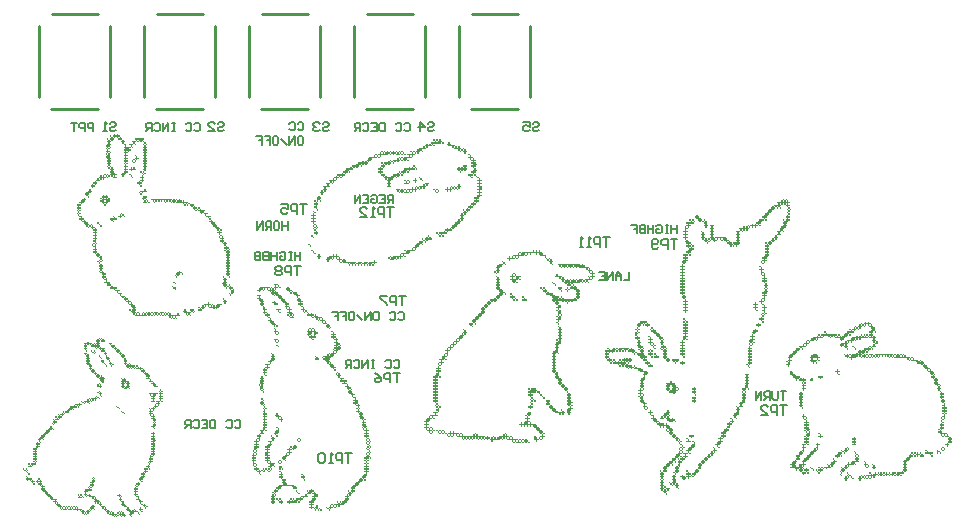
<source format=gbo>
G04*
G04 #@! TF.GenerationSoftware,Altium Limited,Altium Designer,19.1.9 (167)*
G04*
G04 Layer_Color=32896*
%FSLAX25Y25*%
%MOIN*%
G70*
G01*
G75*
%ADD13C,0.01000*%
%ADD15C,0.00591*%
%ADD16C,0.00591*%
G36*
X32700Y129639D02*
X33160D01*
Y129179D01*
X33620D01*
Y128719D01*
X34080D01*
Y128260D01*
X34540D01*
Y127800D01*
X35000D01*
Y127340D01*
X34540D01*
Y126880D01*
X35460D01*
Y126420D01*
Y125960D01*
X36840D01*
Y125500D01*
X36380D01*
Y125040D01*
X36840D01*
Y124580D01*
X36380D01*
Y124120D01*
X35920D01*
Y124580D01*
X35460D01*
Y124120D01*
X35920D01*
Y123660D01*
X35460D01*
Y123200D01*
X35920D01*
Y122740D01*
X35460D01*
Y122281D01*
X35920D01*
Y121821D01*
X35460D01*
Y121361D01*
X35920D01*
Y120901D01*
X35460D01*
Y120441D01*
X35920D01*
Y119981D01*
X35460D01*
Y120441D01*
X35000D01*
Y120901D01*
X34540D01*
Y121361D01*
X35000D01*
Y121821D01*
X34540D01*
Y122281D01*
X35000D01*
Y122740D01*
X34540D01*
Y123200D01*
X35000D01*
Y123660D01*
X34540D01*
Y124120D01*
X35000D01*
Y124580D01*
X34540D01*
Y125040D01*
X35000D01*
Y125500D01*
X34540D01*
Y125960D01*
X35000D01*
Y126420D01*
X34540D01*
Y126880D01*
X34080D01*
Y127340D01*
X33620D01*
Y127800D01*
X34080D01*
Y128260D01*
X32700D01*
Y128719D01*
X32240D01*
Y129179D01*
X31780D01*
Y128719D01*
X31321D01*
Y129179D01*
X30861D01*
Y129639D01*
X31321D01*
Y130099D01*
X31780D01*
Y129639D01*
X32240D01*
Y130099D01*
X32700D01*
Y129639D01*
D02*
G37*
G36*
X140252Y127922D02*
X140738D01*
Y127437D01*
X141223D01*
Y126952D01*
X140738D01*
Y127437D01*
X140252D01*
Y126952D01*
X137825D01*
Y126466D01*
X138311D01*
Y125981D01*
X137825D01*
Y126466D01*
X137340D01*
Y126952D01*
X136854D01*
Y127437D01*
X138311D01*
Y127922D01*
X137825D01*
Y128408D01*
X138311D01*
Y127922D01*
X138796D01*
Y127437D01*
X139282D01*
Y127922D01*
X138796D01*
Y128408D01*
X139282D01*
Y127922D01*
X139767D01*
Y128408D01*
X140252D01*
Y127922D01*
D02*
G37*
G36*
X30401Y129179D02*
X30861D01*
Y128719D01*
X31321D01*
Y128260D01*
X30861D01*
Y127800D01*
X30401D01*
Y128260D01*
X29941D01*
Y128719D01*
X30401D01*
Y129179D01*
X29941D01*
Y129639D01*
X30401D01*
Y129179D01*
D02*
G37*
G36*
X136854Y126466D02*
X137340D01*
Y125981D01*
X135883D01*
Y125495D01*
X135398D01*
Y125981D01*
X134913D01*
Y126466D01*
X135398D01*
Y126952D01*
X135883D01*
Y126466D01*
X136369D01*
Y126952D01*
X136854D01*
Y126466D01*
D02*
G37*
G36*
X41439Y128260D02*
X40979D01*
Y127800D01*
X41439D01*
Y127340D01*
X41899D01*
Y126880D01*
X42359D01*
Y126420D01*
X41899D01*
Y126880D01*
X41439D01*
Y127340D01*
X40979D01*
Y127800D01*
X40519D01*
Y127340D01*
X40059D01*
Y127800D01*
X39599D01*
Y128260D01*
X39139D01*
Y127800D01*
X39599D01*
Y127340D01*
X39139D01*
Y127800D01*
X38679D01*
Y128260D01*
X38219D01*
Y128719D01*
X41439D01*
Y128260D01*
D02*
G37*
G36*
X38679Y127340D02*
X38219D01*
Y126880D01*
X38679D01*
Y126420D01*
X38219D01*
Y126880D01*
X37760D01*
Y127340D01*
X37300D01*
Y127800D01*
X38679D01*
Y127340D01*
D02*
G37*
G36*
X37760Y126420D02*
X37300D01*
Y125960D01*
X37760D01*
Y125500D01*
X37300D01*
Y125960D01*
X36840D01*
Y126420D01*
X36380D01*
Y126880D01*
X37760D01*
Y126420D01*
D02*
G37*
G36*
X29481Y128260D02*
X29941D01*
Y127800D01*
X30401D01*
Y127340D01*
X29941D01*
Y126880D01*
X30401D01*
Y126420D01*
X29941D01*
Y125960D01*
X30401D01*
Y125500D01*
X29941D01*
Y125960D01*
X29481D01*
Y125500D01*
X29941D01*
Y125040D01*
X29481D01*
Y125500D01*
X29021D01*
Y125960D01*
X28561D01*
Y126420D01*
X29021D01*
Y126880D01*
X29481D01*
Y127340D01*
X29021D01*
Y127800D01*
X29481D01*
Y128260D01*
X29021D01*
Y128719D01*
X29481D01*
Y128260D01*
D02*
G37*
G36*
X134913Y125495D02*
X135398D01*
Y125010D01*
X133942D01*
Y124524D01*
X134427D01*
Y124039D01*
X133942D01*
Y124524D01*
X133456D01*
Y124039D01*
X132971D01*
Y123554D01*
X132485D01*
Y124039D01*
X132000D01*
Y124524D01*
X132485D01*
Y125010D01*
X132971D01*
Y125495D01*
X134427D01*
Y125981D01*
X134913D01*
Y125495D01*
D02*
G37*
G36*
X122777Y124039D02*
X123262D01*
Y123554D01*
X123748D01*
Y123068D01*
X123262D01*
Y123554D01*
X122777D01*
Y123068D01*
X120350D01*
Y122583D01*
X119864D01*
Y123068D01*
X119379D01*
Y123554D01*
X119864D01*
Y124039D01*
X120350D01*
Y123554D01*
X120835D01*
Y124039D01*
X120350D01*
Y124524D01*
X120835D01*
Y124039D01*
X121320D01*
Y123554D01*
X121806D01*
Y124039D01*
X121320D01*
Y124524D01*
X121806D01*
Y124039D01*
X122291D01*
Y124524D01*
X122777D01*
Y124039D01*
D02*
G37*
G36*
X29021Y125040D02*
X29481D01*
Y124580D01*
X29941D01*
Y124120D01*
X30401D01*
Y123660D01*
X29941D01*
Y124120D01*
X29481D01*
Y123660D01*
X29941D01*
Y123200D01*
Y122740D01*
Y122281D01*
X30401D01*
Y121821D01*
X29941D01*
Y121361D01*
X30401D01*
Y120901D01*
X29941D01*
Y120441D01*
X30401D01*
Y119981D01*
X29941D01*
Y119521D01*
X30401D01*
Y119061D01*
X30861D01*
Y118601D01*
X31321D01*
Y118141D01*
X30861D01*
Y117681D01*
X31321D01*
Y117221D01*
X31780D01*
Y116761D01*
X32240D01*
Y116302D01*
X31780D01*
Y115842D01*
X32240D01*
Y115382D01*
X30861D01*
Y115842D01*
X30401D01*
Y116302D01*
X29941D01*
Y116761D01*
X30401D01*
Y117221D01*
X29941D01*
Y117681D01*
X30401D01*
Y118141D01*
X29941D01*
Y118601D01*
X29481D01*
Y119061D01*
X29021D01*
Y119521D01*
X29481D01*
Y119061D01*
X29941D01*
Y118601D01*
X30401D01*
Y119061D01*
X29941D01*
Y119521D01*
X29481D01*
Y119981D01*
X29021D01*
Y120441D01*
X29481D01*
Y120901D01*
X29021D01*
Y121361D01*
X29481D01*
Y121821D01*
X29021D01*
Y122281D01*
X28561D01*
Y122740D01*
X29021D01*
Y123200D01*
X28561D01*
Y123660D01*
X29021D01*
Y123200D01*
X29481D01*
Y123660D01*
X29021D01*
Y124120D01*
X28561D01*
Y124580D01*
X29021D01*
Y125040D01*
X28561D01*
Y125500D01*
X29021D01*
Y125040D01*
D02*
G37*
G36*
X143165Y126952D02*
X143650D01*
Y126466D01*
X145107D01*
Y125981D01*
X145592D01*
Y125495D01*
X146078D01*
Y125981D01*
X146563D01*
Y125495D01*
X147049D01*
Y125010D01*
X147534D01*
Y124524D01*
X148020D01*
Y125010D01*
X147534D01*
Y125495D01*
X148020D01*
Y125010D01*
X148505D01*
Y124524D01*
X148990D01*
Y124039D01*
X148505D01*
Y123554D01*
X148020D01*
Y124039D01*
X147534D01*
Y124524D01*
X147049D01*
Y125010D01*
X146563D01*
Y124524D01*
X147049D01*
Y124039D01*
X146563D01*
Y124524D01*
X146078D01*
Y125010D01*
X144621D01*
Y125495D01*
X144136D01*
Y125981D01*
X142680D01*
Y126466D01*
X142194D01*
Y126952D01*
X142680D01*
Y127437D01*
X143165D01*
Y126952D01*
D02*
G37*
G36*
X131515Y124039D02*
X132000D01*
Y123554D01*
X131515D01*
Y124039D01*
X131029D01*
Y124524D01*
X131515D01*
Y124039D01*
D02*
G37*
G36*
X125689D02*
X126175D01*
Y123554D01*
X126660D01*
Y123068D01*
X125204D01*
Y123554D01*
X124718D01*
Y123068D01*
X124233D01*
Y123554D01*
X123748D01*
Y124039D01*
X123262D01*
Y124524D01*
X123748D01*
Y124039D01*
X124233D01*
Y124524D01*
X124718D01*
Y124039D01*
X125204D01*
Y123554D01*
X125689D01*
Y124039D01*
X125204D01*
Y124524D01*
X125689D01*
Y124039D01*
D02*
G37*
G36*
X127631D02*
X128117D01*
Y123554D01*
X128602D01*
Y123068D01*
X128117D01*
Y123554D01*
X127631D01*
Y124039D01*
X127146D01*
Y124524D01*
X127631D01*
Y124039D01*
D02*
G37*
G36*
X126660D02*
X127146D01*
Y123554D01*
X127631D01*
Y123068D01*
X127146D01*
Y123554D01*
X126660D01*
Y124039D01*
X126175D01*
Y124524D01*
X126660D01*
Y124039D01*
D02*
G37*
G36*
X130544D02*
X131029D01*
Y123554D01*
X131515D01*
Y123068D01*
X131029D01*
Y122583D01*
X130544D01*
Y123068D01*
X130058D01*
Y122583D01*
X130544D01*
Y122097D01*
X129087D01*
Y121612D01*
X129573D01*
Y121126D01*
X129087D01*
Y121612D01*
X128602D01*
Y121126D01*
X128117D01*
Y121612D01*
X127631D01*
Y122097D01*
X127146D01*
Y122583D01*
X127631D01*
Y122097D01*
X128117D01*
Y122583D01*
X129573D01*
Y123068D01*
X129087D01*
Y123554D01*
X130544D01*
Y124039D01*
X130058D01*
Y124524D01*
X130544D01*
Y124039D01*
D02*
G37*
G36*
X118893Y123068D02*
X119379D01*
Y122583D01*
X119864D01*
Y122097D01*
X119379D01*
Y122583D01*
X118893D01*
Y123068D01*
X118408D01*
Y123554D01*
X118893D01*
Y123068D01*
D02*
G37*
G36*
X38679Y122740D02*
X39139D01*
Y122281D01*
X39599D01*
Y121821D01*
X39139D01*
Y121361D01*
X38679D01*
Y121821D01*
X38219D01*
Y122281D01*
X38679D01*
Y122740D01*
X38219D01*
Y123200D01*
X38679D01*
Y122740D01*
D02*
G37*
G36*
X126660Y122097D02*
X127146D01*
Y121612D01*
X127631D01*
Y121126D01*
X127146D01*
Y121612D01*
X126660D01*
Y122097D01*
X126175D01*
Y122583D01*
X126660D01*
Y122097D01*
D02*
G37*
G36*
X38219Y121361D02*
X38679D01*
Y120901D01*
X38219D01*
Y121361D01*
X37760D01*
Y121821D01*
X38219D01*
Y121361D01*
D02*
G37*
G36*
X126175Y121612D02*
X126660D01*
Y121126D01*
X126175D01*
Y120641D01*
X125689D01*
Y121126D01*
X125204D01*
Y120641D01*
X124718D01*
Y121126D01*
X124233D01*
Y121612D01*
X125689D01*
Y122097D01*
X126175D01*
Y121612D01*
D02*
G37*
G36*
X118408Y122583D02*
X118893D01*
Y122097D01*
X117437D01*
Y121612D01*
X116951D01*
Y121126D01*
X116466D01*
Y120641D01*
X115981D01*
Y121126D01*
X115495D01*
Y121612D01*
X115981D01*
Y122097D01*
X116466D01*
Y122583D01*
X117922D01*
Y123068D01*
X118408D01*
Y122583D01*
D02*
G37*
G36*
X115495Y120641D02*
X115981D01*
Y120156D01*
X115495D01*
Y119670D01*
X115010D01*
Y120156D01*
X114524D01*
Y119670D01*
X114039D01*
Y120156D01*
X113553D01*
Y119670D01*
X114039D01*
Y119185D01*
X113553D01*
Y119670D01*
X113068D01*
Y119185D01*
X112582D01*
Y118699D01*
X112097D01*
Y119185D01*
X111611D01*
Y118699D01*
X111126D01*
Y119185D01*
X110641D01*
Y119670D01*
X112097D01*
Y120156D01*
X112582D01*
Y120641D01*
X114039D01*
Y121126D01*
X114524D01*
Y120641D01*
X115010D01*
Y121126D01*
X115495D01*
Y120641D01*
D02*
G37*
G36*
X37760Y120901D02*
X38219D01*
Y120441D01*
X37760D01*
Y120901D01*
X37300D01*
Y121361D01*
X37760D01*
Y120901D01*
D02*
G37*
G36*
X123748Y121126D02*
X124233D01*
Y120641D01*
X124718D01*
Y120156D01*
X124233D01*
Y120641D01*
X123748D01*
Y121126D01*
X123262D01*
Y121612D01*
X123748D01*
Y121126D01*
D02*
G37*
G36*
X123262Y120641D02*
X123748D01*
Y120156D01*
X123262D01*
Y119670D01*
X122777D01*
Y120156D01*
X122291D01*
Y119670D01*
X121806D01*
Y120156D01*
X121320D01*
Y120641D01*
X122777D01*
Y121126D01*
X123262D01*
Y120641D01*
D02*
G37*
G36*
X148990Y119185D02*
X148505D01*
Y118699D01*
X148990D01*
Y118214D01*
X148505D01*
Y117728D01*
X148020D01*
Y118214D01*
X147534D01*
Y117728D01*
X147049D01*
Y118214D01*
X146563D01*
Y117728D01*
X147049D01*
Y117243D01*
X146563D01*
Y117728D01*
X146078D01*
Y118214D01*
X145592D01*
Y118699D01*
X146078D01*
Y119185D01*
X146563D01*
Y118699D01*
X147049D01*
Y119185D01*
X147534D01*
Y118699D01*
X148020D01*
Y119185D01*
X147534D01*
Y119670D01*
X148990D01*
Y119185D01*
D02*
G37*
G36*
X131029Y118699D02*
X131515D01*
Y118214D01*
X130058D01*
Y117728D01*
X129573D01*
Y118214D01*
X129087D01*
Y117728D01*
X129573D01*
Y117243D01*
X129087D01*
Y117728D01*
X128602D01*
Y117243D01*
X128117D01*
Y116757D01*
X127631D01*
Y117243D01*
X127146D01*
Y117728D01*
X127631D01*
Y118214D01*
X128117D01*
Y118699D01*
X129573D01*
Y119185D01*
X130058D01*
Y118699D01*
X130544D01*
Y119185D01*
X131029D01*
Y118699D01*
D02*
G37*
G36*
X120835Y120156D02*
X121320D01*
Y119670D01*
X121806D01*
Y119185D01*
X121320D01*
Y118699D01*
X120835D01*
Y119185D01*
X120350D01*
Y119670D01*
X120835D01*
Y120156D01*
X120350D01*
Y120641D01*
X120835D01*
Y120156D01*
D02*
G37*
G36*
X38219Y118601D02*
X38679D01*
Y118141D01*
X37300D01*
Y117681D01*
X36840D01*
Y118141D01*
X36380D01*
Y118601D01*
X36840D01*
Y119061D01*
X37300D01*
Y118601D01*
X37760D01*
Y119061D01*
X38219D01*
Y118601D01*
D02*
G37*
G36*
X131515Y119185D02*
X132000D01*
Y118699D01*
X132485D01*
Y118214D01*
X132000D01*
Y118699D01*
X131515D01*
Y119185D01*
X131029D01*
Y119670D01*
X131515D01*
Y119185D01*
D02*
G37*
G36*
X41439Y126420D02*
X41899D01*
Y125960D01*
X42359D01*
Y125500D01*
X41899D01*
Y125040D01*
X42359D01*
Y124580D01*
X41899D01*
Y124120D01*
X42359D01*
Y123660D01*
X41899D01*
Y123200D01*
X42359D01*
Y122740D01*
X41899D01*
Y122281D01*
X42359D01*
Y121821D01*
X41899D01*
Y121361D01*
X42359D01*
Y120901D01*
X41899D01*
Y120441D01*
X42359D01*
Y119981D01*
X41899D01*
Y119521D01*
X42359D01*
Y119061D01*
X41899D01*
Y118601D01*
Y118141D01*
Y117681D01*
X41439D01*
Y118141D01*
X40979D01*
Y118601D01*
X41439D01*
Y119061D01*
X40979D01*
Y119521D01*
X41439D01*
Y119981D01*
X40979D01*
Y120441D01*
X41439D01*
Y120901D01*
X40979D01*
Y121361D01*
X41439D01*
Y121821D01*
X40979D01*
Y122281D01*
X41439D01*
Y122740D01*
X40979D01*
Y123200D01*
X41439D01*
Y123660D01*
X40979D01*
Y124120D01*
X41439D01*
Y124580D01*
X40979D01*
Y125040D01*
X41439D01*
Y125500D01*
X40979D01*
Y125960D01*
X41439D01*
Y126420D01*
X40979D01*
Y126880D01*
X41439D01*
Y126420D01*
D02*
G37*
G36*
X110641Y118699D02*
X111126D01*
Y118214D01*
X109670D01*
Y117728D01*
X110155D01*
Y117243D01*
X109670D01*
Y117728D01*
X109184D01*
Y117243D01*
X108699D01*
Y116757D01*
X108213D01*
Y117243D01*
X107728D01*
Y117728D01*
X108213D01*
Y118214D01*
X108699D01*
Y118699D01*
X110155D01*
Y119185D01*
X110641D01*
Y118699D01*
D02*
G37*
G36*
X41439Y117221D02*
X41899D01*
Y116761D01*
X41439D01*
Y117221D01*
X40979D01*
Y117681D01*
X41439D01*
Y117221D01*
D02*
G37*
G36*
X40519D02*
X40979D01*
Y116761D01*
X41439D01*
Y116302D01*
X40979D01*
Y116761D01*
X40519D01*
Y117221D01*
X40059D01*
Y117681D01*
X40519D01*
Y117221D01*
D02*
G37*
G36*
X126660Y117243D02*
X127146D01*
Y116757D01*
X127631D01*
Y116272D01*
X127146D01*
Y116757D01*
X126660D01*
Y117243D01*
X126175D01*
Y117728D01*
X126660D01*
Y117243D01*
D02*
G37*
G36*
X35000Y119981D02*
X35460D01*
Y119521D01*
X35920D01*
Y119061D01*
X35460D01*
Y118601D01*
X35920D01*
Y118141D01*
X35460D01*
Y117681D01*
X35920D01*
Y117221D01*
X35460D01*
Y116761D01*
X35000D01*
Y116302D01*
X34540D01*
Y115842D01*
X34080D01*
Y116302D01*
X33620D01*
Y116761D01*
X34080D01*
Y117221D01*
X34540D01*
Y117681D01*
X35000D01*
Y118141D01*
X34540D01*
Y118601D01*
X35000D01*
Y119061D01*
X34540D01*
Y119521D01*
X35000D01*
Y119981D01*
X34540D01*
Y120441D01*
X35000D01*
Y119981D01*
D02*
G37*
G36*
X29481Y116302D02*
X29941D01*
Y115842D01*
X29481D01*
Y116302D01*
X29021D01*
Y116761D01*
X29481D01*
Y116302D01*
D02*
G37*
G36*
X28101Y115842D02*
X28561D01*
Y115382D01*
X28101D01*
Y114922D01*
X27641D01*
Y115382D01*
X27181D01*
Y114922D01*
X26721D01*
Y115382D01*
X26261D01*
Y115842D01*
X26721D01*
Y116302D01*
X27181D01*
Y115842D01*
X27641D01*
Y116302D01*
X28101D01*
Y115842D01*
D02*
G37*
G36*
X120350Y118699D02*
X120835D01*
Y118214D01*
X120350D01*
Y117728D01*
X120835D01*
Y117243D01*
X120350D01*
Y116757D01*
X121806D01*
Y116272D01*
X122291D01*
Y115787D01*
X123748D01*
Y116272D01*
X124233D01*
Y116757D01*
X125689D01*
Y117243D01*
X126175D01*
Y116757D01*
X126660D01*
Y116272D01*
X126175D01*
Y115787D01*
X125689D01*
Y116272D01*
X125204D01*
Y115787D01*
X125689D01*
Y115301D01*
X125204D01*
Y115787D01*
X124718D01*
Y115301D01*
X124233D01*
Y114816D01*
X123748D01*
Y114330D01*
X123262D01*
Y113845D01*
X123748D01*
Y113359D01*
X123262D01*
Y112874D01*
X123748D01*
Y112389D01*
X122291D01*
Y112874D01*
X122777D01*
Y113359D01*
X122291D01*
Y113845D01*
X122777D01*
Y114330D01*
X122291D01*
Y114816D01*
X121806D01*
Y115301D01*
X121320D01*
Y115787D01*
X120835D01*
Y116272D01*
X120350D01*
Y116757D01*
X119864D01*
Y117243D01*
X119379D01*
Y117728D01*
X119864D01*
Y118214D01*
X119379D01*
Y118699D01*
X119864D01*
Y119185D01*
X120350D01*
Y118699D01*
D02*
G37*
G36*
X107728Y116757D02*
X108213D01*
Y116272D01*
X107728D01*
Y115787D01*
X107243D01*
Y116272D01*
X106757D01*
Y115787D01*
X107243D01*
Y115301D01*
X106757D01*
Y115787D01*
X106272D01*
Y116272D01*
X105786D01*
Y116757D01*
X107243D01*
Y117243D01*
X107728D01*
Y116757D01*
D02*
G37*
G36*
X36840Y116302D02*
X37300D01*
Y115842D01*
X37760D01*
Y115382D01*
X37300D01*
Y115842D01*
X36840D01*
Y116302D01*
X36380D01*
Y116761D01*
X36840D01*
Y116302D01*
D02*
G37*
G36*
X28561D02*
X29021D01*
Y115842D01*
X29481D01*
Y115382D01*
X29021D01*
Y115842D01*
X28561D01*
Y116302D01*
X28101D01*
Y116761D01*
X28561D01*
Y116302D01*
D02*
G37*
G36*
X150932Y116272D02*
X150447D01*
Y115787D01*
X150932D01*
Y115301D01*
X150447D01*
Y115787D01*
X149961D01*
Y116272D01*
X149476D01*
Y116757D01*
X150932D01*
Y116272D01*
D02*
G37*
G36*
X105786Y115787D02*
X106272D01*
Y115301D01*
X105786D01*
Y114816D01*
X105301D01*
Y115301D01*
X104815D01*
Y115787D01*
X105301D01*
Y116272D01*
X105786D01*
Y115787D01*
D02*
G37*
G36*
X26261Y114922D02*
X26721D01*
Y114462D01*
X25342D01*
Y114922D01*
X25802D01*
Y115382D01*
X26261D01*
Y114922D01*
D02*
G37*
G36*
X133456Y115301D02*
X133942D01*
Y114816D01*
X134427D01*
Y114330D01*
X133942D01*
Y114816D01*
X133456D01*
Y115301D01*
X132971D01*
Y115787D01*
X133456D01*
Y115301D01*
D02*
G37*
G36*
X40979Y115842D02*
X41439D01*
Y115382D01*
X40979D01*
Y114922D01*
X41439D01*
Y114462D01*
X40979D01*
Y114002D01*
X40519D01*
Y114462D01*
X40059D01*
Y114922D01*
X40519D01*
Y115382D01*
X40059D01*
Y115842D01*
X40519D01*
Y116302D01*
X40979D01*
Y115842D01*
D02*
G37*
G36*
X132000Y114816D02*
X132485D01*
Y114330D01*
X132000D01*
Y113845D01*
X131515D01*
Y114330D01*
X131029D01*
Y114816D01*
X131515D01*
Y115301D01*
X132000D01*
Y114816D01*
D02*
G37*
G36*
X129573Y114330D02*
X130058D01*
Y113845D01*
X129573D01*
Y114330D01*
X129087D01*
Y114816D01*
X129573D01*
Y114330D01*
D02*
G37*
G36*
X104815Y114816D02*
X105301D01*
Y114330D01*
X104815D01*
Y113845D01*
X104330D01*
Y114330D01*
X103844D01*
Y113845D01*
X104330D01*
Y113359D01*
X103844D01*
Y113845D01*
X103359D01*
Y114330D01*
X102874D01*
Y114816D01*
X104330D01*
Y115301D01*
X104815D01*
Y114816D01*
D02*
G37*
G36*
X128602Y114330D02*
X129087D01*
Y113845D01*
X129573D01*
Y113359D01*
X128117D01*
Y113845D01*
X128602D01*
Y114330D01*
X128117D01*
Y114816D01*
X128602D01*
Y114330D01*
D02*
G37*
G36*
X25342Y114002D02*
X25802D01*
Y113542D01*
X25342D01*
Y113082D01*
X24882D01*
Y113542D01*
X24422D01*
Y114002D01*
X24882D01*
Y114462D01*
X25342D01*
Y114002D01*
D02*
G37*
G36*
X136369Y113359D02*
X135883D01*
Y112874D01*
X135398D01*
Y113359D01*
X134913D01*
Y113845D01*
X136369D01*
Y113359D01*
D02*
G37*
G36*
X40059Y114002D02*
X40519D01*
Y113542D01*
X40059D01*
Y113082D01*
X40519D01*
Y112622D01*
X40059D01*
Y113082D01*
X39599D01*
Y113542D01*
X39139D01*
Y114002D01*
X39599D01*
Y114462D01*
X40059D01*
Y114002D01*
D02*
G37*
G36*
X24422Y113082D02*
X24882D01*
Y112622D01*
X24422D01*
Y112162D01*
X23962D01*
Y112622D01*
X23502D01*
Y113082D01*
X23962D01*
Y113542D01*
X24422D01*
Y113082D01*
D02*
G37*
G36*
X146563Y112874D02*
X147049D01*
Y112389D01*
X146563D01*
Y111903D01*
X146078D01*
Y112389D01*
X145592D01*
Y112874D01*
X146078D01*
Y113359D01*
X146563D01*
Y112874D01*
D02*
G37*
G36*
X143650Y111903D02*
X144136D01*
Y111418D01*
X143650D01*
Y110932D01*
X143165D01*
Y111418D01*
X142680D01*
Y110932D01*
X142194D01*
Y111418D01*
X141709D01*
Y111903D01*
X142194D01*
Y112389D01*
X142680D01*
Y111903D01*
X143165D01*
Y112389D01*
X143650D01*
Y111903D01*
D02*
G37*
G36*
X134913Y112874D02*
X135398D01*
Y112389D01*
X134913D01*
Y111903D01*
X134427D01*
Y112389D01*
X133942D01*
Y111903D01*
X133456D01*
Y112389D01*
X132971D01*
Y112874D01*
X134427D01*
Y113359D01*
X134913D01*
Y112874D01*
D02*
G37*
G36*
X132000Y111903D02*
X132485D01*
Y111418D01*
X132000D01*
Y110932D01*
X131515D01*
Y111418D01*
X131029D01*
Y110932D01*
X130544D01*
Y111418D01*
X130058D01*
Y110932D01*
X130544D01*
Y110447D01*
X130058D01*
Y110932D01*
X129573D01*
Y111418D01*
X129087D01*
Y111903D01*
X130544D01*
Y112389D01*
X131029D01*
Y111903D01*
X131515D01*
Y112389D01*
X132000D01*
Y111903D01*
D02*
G37*
G36*
X145107Y112389D02*
X145592D01*
Y111903D01*
X146078D01*
Y111418D01*
X145592D01*
Y111903D01*
X145107D01*
Y112389D01*
X144621D01*
Y112874D01*
X145107D01*
Y112389D01*
D02*
G37*
G36*
X144136D02*
X144621D01*
Y111903D01*
X145107D01*
Y111418D01*
X144621D01*
Y111903D01*
X144136D01*
Y112389D01*
X143650D01*
Y112874D01*
X144136D01*
Y112389D01*
D02*
G37*
G36*
X132485D02*
X132971D01*
Y111903D01*
X133456D01*
Y111418D01*
X132971D01*
Y111903D01*
X132485D01*
Y112389D01*
X132000D01*
Y112874D01*
X132485D01*
Y112389D01*
D02*
G37*
G36*
X139282Y111418D02*
X139767D01*
Y110932D01*
X139282D01*
Y111418D01*
X138796D01*
Y111903D01*
X139282D01*
Y111418D01*
D02*
G37*
G36*
X128602D02*
X129087D01*
Y110932D01*
X129573D01*
Y110447D01*
X128117D01*
Y110932D01*
X127631D01*
Y110447D01*
X127146D01*
Y110932D01*
X126660D01*
Y111418D01*
X126175D01*
Y110932D01*
X126660D01*
Y110447D01*
X126175D01*
Y110932D01*
X125689D01*
Y111418D01*
X125204D01*
Y111903D01*
X126660D01*
Y111418D01*
X127146D01*
Y111903D01*
X127631D01*
Y111418D01*
X128117D01*
Y110932D01*
X128602D01*
Y111418D01*
X128117D01*
Y111903D01*
X128602D01*
Y111418D01*
D02*
G37*
G36*
X103359Y113359D02*
X102874D01*
Y112874D01*
X103359D01*
Y112389D01*
X101903D01*
Y111903D01*
X102388D01*
Y111418D01*
X101903D01*
Y110932D01*
X101417D01*
Y111418D01*
X100932D01*
Y111903D01*
X101417D01*
Y112389D01*
X100932D01*
Y112874D01*
X102388D01*
Y113359D01*
X101903D01*
Y113845D01*
X103359D01*
Y113359D01*
D02*
G37*
G36*
X138311Y111418D02*
X138796D01*
Y110932D01*
X139282D01*
Y110447D01*
X138796D01*
Y110932D01*
X138311D01*
Y111418D01*
X137825D01*
Y111903D01*
X138311D01*
Y111418D01*
D02*
G37*
G36*
X41899Y111242D02*
X42359D01*
Y110782D01*
X40979D01*
Y110322D01*
X40519D01*
Y110782D01*
X40059D01*
Y111242D01*
X41439D01*
Y111702D01*
X41899D01*
Y111242D01*
D02*
G37*
G36*
X100932Y110932D02*
X101417D01*
Y110447D01*
X100932D01*
Y109961D01*
X100446D01*
Y110447D01*
X99961D01*
Y110932D01*
X100446D01*
Y111418D01*
X100932D01*
Y110932D01*
D02*
G37*
G36*
X40059Y110322D02*
X40519D01*
Y109862D01*
X40059D01*
Y110322D01*
X39599D01*
Y110782D01*
X40059D01*
Y110322D01*
D02*
G37*
G36*
X29021Y109403D02*
X29481D01*
Y108943D01*
X29941D01*
Y108483D01*
Y108023D01*
Y107563D01*
X29481D01*
Y107103D01*
X29021D01*
Y106643D01*
X28561D01*
Y107103D01*
X28101D01*
Y106643D01*
X28561D01*
Y106183D01*
X28101D01*
Y106643D01*
X27641D01*
Y107103D01*
X27181D01*
Y107563D01*
X26721D01*
Y108023D01*
X27181D01*
Y108483D01*
X26721D01*
Y108943D01*
X27181D01*
Y108483D01*
X27641D01*
Y108943D01*
X27181D01*
Y109403D01*
X27641D01*
Y109862D01*
X28101D01*
Y109403D01*
X28561D01*
Y109862D01*
X29021D01*
Y109403D01*
D02*
G37*
G36*
X23502Y111242D02*
X23962D01*
Y110782D01*
X23502D01*
Y110322D01*
X23042D01*
Y109862D01*
X22582D01*
Y109403D01*
X23042D01*
Y108943D01*
X22582D01*
Y109403D01*
X22122D01*
Y109862D01*
X21662D01*
Y110322D01*
X22122D01*
Y110782D01*
X22582D01*
Y111242D01*
X23042D01*
Y111702D01*
X23502D01*
Y111242D01*
D02*
G37*
G36*
X53397Y108023D02*
X53857D01*
Y107563D01*
X54317D01*
Y108023D01*
X54777D01*
Y107563D01*
X56157D01*
Y107103D01*
X56616D01*
Y106643D01*
X57996D01*
Y106183D01*
X58456D01*
Y105723D01*
X58916D01*
Y105263D01*
X59376D01*
Y104803D01*
X59836D01*
Y105263D01*
X59376D01*
Y105723D01*
X59836D01*
Y105263D01*
X60296D01*
Y104803D01*
X61676D01*
Y104343D01*
X61216D01*
Y103884D01*
X62595D01*
Y103424D01*
X62136D01*
Y102964D01*
X63515D01*
Y102504D01*
X63055D01*
Y102044D01*
X63515D01*
Y101584D01*
X63975D01*
Y101124D01*
X64435D01*
Y100664D01*
X64895D01*
Y100204D01*
X65355D01*
Y99744D01*
X65815D01*
Y99284D01*
X66275D01*
Y98824D01*
X66735D01*
Y98364D01*
X67195D01*
Y97904D01*
X66735D01*
Y98364D01*
X66275D01*
Y97904D01*
X66735D01*
Y97445D01*
X67195D01*
Y96985D01*
X66735D01*
Y96525D01*
X67195D01*
Y96065D01*
X67655D01*
Y95605D01*
X68115D01*
Y95145D01*
X67655D01*
Y94685D01*
X68115D01*
Y94225D01*
X68575D01*
Y93765D01*
X69034D01*
Y93305D01*
X68575D01*
Y92845D01*
X69034D01*
Y92385D01*
X69494D01*
Y91926D01*
X69954D01*
Y91466D01*
X69494D01*
Y91926D01*
X69034D01*
Y91466D01*
X69494D01*
Y91006D01*
X69954D01*
Y90546D01*
X69494D01*
Y90086D01*
X69954D01*
Y89626D01*
X69494D01*
Y89166D01*
X69954D01*
Y88706D01*
X69494D01*
Y88246D01*
X69954D01*
Y87786D01*
X69494D01*
Y87326D01*
X69954D01*
Y86866D01*
X69494D01*
Y86406D01*
X69954D01*
Y85946D01*
X69494D01*
Y85487D01*
X69954D01*
Y85027D01*
X69494D01*
Y84567D01*
X69954D01*
Y84107D01*
X69494D01*
Y83647D01*
X69954D01*
Y83187D01*
X69494D01*
Y82727D01*
X69954D01*
Y82267D01*
X69494D01*
Y82727D01*
X69034D01*
Y83187D01*
X68575D01*
Y83647D01*
X69034D01*
Y84107D01*
X68575D01*
Y84567D01*
X69034D01*
Y85027D01*
X68575D01*
Y85487D01*
X69034D01*
Y85946D01*
X68575D01*
Y86406D01*
X69034D01*
Y86866D01*
X68575D01*
Y87326D01*
X69034D01*
Y87786D01*
X68575D01*
Y88246D01*
X69034D01*
Y88706D01*
X68575D01*
Y89166D01*
X69034D01*
Y89626D01*
X68575D01*
Y90086D01*
X69034D01*
Y90546D01*
X68575D01*
Y91006D01*
X68115D01*
Y91466D01*
X68575D01*
Y91006D01*
X69034D01*
Y91466D01*
X68575D01*
Y91926D01*
X68115D01*
Y92385D01*
X68575D01*
Y92845D01*
X68115D01*
Y93305D01*
X67655D01*
Y93765D01*
X67195D01*
Y94225D01*
X66735D01*
Y94685D01*
X67195D01*
Y95145D01*
X66735D01*
Y95605D01*
X66275D01*
Y96065D01*
X66735D01*
Y95605D01*
X67195D01*
Y96065D01*
X66735D01*
Y96525D01*
X66275D01*
Y96985D01*
X65815D01*
Y97445D01*
X66275D01*
Y97904D01*
X65815D01*
Y98364D01*
X65355D01*
Y98824D01*
X64895D01*
Y99284D01*
X64435D01*
Y99744D01*
X63975D01*
Y100204D01*
X63515D01*
Y100664D01*
X63055D01*
Y101124D01*
X63515D01*
Y101584D01*
X63055D01*
Y102044D01*
X62595D01*
Y102504D01*
X62136D01*
Y102964D01*
X61676D01*
Y103424D01*
X61216D01*
Y103884D01*
X60756D01*
Y103424D01*
X60296D01*
Y103884D01*
X59836D01*
Y104343D01*
X59376D01*
Y104803D01*
X58916D01*
Y105263D01*
X58456D01*
Y104803D01*
X58916D01*
Y104343D01*
X58456D01*
Y104803D01*
X57996D01*
Y105263D01*
X57536D01*
Y105723D01*
X57076D01*
Y106183D01*
X56616D01*
Y106643D01*
X56157D01*
Y107103D01*
X55697D01*
Y106643D01*
X56157D01*
Y106183D01*
X55697D01*
Y106643D01*
X55237D01*
Y107103D01*
X54777D01*
Y106643D01*
X55237D01*
Y106183D01*
X54777D01*
Y106643D01*
X54317D01*
Y107103D01*
X52017D01*
Y107563D01*
X51557D01*
Y107103D01*
X51097D01*
Y107563D01*
X50638D01*
Y108023D01*
X50178D01*
Y107563D01*
X50638D01*
Y107103D01*
X50178D01*
Y107563D01*
X49718D01*
Y108023D01*
X49258D01*
Y107563D01*
X48798D01*
Y108023D01*
X48338D01*
Y107563D01*
X48798D01*
Y107103D01*
X48338D01*
Y107563D01*
X47878D01*
Y108023D01*
X47418D01*
Y107563D01*
X46958D01*
Y108023D01*
X46498D01*
Y107563D01*
X46038D01*
Y108023D01*
X45578D01*
Y107563D01*
X45118D01*
Y108023D01*
X44658D01*
Y107563D01*
X45118D01*
Y107103D01*
X44658D01*
Y107563D01*
X44199D01*
Y108023D01*
X43739D01*
Y108483D01*
X50638D01*
Y108023D01*
X51097D01*
Y108483D01*
X51557D01*
Y108023D01*
X52017D01*
Y107563D01*
X52477D01*
Y108023D01*
X52017D01*
Y108483D01*
X52477D01*
Y108023D01*
X52937D01*
Y108483D01*
X53397D01*
Y108023D01*
D02*
G37*
G36*
X255646Y108071D02*
X256133D01*
Y107584D01*
X256619D01*
Y107098D01*
X256133D01*
Y106612D01*
X256619D01*
Y106125D01*
X256133D01*
Y105639D01*
X256619D01*
Y105152D01*
X257105D01*
Y104666D01*
X256619D01*
Y105152D01*
X256133D01*
Y105639D01*
X255646D01*
Y106125D01*
X255160D01*
Y106612D01*
X254673D01*
Y107098D01*
X254187D01*
Y106612D01*
X253701D01*
Y107098D01*
X253214D01*
Y106612D01*
X253701D01*
Y106125D01*
X253214D01*
Y105639D01*
X253701D01*
Y105152D01*
X253214D01*
Y105639D01*
X252728D01*
Y106125D01*
X252241D01*
Y105639D01*
X252728D01*
Y105152D01*
X252241D01*
Y105639D01*
X251755D01*
Y106125D01*
X251269D01*
Y106612D01*
X252728D01*
Y107098D01*
X252241D01*
Y107584D01*
X253701D01*
Y108071D01*
X254187D01*
Y107584D01*
X254673D01*
Y108071D01*
X254187D01*
Y108557D01*
X254673D01*
Y108071D01*
X255160D01*
Y107584D01*
X255646D01*
Y108071D01*
X255160D01*
Y108557D01*
X255646D01*
Y108071D01*
D02*
G37*
G36*
X99961Y108990D02*
X100446D01*
Y108505D01*
X99961D01*
Y108019D01*
X100446D01*
Y107534D01*
X99961D01*
Y108019D01*
X99476D01*
Y107534D01*
X98990D01*
Y108019D01*
Y108505D01*
Y108990D01*
X99476D01*
Y109476D01*
X99961D01*
Y108990D01*
D02*
G37*
G36*
X42359Y108943D02*
X41899D01*
Y108483D01*
X42359D01*
Y108023D01*
X42819D01*
Y107563D01*
X43279D01*
Y107103D01*
X42819D01*
Y107563D01*
X42359D01*
Y108023D01*
X41899D01*
Y108483D01*
X41439D01*
Y108023D01*
X41899D01*
Y107563D01*
X42359D01*
Y107103D01*
X40979D01*
Y107563D01*
X41439D01*
Y108023D01*
X40979D01*
Y108483D01*
X40519D01*
Y108943D01*
X40979D01*
Y109403D01*
X42359D01*
Y108943D01*
D02*
G37*
G36*
X149961Y123068D02*
X150447D01*
Y122583D01*
X150932D01*
Y122097D01*
X151418D01*
Y121612D01*
X151903D01*
Y121126D01*
X151418D01*
Y120641D01*
X151903D01*
Y120156D01*
X152389D01*
Y119670D01*
X151903D01*
Y119185D01*
X151418D01*
Y118699D01*
X151903D01*
Y118214D01*
X152389D01*
Y117728D01*
X151903D01*
Y117243D01*
X151418D01*
Y116757D01*
X151903D01*
Y116272D01*
X152389D01*
Y115787D01*
X152874D01*
Y115301D01*
X153359D01*
Y114816D01*
X153845D01*
Y114330D01*
X153359D01*
Y113845D01*
X153845D01*
Y113359D01*
X153359D01*
Y112874D01*
X153845D01*
Y112389D01*
Y111903D01*
Y111418D01*
X153359D01*
Y110932D01*
X153845D01*
Y110447D01*
X153359D01*
Y109961D01*
X153845D01*
Y109476D01*
X153359D01*
Y108990D01*
X152874D01*
Y108505D01*
X152389D01*
Y108019D01*
X152874D01*
Y107534D01*
X152389D01*
Y107049D01*
X151903D01*
Y107534D01*
X151418D01*
Y108019D01*
X151903D01*
Y108505D01*
X151418D01*
Y108990D01*
X152389D01*
Y109476D01*
Y109961D01*
X152874D01*
Y110447D01*
X152389D01*
Y110932D01*
X152874D01*
Y111418D01*
X152389D01*
Y111903D01*
X152874D01*
Y112389D01*
X152389D01*
Y112874D01*
X152874D01*
Y113359D01*
X152389D01*
Y113845D01*
X152874D01*
Y114330D01*
X152389D01*
Y114816D01*
X152874D01*
Y115301D01*
X152389D01*
Y115787D01*
X151903D01*
Y116272D01*
X151418D01*
Y116757D01*
X150932D01*
Y117243D01*
X150447D01*
Y117728D01*
X150932D01*
Y118214D01*
X151418D01*
Y118699D01*
X150932D01*
Y119185D01*
X150447D01*
Y119670D01*
X150932D01*
Y120156D01*
X150447D01*
Y120641D01*
X150932D01*
Y121126D01*
X150447D01*
Y121612D01*
X149961D01*
Y122097D01*
X149476D01*
Y122583D01*
X149961D01*
Y123068D01*
X149476D01*
Y123554D01*
X149961D01*
Y123068D01*
D02*
G37*
G36*
X21662Y108483D02*
X22122D01*
Y108023D01*
X21662D01*
Y107563D01*
X21202D01*
Y107103D01*
X20742D01*
Y106643D01*
X20282D01*
Y107103D01*
X19823D01*
Y107563D01*
X20282D01*
Y108023D01*
X20742D01*
Y108483D01*
X21202D01*
Y108943D01*
X21662D01*
Y108483D01*
D02*
G37*
G36*
X151418Y107049D02*
X151903D01*
Y106563D01*
X151418D01*
Y106078D01*
X150932D01*
Y106563D01*
X150447D01*
Y107049D01*
X150932D01*
Y107534D01*
X151418D01*
Y107049D01*
D02*
G37*
G36*
X150447Y106078D02*
X150932D01*
Y105592D01*
X150447D01*
Y105107D01*
X149961D01*
Y105592D01*
X149476D01*
Y106078D01*
X149961D01*
Y106563D01*
X150447D01*
Y106078D01*
D02*
G37*
G36*
X98505Y107534D02*
X98990D01*
Y107049D01*
X99476D01*
Y106563D01*
X98990D01*
Y106078D01*
Y105592D01*
Y105107D01*
X99476D01*
Y104621D01*
X98990D01*
Y105107D01*
X98505D01*
Y105592D01*
X98019D01*
Y106078D01*
X98505D01*
Y106563D01*
X98019D01*
Y107049D01*
X98505D01*
Y107534D01*
X98019D01*
Y108019D01*
X98505D01*
Y107534D01*
D02*
G37*
G36*
X20282Y106183D02*
X19823D01*
Y105723D01*
X20282D01*
Y105263D01*
X19823D01*
Y104803D01*
X20282D01*
Y104343D01*
X19823D01*
Y104803D01*
X19363D01*
Y105263D01*
X18903D01*
Y105723D01*
X19363D01*
Y106183D01*
X18903D01*
Y106643D01*
X20282D01*
Y106183D01*
D02*
G37*
G36*
X256133Y104666D02*
X256619D01*
Y104180D01*
X256133D01*
Y104666D01*
X255646D01*
Y105152D01*
X256133D01*
Y104666D01*
D02*
G37*
G36*
X149476Y105107D02*
X149961D01*
Y104621D01*
X149476D01*
Y104136D01*
X148990D01*
Y104621D01*
X148505D01*
Y105107D01*
X148990D01*
Y105592D01*
X149476D01*
Y105107D01*
D02*
G37*
G36*
X98019Y104136D02*
X98505D01*
Y103650D01*
X98019D01*
Y104136D01*
X97534D01*
Y104621D01*
X98019D01*
Y104136D01*
D02*
G37*
G36*
X19363Y104343D02*
X19823D01*
Y103884D01*
X20282D01*
Y103424D01*
X19823D01*
Y103884D01*
X19363D01*
Y104343D01*
X18903D01*
Y104803D01*
X19363D01*
Y104343D01*
D02*
G37*
G36*
X256133Y103693D02*
X256619D01*
Y103207D01*
X256133D01*
Y103693D01*
X255646D01*
Y104180D01*
X256133D01*
Y103693D01*
D02*
G37*
G36*
X148020Y104621D02*
X148505D01*
Y104136D01*
X148990D01*
Y103650D01*
X148505D01*
Y103165D01*
X148020D01*
Y103650D01*
X147534D01*
Y104136D01*
X148020D01*
Y104621D01*
X147534D01*
Y105107D01*
X148020D01*
Y104621D01*
D02*
G37*
G36*
X34080Y103424D02*
X34540D01*
Y102964D01*
X35000D01*
Y102504D01*
X34540D01*
Y102964D01*
X34080D01*
Y103424D01*
X33620D01*
Y103884D01*
X34080D01*
Y103424D01*
D02*
G37*
G36*
X33620Y102964D02*
X34080D01*
Y102504D01*
X33620D01*
Y102044D01*
X33160D01*
Y102504D01*
X32700D01*
Y102964D01*
X33160D01*
Y103424D01*
X33620D01*
Y102964D01*
D02*
G37*
G36*
X256133Y102721D02*
X256619D01*
Y102234D01*
X256133D01*
Y101748D01*
X256619D01*
Y101261D01*
X256133D01*
Y100775D01*
X255646D01*
Y100289D01*
X255160D01*
Y99802D01*
X255646D01*
Y99316D01*
X255160D01*
Y98829D01*
X254673D01*
Y98343D01*
X254187D01*
Y97857D01*
X254673D01*
Y97370D01*
X254187D01*
Y97857D01*
X253701D01*
Y97370D01*
X253214D01*
Y96884D01*
X253701D01*
Y96398D01*
X252241D01*
Y96884D01*
X252728D01*
Y97370D01*
X252241D01*
Y97857D01*
X253214D01*
Y98343D01*
Y98829D01*
X253701D01*
Y99316D01*
X254187D01*
Y99802D01*
X254673D01*
Y100289D01*
X254187D01*
Y100775D01*
X254673D01*
Y101261D01*
X254187D01*
Y101748D01*
X254673D01*
Y101261D01*
X255160D01*
Y101748D01*
X255646D01*
Y102234D01*
X255160D01*
Y102721D01*
X255646D01*
Y103207D01*
X256133D01*
Y102721D01*
D02*
G37*
G36*
X251269Y105639D02*
X251755D01*
Y105152D01*
X251269D01*
Y104666D01*
X250782D01*
Y104180D01*
X250296D01*
Y103693D01*
X249809D01*
Y103207D01*
X249323D01*
Y102721D01*
X248837D01*
Y102234D01*
X248350D01*
Y101748D01*
X248837D01*
Y101261D01*
X248350D01*
Y101748D01*
X247864D01*
Y102234D01*
X247377D01*
Y102721D01*
X247864D01*
Y103207D01*
X248350D01*
Y103693D01*
X248837D01*
Y104180D01*
X249323D01*
Y104666D01*
X249809D01*
Y105152D01*
X250296D01*
Y105639D01*
X250782D01*
Y106125D01*
X251269D01*
Y105639D01*
D02*
G37*
G36*
X147534Y103165D02*
X148020D01*
Y102680D01*
X147534D01*
Y102194D01*
X148020D01*
Y101709D01*
X147534D01*
Y101223D01*
X147049D01*
Y101709D01*
X146563D01*
Y102194D01*
X147049D01*
Y102680D01*
X146563D01*
Y103165D01*
X147049D01*
Y103650D01*
X147534D01*
Y103165D01*
D02*
G37*
G36*
X224517Y101261D02*
X225004D01*
Y100775D01*
X224517D01*
Y101261D01*
X224031D01*
Y101748D01*
X224517D01*
Y101261D01*
D02*
G37*
G36*
X31321Y102504D02*
X31780D01*
Y102044D01*
X32240D01*
Y101584D01*
X30861D01*
Y101124D01*
X31321D01*
Y100664D01*
X30861D01*
Y101124D01*
X30401D01*
Y101584D01*
X29941D01*
Y102044D01*
X31321D01*
Y102504D01*
X30861D01*
Y102964D01*
X31321D01*
Y102504D01*
D02*
G37*
G36*
X245432Y99802D02*
X245918D01*
Y99316D01*
X245432D01*
Y98829D01*
X244946D01*
Y99316D01*
X244459D01*
Y98829D01*
X243973D01*
Y99316D01*
X243486D01*
Y99802D01*
X243973D01*
Y100289D01*
X244459D01*
Y99802D01*
X244946D01*
Y100289D01*
X245432D01*
Y99802D01*
D02*
G37*
G36*
X247864Y101261D02*
X247377D01*
Y100775D01*
X246891D01*
Y100289D01*
X246405D01*
Y99802D01*
X246891D01*
Y99316D01*
X246405D01*
Y99802D01*
X245918D01*
Y100289D01*
X245432D01*
Y100775D01*
X245918D01*
Y101261D01*
X246405D01*
Y101748D01*
X247864D01*
Y101261D01*
D02*
G37*
G36*
X26261Y100204D02*
X26721D01*
Y99744D01*
X27181D01*
Y99284D01*
X26721D01*
Y99744D01*
X26261D01*
Y100204D01*
X25802D01*
Y100664D01*
X26261D01*
Y100204D01*
D02*
G37*
G36*
X243000Y99316D02*
X243486D01*
Y98829D01*
X243000D01*
Y99316D01*
X242514D01*
Y99802D01*
X243000D01*
Y99316D01*
D02*
G37*
G36*
X242514Y98829D02*
X243000D01*
Y98343D01*
X242514D01*
Y97857D01*
X242027D01*
Y98343D01*
X241541D01*
Y97857D01*
X241054D01*
Y98343D01*
X240568D01*
Y97857D01*
X241054D01*
Y97370D01*
X240568D01*
Y97857D01*
X240082D01*
Y98343D01*
X239595D01*
Y98829D01*
X241054D01*
Y99316D01*
X241541D01*
Y98829D01*
X242027D01*
Y99316D01*
X242514D01*
Y98829D01*
D02*
G37*
G36*
X225976Y102721D02*
X226463D01*
Y102234D01*
X226949D01*
Y101748D01*
X227436D01*
Y101261D01*
X227922D01*
Y100775D01*
X228408D01*
Y101261D01*
X227922D01*
Y101748D01*
X228408D01*
Y101261D01*
X228895D01*
Y100775D01*
Y100289D01*
Y99802D01*
X229381D01*
Y99316D01*
X228895D01*
Y98829D01*
X228408D01*
Y99316D01*
X227922D01*
Y99802D01*
X228408D01*
Y100289D01*
X227922D01*
Y100775D01*
X227436D01*
Y101261D01*
X226949D01*
Y100775D01*
X226463D01*
Y101261D01*
X225976D01*
Y101748D01*
X225490D01*
Y102234D01*
X225004D01*
Y102721D01*
X225490D01*
Y103207D01*
X225976D01*
Y102721D01*
D02*
G37*
G36*
X223544Y101261D02*
X224031D01*
Y100775D01*
X224517D01*
Y100289D01*
X223058D01*
Y99802D01*
X223544D01*
Y99316D01*
X223058D01*
Y98829D01*
X222572D01*
Y99316D01*
X222085D01*
Y99802D01*
X222572D01*
Y100289D01*
X222085D01*
Y100775D01*
X223544D01*
Y101261D01*
X223058D01*
Y101748D01*
X223544D01*
Y101261D01*
D02*
G37*
G36*
X98019Y103165D02*
X98505D01*
Y102680D01*
X98019D01*
Y102194D01*
X98505D01*
Y101709D01*
X98019D01*
Y101223D01*
X98505D01*
Y100738D01*
X98019D01*
Y100252D01*
X98505D01*
Y99767D01*
X98990D01*
Y99282D01*
X99476D01*
Y98796D01*
X98990D01*
Y99282D01*
X98505D01*
Y99767D01*
X98019D01*
Y100252D01*
X97534D01*
Y100738D01*
X97048D01*
Y101223D01*
X97534D01*
Y101709D01*
X97048D01*
Y102194D01*
X97534D01*
Y102680D01*
X97048D01*
Y103165D01*
X97534D01*
Y103650D01*
X98019D01*
Y103165D01*
D02*
G37*
G36*
X146563Y101223D02*
X147049D01*
Y100738D01*
X146563D01*
Y100252D01*
X146078D01*
Y99767D01*
X145592D01*
Y99282D01*
X145107D01*
Y98796D01*
X144621D01*
Y98311D01*
X144136D01*
Y98796D01*
X143650D01*
Y99282D01*
X144136D01*
Y99767D01*
X144621D01*
Y100252D01*
X145107D01*
Y100738D01*
X145592D01*
Y101223D01*
X146078D01*
Y101709D01*
X146563D01*
Y101223D01*
D02*
G37*
G36*
X143650Y98311D02*
X144136D01*
Y97825D01*
X142680D01*
Y97340D01*
X142194D01*
Y97825D01*
X141709D01*
Y98311D01*
X142194D01*
Y98796D01*
X142680D01*
Y98311D01*
X143165D01*
Y98796D01*
X143650D01*
Y98311D01*
D02*
G37*
G36*
X98019Y99282D02*
X98505D01*
Y98796D01*
X98990D01*
Y98311D01*
X98505D01*
Y98796D01*
X98019D01*
Y99282D01*
X97534D01*
Y99767D01*
X98019D01*
Y99282D01*
D02*
G37*
G36*
Y98311D02*
X98505D01*
Y97825D01*
X98990D01*
Y97340D01*
X99476D01*
Y96854D01*
X98990D01*
Y96369D01*
X98505D01*
Y96854D01*
X98019D01*
Y97340D01*
X98505D01*
Y97825D01*
X98019D01*
Y98311D01*
X97534D01*
Y98796D01*
X98019D01*
Y98311D01*
D02*
G37*
G36*
X141709Y97340D02*
X142194D01*
Y96854D01*
X140738D01*
Y96369D01*
X141223D01*
Y95884D01*
X140738D01*
Y96369D01*
X140252D01*
Y96854D01*
X139767D01*
Y97340D01*
X141223D01*
Y97825D01*
X141709D01*
Y97340D01*
D02*
G37*
G36*
X139282Y96854D02*
X139767D01*
Y96369D01*
X140252D01*
Y95884D01*
X139767D01*
Y96369D01*
X139282D01*
Y96854D01*
X138796D01*
Y97340D01*
X139282D01*
Y96854D01*
D02*
G37*
G36*
X136369Y95884D02*
X136854D01*
Y95398D01*
X137340D01*
Y94913D01*
X135883D01*
Y94427D01*
X135398D01*
Y94913D01*
X134913D01*
Y95398D01*
X135398D01*
Y95884D01*
X135883D01*
Y95398D01*
X136369D01*
Y95884D01*
X135883D01*
Y96369D01*
X136369D01*
Y95884D01*
D02*
G37*
G36*
X97534D02*
X98019D01*
Y95398D01*
X97534D01*
Y95884D01*
X97048D01*
Y96369D01*
X97534D01*
Y95884D01*
D02*
G37*
G36*
X252241Y95911D02*
X252728D01*
Y95425D01*
X252241D01*
Y94938D01*
X251755D01*
Y95425D01*
X251269D01*
Y95911D01*
X251755D01*
Y96398D01*
X252241D01*
Y95911D01*
D02*
G37*
G36*
X229868Y94938D02*
X230354D01*
Y94452D01*
X229868D01*
Y94938D01*
X229381D01*
Y95425D01*
X229868D01*
Y94938D01*
D02*
G37*
G36*
X251269D02*
X251755D01*
Y94452D01*
X251269D01*
Y93966D01*
X250782D01*
Y94452D01*
X250296D01*
Y94938D01*
X250782D01*
Y95425D01*
X251269D01*
Y94938D01*
D02*
G37*
G36*
X231327Y99316D02*
X230840D01*
Y98829D01*
X231327D01*
Y98343D01*
X230840D01*
Y97857D01*
X231327D01*
Y97370D01*
X230840D01*
Y96884D01*
X231327D01*
Y96398D01*
X230840D01*
Y95911D01*
X231327D01*
Y95425D01*
X231813D01*
Y94938D01*
X232299D01*
Y94452D01*
X231813D01*
Y93966D01*
X231327D01*
Y94452D01*
X230840D01*
Y94938D01*
X230354D01*
Y95425D01*
X229868D01*
Y95911D01*
X230354D01*
Y96398D01*
X229868D01*
Y96884D01*
X230354D01*
Y97370D01*
X229868D01*
Y97857D01*
X230354D01*
Y98343D01*
X229868D01*
Y98829D01*
X230354D01*
Y99316D01*
X229868D01*
Y99802D01*
X231327D01*
Y99316D01*
D02*
G37*
G36*
X227436Y97370D02*
X227922D01*
Y96884D01*
X228408D01*
Y96398D01*
X227922D01*
Y95911D01*
X228408D01*
Y95425D01*
X228895D01*
Y94938D01*
X229381D01*
Y94452D01*
X229868D01*
Y93966D01*
X229381D01*
Y94452D01*
X228895D01*
Y93966D01*
X229381D01*
Y93479D01*
X228895D01*
Y93966D01*
X228408D01*
Y94452D01*
X227922D01*
Y94938D01*
X227436D01*
Y95425D01*
X226949D01*
Y95911D01*
X227436D01*
Y96398D01*
X226949D01*
Y96884D01*
X227436D01*
Y97370D01*
X226949D01*
Y97857D01*
X227436D01*
Y97370D01*
D02*
G37*
G36*
X134427Y94913D02*
X134913D01*
Y94427D01*
X135398D01*
Y93942D01*
X134913D01*
Y94427D01*
X134427D01*
Y94913D01*
X133942D01*
Y95398D01*
X134427D01*
Y94913D01*
D02*
G37*
G36*
X19363Y103424D02*
X19823D01*
Y102964D01*
X20742D01*
Y102504D01*
Y102044D01*
X21202D01*
Y101584D01*
X21662D01*
Y101124D01*
X22122D01*
Y100664D01*
X22582D01*
Y100204D01*
X23042D01*
Y99744D01*
X23502D01*
Y99284D01*
X23962D01*
Y99744D01*
X23502D01*
Y100204D01*
X23962D01*
Y99744D01*
X24422D01*
Y99284D01*
X24882D01*
Y98824D01*
X25342D01*
Y98364D01*
X25802D01*
Y97904D01*
X25342D01*
Y97445D01*
X25802D01*
Y96985D01*
X25342D01*
Y96525D01*
X25802D01*
Y96065D01*
X25342D01*
Y95605D01*
X25802D01*
Y95145D01*
X25342D01*
Y94685D01*
Y94225D01*
Y93765D01*
X25802D01*
Y93305D01*
X25342D01*
Y93765D01*
X24882D01*
Y94225D01*
X24422D01*
Y94685D01*
X24882D01*
Y95145D01*
X24422D01*
Y95605D01*
X24882D01*
Y96065D01*
X24422D01*
Y96525D01*
X24882D01*
Y96985D01*
X24422D01*
Y97445D01*
X24882D01*
Y97904D01*
X24422D01*
Y98364D01*
X23962D01*
Y98824D01*
X23502D01*
Y99284D01*
X23042D01*
Y99744D01*
X22582D01*
Y99284D01*
X23042D01*
Y98824D01*
X22582D01*
Y99284D01*
X22122D01*
Y99744D01*
X21662D01*
Y100204D01*
X21202D01*
Y100664D01*
X20742D01*
Y101124D01*
X20282D01*
Y101584D01*
X19823D01*
Y102044D01*
X20282D01*
Y102504D01*
X19823D01*
Y102964D01*
X19363D01*
Y103424D01*
X18903D01*
Y103884D01*
X19363D01*
Y103424D01*
D02*
G37*
G36*
X250296Y93966D02*
X250782D01*
Y93479D01*
X250296D01*
Y92993D01*
X249809D01*
Y93479D01*
X249323D01*
Y93966D01*
X249809D01*
Y94452D01*
X250296D01*
Y93966D01*
D02*
G37*
G36*
X134427Y93942D02*
X133942D01*
Y93456D01*
X134427D01*
Y92971D01*
X133942D01*
Y93456D01*
X133456D01*
Y92971D01*
X132971D01*
Y92485D01*
X132485D01*
Y92000D01*
X132000D01*
Y91515D01*
X131515D01*
Y92000D01*
X131029D01*
Y92485D01*
X131515D01*
Y92971D01*
X132000D01*
Y93456D01*
X132485D01*
Y93942D01*
X132971D01*
Y94427D01*
X134427D01*
Y93942D01*
D02*
G37*
G36*
X24882Y93305D02*
X25342D01*
Y92845D01*
Y92385D01*
Y91926D01*
X25802D01*
Y91466D01*
X25342D01*
Y91006D01*
X25802D01*
Y90546D01*
X26261D01*
Y90086D01*
X26721D01*
Y89626D01*
X27181D01*
Y89166D01*
Y88706D01*
Y88246D01*
X27641D01*
Y87786D01*
X27181D01*
Y88246D01*
X26721D01*
Y88706D01*
X26261D01*
Y89166D01*
X25802D01*
Y89626D01*
X25342D01*
Y90086D01*
X24882D01*
Y90546D01*
X24422D01*
Y91006D01*
X24882D01*
Y91466D01*
X24422D01*
Y91926D01*
X24882D01*
Y92385D01*
X24422D01*
Y92845D01*
X23962D01*
Y93305D01*
X24422D01*
Y92845D01*
X24882D01*
Y93305D01*
X24422D01*
Y93765D01*
X24882D01*
Y93305D01*
D02*
G37*
G36*
X240082Y97370D02*
X239595D01*
Y96884D01*
X240082D01*
Y96398D01*
X239595D01*
Y95911D01*
X240082D01*
Y95425D01*
X239595D01*
Y94938D01*
X240082D01*
Y94452D01*
X239595D01*
Y93966D01*
X240082D01*
Y93479D01*
X239595D01*
Y92993D01*
X239109D01*
Y92506D01*
X238622D01*
Y92993D01*
X238136D01*
Y93479D01*
X237650D01*
Y93966D01*
X239109D01*
Y94452D01*
X238622D01*
Y94938D01*
X239109D01*
Y95425D01*
X238622D01*
Y95911D01*
X239109D01*
Y96398D01*
X238622D01*
Y96884D01*
X239109D01*
Y97370D01*
X238622D01*
Y97857D01*
X240082D01*
Y97370D01*
D02*
G37*
G36*
X235218Y95425D02*
X235704D01*
Y94938D01*
X236191D01*
Y94452D01*
X236677D01*
Y93966D01*
X237163D01*
Y93479D01*
X237650D01*
Y92993D01*
X238136D01*
Y92506D01*
X237650D01*
Y92993D01*
X237163D01*
Y92506D01*
X236677D01*
Y92993D01*
X236191D01*
Y93479D01*
X235704D01*
Y93966D01*
X235218D01*
Y94452D01*
X234731D01*
Y94938D01*
X234245D01*
Y95425D01*
X233759D01*
Y94938D01*
X234245D01*
Y94452D01*
X233759D01*
Y94938D01*
X233272D01*
Y95425D01*
X232786D01*
Y94938D01*
X232299D01*
Y95425D01*
X231813D01*
Y95911D01*
X235218D01*
Y95425D01*
D02*
G37*
G36*
X222085Y98829D02*
X222572D01*
Y98343D01*
X222085D01*
Y97857D01*
X222572D01*
Y97370D01*
X222085D01*
Y96884D01*
X222572D01*
Y96398D01*
X222085D01*
Y95911D01*
X222572D01*
Y95425D01*
X222085D01*
Y94938D01*
X222572D01*
Y94452D01*
X223058D01*
Y93966D01*
X223544D01*
Y93479D01*
X224031D01*
Y92993D01*
X224517D01*
Y92506D01*
X224031D01*
Y92993D01*
X223544D01*
Y93479D01*
X223058D01*
Y92993D01*
X223544D01*
Y92506D01*
X224031D01*
Y92020D01*
X224517D01*
Y91534D01*
X224031D01*
Y91047D01*
X223544D01*
Y90561D01*
X223058D01*
Y90074D01*
X223544D01*
Y89588D01*
X223058D01*
Y90074D01*
X222572D01*
Y90561D01*
X222085D01*
Y91047D01*
X222572D01*
Y91534D01*
X223058D01*
Y92020D01*
X222572D01*
Y92506D01*
X222085D01*
Y92993D01*
X222572D01*
Y93479D01*
X222085D01*
Y93966D01*
X221599D01*
Y94452D01*
X222085D01*
Y94938D01*
X221599D01*
Y95425D01*
X221112D01*
Y95911D01*
X221599D01*
Y96398D01*
X221112D01*
Y96884D01*
X221599D01*
Y97370D01*
X221112D01*
Y97857D01*
X221599D01*
Y98343D01*
Y98829D01*
Y99316D01*
X222085D01*
Y98829D01*
D02*
G37*
G36*
X96563Y92971D02*
X97048D01*
Y92485D01*
X96563D01*
Y92971D01*
X96078D01*
Y93456D01*
X96563D01*
Y92971D01*
D02*
G37*
G36*
X131029Y91515D02*
X131515D01*
Y91029D01*
X130058D01*
Y90544D01*
X129573D01*
Y90058D01*
X128117D01*
Y89573D01*
X128602D01*
Y89087D01*
X128117D01*
Y89573D01*
X127631D01*
Y90058D01*
X127146D01*
Y90544D01*
X128602D01*
Y91029D01*
X128117D01*
Y91515D01*
X128602D01*
Y91029D01*
X129087D01*
Y91515D01*
X130544D01*
Y92000D01*
X131029D01*
Y91515D01*
D02*
G37*
G36*
X173354Y90836D02*
X173848D01*
Y90342D01*
X174342D01*
Y89848D01*
X175330D01*
Y89354D01*
Y88859D01*
X175824D01*
Y88365D01*
X176318D01*
Y87871D01*
X176813D01*
Y88365D01*
X176318D01*
Y88859D01*
X176813D01*
Y88365D01*
X177307D01*
Y87871D01*
X177801D01*
Y87377D01*
X177307D01*
Y86883D01*
X177801D01*
Y86389D01*
X177307D01*
Y86883D01*
X176813D01*
Y87377D01*
X176318D01*
Y87871D01*
X175824D01*
Y88365D01*
X175330D01*
Y88859D01*
X174836D01*
Y89354D01*
X173354D01*
Y89848D01*
X172859D01*
Y90342D01*
X172365D01*
Y89848D01*
X171871D01*
Y90342D01*
X170389D01*
Y89848D01*
X169895D01*
Y90342D01*
X169400D01*
Y89848D01*
X168906D01*
Y90342D01*
X168412D01*
Y89848D01*
X168906D01*
Y89354D01*
X168412D01*
Y89848D01*
X167918D01*
Y89354D01*
X166436D01*
Y88859D01*
X165941D01*
Y89354D01*
X165447D01*
Y88859D01*
X165941D01*
Y88365D01*
X165447D01*
Y88859D01*
X164953D01*
Y89354D01*
X164459D01*
Y89848D01*
X165941D01*
Y90342D01*
X166436D01*
Y89848D01*
X166930D01*
Y90342D01*
X166436D01*
Y90836D01*
X166930D01*
Y90342D01*
X167424D01*
Y90836D01*
X170883D01*
Y91330D01*
X171377D01*
Y90836D01*
X171871D01*
Y91330D01*
X172365D01*
Y90836D01*
X172859D01*
Y91330D01*
X173354D01*
Y90836D01*
D02*
G37*
G36*
X97534Y91029D02*
X98019D01*
Y90544D01*
X98505D01*
Y90058D01*
X98019D01*
Y90544D01*
X97534D01*
Y91029D01*
X97048D01*
Y91515D01*
X97534D01*
Y91029D01*
D02*
G37*
G36*
X105786Y89573D02*
X106272D01*
Y89087D01*
X106757D01*
Y88602D01*
X107243D01*
Y88117D01*
X107728D01*
Y88602D01*
X108213D01*
Y88117D01*
X108699D01*
Y87631D01*
X112097D01*
Y87146D01*
X112582D01*
Y87631D01*
X114039D01*
Y87146D01*
X114524D01*
Y87631D01*
X115981D01*
Y87146D01*
X116466D01*
Y87631D01*
X117922D01*
Y88117D01*
X118408D01*
Y87631D01*
X118893D01*
Y87146D01*
X118408D01*
Y86660D01*
X117922D01*
Y87146D01*
X117437D01*
Y86660D01*
X117922D01*
Y86175D01*
X117437D01*
Y86660D01*
X116951D01*
Y86175D01*
X116466D01*
Y86660D01*
X115981D01*
Y87146D01*
X115495D01*
Y86660D01*
X115981D01*
Y86175D01*
X115495D01*
Y86660D01*
X115010D01*
Y86175D01*
X114524D01*
Y86660D01*
X114039D01*
Y87146D01*
X113553D01*
Y86660D01*
X114039D01*
Y86175D01*
X113553D01*
Y86660D01*
X113068D01*
Y86175D01*
X112582D01*
Y86660D01*
X112097D01*
Y87146D01*
X111611D01*
Y86660D01*
X112097D01*
Y86175D01*
X111611D01*
Y86660D01*
X111126D01*
Y86175D01*
X110641D01*
Y86660D01*
X110155D01*
Y87146D01*
X109670D01*
Y86660D01*
X110155D01*
Y86175D01*
X109670D01*
Y86660D01*
X109184D01*
Y87146D01*
X107728D01*
Y87631D01*
X107243D01*
Y88117D01*
X106757D01*
Y87631D01*
X107243D01*
Y87146D01*
X106757D01*
Y87631D01*
X106272D01*
Y88117D01*
X105786D01*
Y88602D01*
X105301D01*
Y89087D01*
X104815D01*
Y88602D01*
X104330D01*
Y89087D01*
X103844D01*
Y88602D01*
X104330D01*
Y88117D01*
X103844D01*
Y88602D01*
X103359D01*
Y88117D01*
X102874D01*
Y87631D01*
X102388D01*
Y88117D01*
X101903D01*
Y88602D01*
X102388D01*
Y89087D01*
X102874D01*
Y89573D01*
X104330D01*
Y90058D01*
X104815D01*
Y89573D01*
X105301D01*
Y90058D01*
X105786D01*
Y89573D01*
D02*
G37*
G36*
X127146D02*
X127631D01*
Y89087D01*
X127146D01*
Y88602D01*
X126660D01*
Y89087D01*
X126175D01*
Y88602D01*
X125689D01*
Y89087D01*
X125204D01*
Y88602D01*
X125689D01*
Y88117D01*
X125204D01*
Y88602D01*
X124718D01*
Y88117D01*
X123262D01*
Y88602D01*
X122777D01*
Y89087D01*
X123262D01*
Y88602D01*
X123748D01*
Y89087D01*
X123262D01*
Y89573D01*
X123748D01*
Y89087D01*
X124233D01*
Y89573D01*
X126660D01*
Y90058D01*
X127146D01*
Y89573D01*
D02*
G37*
G36*
X164459Y88859D02*
X164953D01*
Y88365D01*
X163471D01*
Y87871D01*
X162977D01*
Y88365D01*
X162482D01*
Y88859D01*
X162977D01*
Y89354D01*
X163471D01*
Y88859D01*
X163965D01*
Y89354D01*
X164459D01*
Y88859D01*
D02*
G37*
G36*
X99961Y89573D02*
X100446D01*
Y89087D01*
X99961D01*
Y88602D01*
X99476D01*
Y89087D01*
X98990D01*
Y89573D01*
X99476D01*
Y90058D01*
X99961D01*
Y89573D01*
D02*
G37*
G36*
X26721Y87786D02*
X27181D01*
Y87326D01*
X26721D01*
Y87786D01*
X26261D01*
Y88246D01*
X26721D01*
Y87786D01*
D02*
G37*
G36*
X248837Y93479D02*
X249323D01*
Y92993D01*
X249809D01*
Y92506D01*
X249323D01*
Y92020D01*
X249809D01*
Y91534D01*
X249323D01*
Y91047D01*
X249809D01*
Y90561D01*
X249323D01*
Y90074D01*
X249809D01*
Y89588D01*
X249323D01*
Y89102D01*
X248837D01*
Y88615D01*
X248350D01*
Y88129D01*
X248837D01*
Y87643D01*
X248350D01*
Y87156D01*
X247864D01*
Y87643D01*
X247377D01*
Y88129D01*
X247864D01*
Y88615D01*
X247377D01*
Y89102D01*
X247864D01*
Y89588D01*
X248350D01*
Y90074D01*
X248837D01*
Y90561D01*
X248350D01*
Y91047D01*
X248837D01*
Y91534D01*
X248350D01*
Y92020D01*
X248837D01*
Y92506D01*
X248350D01*
Y92993D01*
X248837D01*
Y93479D01*
X248350D01*
Y93966D01*
X248837D01*
Y93479D01*
D02*
G37*
G36*
X247377Y87156D02*
X247864D01*
Y86670D01*
X247377D01*
Y87156D01*
X246891D01*
Y87643D01*
X247377D01*
Y87156D01*
D02*
G37*
G36*
X222572Y89588D02*
X222085D01*
Y89102D01*
X222572D01*
Y88615D01*
X222085D01*
Y88129D01*
X222572D01*
Y87643D01*
X222085D01*
Y87156D01*
X221599D01*
Y86670D01*
X221112D01*
Y87156D01*
X220626D01*
Y87643D01*
X221112D01*
Y88129D01*
X221599D01*
Y88615D01*
X221112D01*
Y89102D01*
X221599D01*
Y89588D01*
X221112D01*
Y90074D01*
X222572D01*
Y89588D01*
D02*
G37*
G36*
X187684Y86389D02*
X188178D01*
Y85895D01*
X189660D01*
Y85400D01*
X190154D01*
Y84906D01*
X190648D01*
Y84412D01*
X191143D01*
Y83918D01*
X191637D01*
Y83424D01*
X191143D01*
Y82930D01*
X191637D01*
Y82436D01*
X191143D01*
Y81941D01*
X190648D01*
Y82436D01*
X190154D01*
Y82930D01*
X190648D01*
Y83424D01*
X190154D01*
Y83918D01*
X189660D01*
Y84412D01*
X189166D01*
Y84906D01*
X188672D01*
Y85400D01*
X186201D01*
Y85895D01*
X185707D01*
Y85400D01*
X185213D01*
Y85895D01*
X184719D01*
Y86389D01*
X184225D01*
Y85895D01*
X184719D01*
Y85400D01*
X184225D01*
Y85895D01*
X183730D01*
Y85400D01*
X183236D01*
Y85895D01*
X182742D01*
Y86389D01*
X182248D01*
Y85895D01*
X182742D01*
Y85400D01*
X182248D01*
Y85895D01*
X181754D01*
Y85400D01*
X181260D01*
Y85895D01*
X180766D01*
Y86389D01*
X180271D01*
Y85895D01*
X180766D01*
Y85400D01*
X180271D01*
Y85895D01*
X179777D01*
Y86389D01*
X179283D01*
Y86883D01*
X186695D01*
Y86389D01*
X187189D01*
Y86883D01*
X187684D01*
Y86389D01*
D02*
G37*
G36*
X161000Y87377D02*
X161494D01*
Y86883D01*
X161988D01*
Y86389D01*
X161494D01*
Y86883D01*
X161000D01*
Y87377D01*
X160506D01*
Y87871D01*
X161000D01*
Y87377D01*
D02*
G37*
G36*
X26261Y87326D02*
X26721D01*
Y86866D01*
X27181D01*
Y86406D01*
X27641D01*
Y85946D01*
X27181D01*
Y85487D01*
X27641D01*
Y85027D01*
X27181D01*
Y84567D01*
X27641D01*
Y84107D01*
X28101D01*
Y83647D01*
X28561D01*
Y83187D01*
X28101D01*
Y82727D01*
X28561D01*
Y82267D01*
X29021D01*
Y81807D01*
Y81347D01*
Y80887D01*
X29941D01*
Y80427D01*
Y79967D01*
X30401D01*
Y79507D01*
X30861D01*
Y79048D01*
X32240D01*
Y78588D01*
X31780D01*
Y78128D01*
X33160D01*
Y77668D01*
X32700D01*
Y77208D01*
X34080D01*
Y76748D01*
X33620D01*
Y76288D01*
X35000D01*
Y75828D01*
X35460D01*
Y75368D01*
X35920D01*
Y74908D01*
X36380D01*
Y74448D01*
X36840D01*
Y73988D01*
X37300D01*
Y73528D01*
X37760D01*
Y73068D01*
X38219D01*
Y72609D01*
X38679D01*
Y72149D01*
X38219D01*
Y71689D01*
X38679D01*
Y71229D01*
X38219D01*
Y70769D01*
X38679D01*
Y70309D01*
X39139D01*
Y69849D01*
X39599D01*
Y70309D01*
X39139D01*
Y70769D01*
X39599D01*
Y70309D01*
X40059D01*
Y69849D01*
X40519D01*
Y70309D01*
X40979D01*
Y69849D01*
X41439D01*
Y70309D01*
X40979D01*
Y70769D01*
X41439D01*
Y70309D01*
X41899D01*
Y69849D01*
X42359D01*
Y69389D01*
X38219D01*
Y69849D01*
X37760D01*
Y70309D01*
X37300D01*
Y70769D01*
X36840D01*
Y71229D01*
X36380D01*
Y71689D01*
X36840D01*
Y71229D01*
X37300D01*
Y71689D01*
X37760D01*
Y72149D01*
X37300D01*
Y72609D01*
X36840D01*
Y73068D01*
X36380D01*
Y73528D01*
X35920D01*
Y73988D01*
X35460D01*
Y74448D01*
X35000D01*
Y74908D01*
X34540D01*
Y75368D01*
X34080D01*
Y75828D01*
X33620D01*
Y76288D01*
X33160D01*
Y76748D01*
X32700D01*
Y77208D01*
X32240D01*
Y77668D01*
X31780D01*
Y78128D01*
X31321D01*
Y78588D01*
X29941D01*
Y79048D01*
X30401D01*
Y79507D01*
X29021D01*
Y79967D01*
Y80427D01*
X28101D01*
Y80887D01*
X28561D01*
Y81347D01*
X28101D01*
Y81807D01*
X27641D01*
Y82267D01*
X27181D01*
Y82727D01*
X27641D01*
Y83187D01*
X27181D01*
Y83647D01*
X26721D01*
Y84107D01*
X26261D01*
Y84567D01*
X26721D01*
Y84107D01*
X27181D01*
Y84567D01*
X26721D01*
Y85027D01*
X26261D01*
Y85487D01*
X26721D01*
Y85946D01*
X26261D01*
Y86406D01*
X26721D01*
Y86866D01*
X26261D01*
Y87326D01*
X25802D01*
Y87786D01*
X26261D01*
Y87326D01*
D02*
G37*
G36*
X161000Y86389D02*
X160506D01*
Y85895D01*
X160012D01*
Y85400D01*
X159518D01*
Y84906D01*
X160012D01*
Y84412D01*
X159518D01*
Y83918D01*
X159023D01*
Y84412D01*
X158529D01*
Y84906D01*
X159023D01*
Y85400D01*
X158529D01*
Y85895D01*
X159023D01*
Y86389D01*
X159518D01*
Y86883D01*
X161000D01*
Y86389D01*
D02*
G37*
G36*
X158529Y83918D02*
X159023D01*
Y83424D01*
X158529D01*
Y83918D01*
X158035D01*
Y84412D01*
X158529D01*
Y83918D01*
D02*
G37*
G36*
X53397Y84107D02*
X53857D01*
Y83647D01*
X54317D01*
Y83187D01*
X53857D01*
Y83647D01*
X53397D01*
Y83187D01*
X52937D01*
Y82727D01*
X52477D01*
Y83187D01*
X52017D01*
Y83647D01*
X52477D01*
Y84107D01*
X52937D01*
Y84567D01*
X53397D01*
Y84107D01*
D02*
G37*
G36*
X52017Y82727D02*
X52477D01*
Y82267D01*
X52017D01*
Y82727D01*
X51557D01*
Y83187D01*
X52017D01*
Y82727D01*
D02*
G37*
G36*
X164953Y83424D02*
X165447D01*
Y82930D01*
X166930D01*
Y82436D01*
X166436D01*
Y81941D01*
X166930D01*
Y81447D01*
X166436D01*
Y81941D01*
X165941D01*
Y81447D01*
X165447D01*
Y80953D01*
X165941D01*
Y80459D01*
X165447D01*
Y80953D01*
X164953D01*
Y80459D01*
X164459D01*
Y80953D01*
X163965D01*
Y81447D01*
X163471D01*
Y81941D01*
X163965D01*
Y82436D01*
X163471D01*
Y82930D01*
X163965D01*
Y83424D01*
X164459D01*
Y82930D01*
X164953D01*
Y82436D01*
X164459D01*
Y81941D01*
X165447D01*
Y82436D01*
Y82930D01*
X164953D01*
Y83424D01*
X164459D01*
Y83918D01*
X164953D01*
Y83424D01*
D02*
G37*
G36*
X189660Y82436D02*
X190154D01*
Y81941D01*
X190648D01*
Y81447D01*
X189166D01*
Y80953D01*
X189660D01*
Y80459D01*
X189166D01*
Y80953D01*
X188672D01*
Y81447D01*
X188178D01*
Y81941D01*
X189660D01*
Y82436D01*
X189166D01*
Y82930D01*
X189660D01*
Y82436D01*
D02*
G37*
G36*
X179283Y82930D02*
X180766D01*
Y82436D01*
X181260D01*
Y81941D01*
X181754D01*
Y81447D01*
X182248D01*
Y81941D01*
X182742D01*
Y81447D01*
X183236D01*
Y80953D01*
X183730D01*
Y81447D01*
X183236D01*
Y81941D01*
X183730D01*
Y81447D01*
X184225D01*
Y81941D01*
X184719D01*
Y81447D01*
X185213D01*
Y80953D01*
X185707D01*
Y81447D01*
X185213D01*
Y81941D01*
X185707D01*
Y81447D01*
X186201D01*
Y81941D01*
X187684D01*
Y81447D01*
X188178D01*
Y80953D01*
X188672D01*
Y80459D01*
X188178D01*
Y80953D01*
X187684D01*
Y81447D01*
X187189D01*
Y80953D01*
X187684D01*
Y80459D01*
X187189D01*
Y80953D01*
X186695D01*
Y80459D01*
X184225D01*
Y79965D01*
X184719D01*
Y79471D01*
X185213D01*
Y78977D01*
X185707D01*
Y78482D01*
X186201D01*
Y77988D01*
X186695D01*
Y77494D01*
X186201D01*
Y77000D01*
X186695D01*
Y76506D01*
X186201D01*
Y76012D01*
X186695D01*
Y75518D01*
X186201D01*
Y75023D01*
X185707D01*
Y75518D01*
X185213D01*
Y76012D01*
X185707D01*
Y76506D01*
X185213D01*
Y77000D01*
X185707D01*
Y77494D01*
X185213D01*
Y77988D01*
X184719D01*
Y78482D01*
X183236D01*
Y78977D01*
X183730D01*
Y79471D01*
X182248D01*
Y79965D01*
X181754D01*
Y80459D01*
X181260D01*
Y80953D01*
X180766D01*
Y81447D01*
X180271D01*
Y81941D01*
X179777D01*
Y82436D01*
X178295D01*
Y82930D01*
X178789D01*
Y83424D01*
X179283D01*
Y82930D01*
D02*
G37*
G36*
X51557Y80427D02*
X52017D01*
Y79967D01*
X51557D01*
Y80427D01*
X51097D01*
Y80887D01*
X51557D01*
Y80427D01*
D02*
G37*
G36*
X177801Y80459D02*
X178295D01*
Y79965D01*
X178789D01*
Y79471D01*
X178295D01*
Y79965D01*
X177801D01*
Y80459D01*
X177307D01*
Y80953D01*
X177801D01*
Y80459D01*
D02*
G37*
G36*
X85935Y79635D02*
X86393D01*
Y79177D01*
X86852D01*
Y78719D01*
X86393D01*
Y79177D01*
X85935D01*
Y79635D01*
X85477D01*
Y79177D01*
X85935D01*
Y78719D01*
X85477D01*
Y78261D01*
X85019D01*
Y78719D01*
X84561D01*
Y79177D01*
X85019D01*
Y79635D01*
X84561D01*
Y80093D01*
X85935D01*
Y79635D01*
D02*
G37*
G36*
X246891Y85697D02*
X247377D01*
Y85211D01*
X247864D01*
Y84724D01*
X247377D01*
Y84238D01*
X247864D01*
Y83751D01*
X248350D01*
Y83265D01*
Y82779D01*
Y82292D01*
X248837D01*
Y81806D01*
X248350D01*
Y81319D01*
X248837D01*
Y80833D01*
X248350D01*
Y80347D01*
X248837D01*
Y79860D01*
X249323D01*
Y79374D01*
X248837D01*
Y78887D01*
X249323D01*
Y78401D01*
X248837D01*
Y78887D01*
X248350D01*
Y79374D01*
X247864D01*
Y79860D01*
X248350D01*
Y80347D01*
X247864D01*
Y80833D01*
X247377D01*
Y81319D01*
X247864D01*
Y81806D01*
X247377D01*
Y82292D01*
X247864D01*
Y82779D01*
X247377D01*
Y83265D01*
X246891D01*
Y83751D01*
Y84238D01*
Y84724D01*
X246405D01*
Y85211D01*
X246891D01*
Y85697D01*
X246405D01*
Y86183D01*
X246891D01*
Y85697D01*
D02*
G37*
G36*
X84103Y78719D02*
X84561D01*
Y78261D01*
X85019D01*
Y77803D01*
X85477D01*
Y77345D01*
X85935D01*
Y76887D01*
X86393D01*
Y76429D01*
X86852D01*
Y75971D01*
X87310D01*
Y75513D01*
X87768D01*
Y75055D01*
X88226D01*
Y74597D01*
X88684D01*
Y74138D01*
X89142D01*
Y73680D01*
X89600D01*
Y73222D01*
X89142D01*
Y72764D01*
X89600D01*
Y72306D01*
X90058D01*
Y71848D01*
X90516D01*
Y71390D01*
X90058D01*
Y70932D01*
X90516D01*
Y70474D01*
X90974D01*
Y70016D01*
X91432D01*
Y69558D01*
X90974D01*
Y70016D01*
X90516D01*
Y69558D01*
X90974D01*
Y69100D01*
X91432D01*
Y68642D01*
X90058D01*
Y69100D01*
X89600D01*
Y69558D01*
X89142D01*
Y70016D01*
X89600D01*
Y69558D01*
X90058D01*
Y69100D01*
X90516D01*
Y69558D01*
X90058D01*
Y70016D01*
X89600D01*
Y70474D01*
X89142D01*
Y70932D01*
X89600D01*
Y71390D01*
X89142D01*
Y71848D01*
X88684D01*
Y72306D01*
X88226D01*
Y72764D01*
X88684D01*
Y73222D01*
X88226D01*
Y73680D01*
X87768D01*
Y74138D01*
X87310D01*
Y74597D01*
X86852D01*
Y75055D01*
X86393D01*
Y75513D01*
X85935D01*
Y75971D01*
X85477D01*
Y76429D01*
X85019D01*
Y76887D01*
X84561D01*
Y76429D01*
X85019D01*
Y75971D01*
X84561D01*
Y76429D01*
X84103D01*
Y76887D01*
X83645D01*
Y77345D01*
X83187D01*
Y77803D01*
X82729D01*
Y78261D01*
X82271D01*
Y78719D01*
X81813D01*
Y78261D01*
X81355D01*
Y78719D01*
X80897D01*
Y78261D01*
X81355D01*
Y77803D01*
X80897D01*
Y78261D01*
X80439D01*
Y77803D01*
X79981D01*
Y77345D01*
X79523D01*
Y77803D01*
X79065D01*
Y78261D01*
X79523D01*
Y78719D01*
X79981D01*
Y79177D01*
X83187D01*
Y78719D01*
X83645D01*
Y78261D01*
X84103D01*
Y78719D01*
X83645D01*
Y79177D01*
X84103D01*
Y78719D01*
D02*
G37*
G36*
X51097Y79048D02*
X52017D01*
Y78588D01*
Y78128D01*
X51557D01*
Y78588D01*
X51097D01*
Y79048D01*
X50638D01*
Y79507D01*
X51097D01*
Y79048D01*
D02*
G37*
G36*
X182742Y78482D02*
X183236D01*
Y77988D01*
X182742D01*
Y78482D01*
X182248D01*
Y78977D01*
X182742D01*
Y78482D01*
D02*
G37*
G36*
X174836D02*
X175330D01*
Y77988D01*
X175824D01*
Y77494D01*
X176318D01*
Y77000D01*
X177801D01*
Y76506D01*
X178295D01*
Y76012D01*
X179777D01*
Y75518D01*
X180271D01*
Y75023D01*
X180766D01*
Y75518D01*
X180271D01*
Y76012D01*
X180766D01*
Y75518D01*
X181260D01*
Y75023D01*
X184719D01*
Y75518D01*
X185213D01*
Y75023D01*
X185707D01*
Y74529D01*
X184225D01*
Y74035D01*
X183730D01*
Y74529D01*
X183236D01*
Y74035D01*
X182742D01*
Y74529D01*
X182248D01*
Y74035D01*
X182742D01*
Y73541D01*
X182248D01*
Y74035D01*
X181754D01*
Y74529D01*
X181260D01*
Y74035D01*
X180766D01*
Y74529D01*
X179283D01*
Y74035D01*
X179777D01*
Y73541D01*
X179283D01*
Y73047D01*
X180271D01*
Y72553D01*
Y72059D01*
X179777D01*
Y71564D01*
X180271D01*
Y71070D01*
Y70576D01*
Y70082D01*
X180766D01*
Y69588D01*
X180271D01*
Y70082D01*
X179777D01*
Y69588D01*
X180271D01*
Y69094D01*
Y68600D01*
Y68106D01*
X179777D01*
Y67611D01*
X179283D01*
Y68106D01*
X178789D01*
Y68600D01*
X179283D01*
Y69094D01*
X178789D01*
Y69588D01*
X179283D01*
Y69094D01*
X179777D01*
Y69588D01*
X179283D01*
Y70082D01*
Y70576D01*
Y71070D01*
X178789D01*
Y71564D01*
X179283D01*
Y71070D01*
X179777D01*
Y71564D01*
X179283D01*
Y72059D01*
X178789D01*
Y72553D01*
X179283D01*
Y73047D01*
X178789D01*
Y73541D01*
X178295D01*
Y74035D01*
X177801D01*
Y74529D01*
X177307D01*
Y75023D01*
X177801D01*
Y75518D01*
X177307D01*
Y76012D01*
X176813D01*
Y76506D01*
X175330D01*
Y77000D01*
X174836D01*
Y77494D01*
X174342D01*
Y77988D01*
X173848D01*
Y78482D01*
X173354D01*
Y78977D01*
X173848D01*
Y78482D01*
X174342D01*
Y77988D01*
X174836D01*
Y78482D01*
X174342D01*
Y78977D01*
X174836D01*
Y78482D01*
D02*
G37*
G36*
X182248Y77988D02*
X182742D01*
Y77494D01*
X182248D01*
Y77988D01*
X181754D01*
Y78482D01*
X182248D01*
Y77988D01*
D02*
G37*
G36*
X180766Y78482D02*
X180271D01*
Y77988D01*
X180766D01*
Y77494D01*
X180271D01*
Y77988D01*
X179777D01*
Y78482D01*
X179283D01*
Y78977D01*
X180766D01*
Y78482D01*
D02*
G37*
G36*
X68115Y82267D02*
X68575D01*
Y81807D01*
X69034D01*
Y81347D01*
X68575D01*
Y80887D01*
X69034D01*
Y80427D01*
X68575D01*
Y79967D01*
X69034D01*
Y79507D01*
X69494D01*
Y79048D01*
X69954D01*
Y79507D01*
X69494D01*
Y79967D01*
X69954D01*
Y79507D01*
X70414D01*
Y79048D01*
X70874D01*
Y78588D01*
X71334D01*
Y78128D01*
Y77668D01*
Y77208D01*
X70874D01*
Y76748D01*
X70414D01*
Y77208D01*
Y77668D01*
Y78128D01*
X69954D01*
Y78588D01*
X69494D01*
Y79048D01*
X69034D01*
Y79507D01*
X68575D01*
Y79048D01*
X69034D01*
Y78588D01*
X68575D01*
Y79048D01*
X68115D01*
Y79507D01*
X67655D01*
Y79967D01*
X67195D01*
Y80427D01*
X67655D01*
Y80887D01*
X68115D01*
Y81347D01*
X67655D01*
Y81807D01*
X68115D01*
Y82267D01*
X67655D01*
Y82727D01*
X68115D01*
Y82267D01*
D02*
G37*
G36*
X159023Y82436D02*
X159518D01*
Y81941D01*
X160012D01*
Y81447D01*
X159518D01*
Y80953D01*
X160012D01*
Y80459D01*
X159518D01*
Y79965D01*
X160012D01*
Y79471D01*
X159518D01*
Y78977D01*
X160012D01*
Y78482D01*
X160506D01*
Y77988D01*
X161000D01*
Y77494D01*
X161494D01*
Y77000D01*
X161988D01*
Y76506D01*
X161494D01*
Y77000D01*
X161000D01*
Y76506D01*
X160506D01*
Y76012D01*
X160012D01*
Y75518D01*
X159518D01*
Y75023D01*
X159023D01*
Y75518D01*
X158529D01*
Y76012D01*
X159023D01*
Y76506D01*
X159518D01*
Y77000D01*
X160012D01*
Y77494D01*
X159518D01*
Y77988D01*
X159023D01*
Y78482D01*
X158529D01*
Y78977D01*
X159023D01*
Y79471D01*
X158529D01*
Y79965D01*
X159023D01*
Y80459D01*
X158529D01*
Y80953D01*
X159023D01*
Y81447D01*
X158529D01*
Y81941D01*
X159023D01*
Y82436D01*
X158529D01*
Y82930D01*
X159023D01*
Y82436D01*
D02*
G37*
G36*
X69954Y76748D02*
X70414D01*
Y76288D01*
X69954D01*
Y76748D01*
X69494D01*
Y77208D01*
X69954D01*
Y76748D01*
D02*
G37*
G36*
X167918Y75518D02*
X168412D01*
Y75023D01*
X168906D01*
Y74529D01*
X167424D01*
Y75023D01*
X167918D01*
Y75518D01*
X167424D01*
Y76012D01*
X167918D01*
Y75518D01*
D02*
G37*
G36*
X163965Y76506D02*
X164459D01*
Y76012D01*
X164953D01*
Y75518D01*
X165447D01*
Y75023D01*
X165941D01*
Y74529D01*
X165447D01*
Y75023D01*
X164953D01*
Y75518D01*
X164459D01*
Y75023D01*
X164953D01*
Y74529D01*
X164459D01*
Y75023D01*
X163965D01*
Y75518D01*
X163471D01*
Y76012D01*
X163965D01*
Y76506D01*
X163471D01*
Y77000D01*
X163965D01*
Y76506D01*
D02*
G37*
G36*
X248350Y78401D02*
X248837D01*
Y77915D01*
X249323D01*
Y77428D01*
X248837D01*
Y76942D01*
X248350D01*
Y76456D01*
X248837D01*
Y75969D01*
X248350D01*
Y75483D01*
Y74996D01*
Y74510D01*
X247864D01*
Y74996D01*
X247377D01*
Y75483D01*
X247864D01*
Y75969D01*
X247377D01*
Y76456D01*
X247864D01*
Y76942D01*
X247377D01*
Y77428D01*
X247864D01*
Y77915D01*
X248350D01*
Y78401D01*
X247864D01*
Y78887D01*
X248350D01*
Y78401D01*
D02*
G37*
G36*
X158529Y75023D02*
X159023D01*
Y74529D01*
X158529D01*
Y74035D01*
X158035D01*
Y74529D01*
X157541D01*
Y74035D01*
X157047D01*
Y74529D01*
X156553D01*
Y75023D01*
X158035D01*
Y75518D01*
X158529D01*
Y75023D01*
D02*
G37*
G36*
X68115Y74908D02*
X68575D01*
Y74448D01*
X69034D01*
Y73988D01*
X68575D01*
Y73528D01*
X68115D01*
Y73988D01*
X67655D01*
Y74448D01*
X68115D01*
Y74908D01*
X67655D01*
Y75368D01*
X68115D01*
Y74908D01*
D02*
G37*
G36*
X85019Y74138D02*
X85477D01*
Y73680D01*
X85935D01*
Y73222D01*
X84561D01*
Y73680D01*
X84103D01*
Y74138D01*
X84561D01*
Y74597D01*
X85019D01*
Y74138D01*
D02*
G37*
G36*
X156553Y74035D02*
X157047D01*
Y73541D01*
X156553D01*
Y73047D01*
X156059D01*
Y73541D01*
X155564D01*
Y74035D01*
X156059D01*
Y74529D01*
X156553D01*
Y74035D01*
D02*
G37*
G36*
X155564Y73047D02*
X156059D01*
Y72553D01*
X155564D01*
Y72059D01*
X155070D01*
Y72553D01*
X154576D01*
Y73047D01*
X155070D01*
Y73541D01*
X155564D01*
Y73047D01*
D02*
G37*
G36*
X63055Y73528D02*
X63515D01*
Y73068D01*
X63975D01*
Y72609D01*
X64435D01*
Y73068D01*
X63975D01*
Y73528D01*
X64435D01*
Y73068D01*
X64895D01*
Y72609D01*
X65355D01*
Y73068D01*
X65815D01*
Y73528D01*
X67195D01*
Y73068D01*
X66735D01*
Y72609D01*
X66275D01*
Y72149D01*
X65815D01*
Y71689D01*
X65355D01*
Y72149D01*
X64895D01*
Y71689D01*
X64435D01*
Y72149D01*
X63055D01*
Y72609D01*
X62595D01*
Y73068D01*
X62136D01*
Y72609D01*
X61676D01*
Y73068D01*
X61216D01*
Y73528D01*
X62595D01*
Y73988D01*
X63055D01*
Y73528D01*
D02*
G37*
G36*
X61216Y72609D02*
X61676D01*
Y72149D01*
X61216D01*
Y71689D01*
X60756D01*
Y72149D01*
X60296D01*
Y72609D01*
X60756D01*
Y73068D01*
X61216D01*
Y72609D01*
D02*
G37*
G36*
X59836Y72149D02*
X60296D01*
Y71689D01*
X60756D01*
Y71229D01*
X59376D01*
Y71689D01*
X59836D01*
Y72149D01*
X59376D01*
Y72609D01*
X59836D01*
Y72149D01*
D02*
G37*
G36*
X245432Y73537D02*
X245918D01*
Y73051D01*
X245432D01*
Y72564D01*
X245918D01*
Y72078D01*
X245432D01*
Y71592D01*
X245918D01*
Y71105D01*
X245432D01*
Y71592D01*
X244946D01*
Y72078D01*
X244459D01*
Y72564D01*
X244946D01*
Y73051D01*
X244459D01*
Y73537D01*
X244946D01*
Y74024D01*
X245432D01*
Y73537D01*
D02*
G37*
G36*
X57996Y71229D02*
X58456D01*
Y70769D01*
X57996D01*
Y71229D01*
X57536D01*
Y70769D01*
X57996D01*
Y70309D01*
X57536D01*
Y70769D01*
X57076D01*
Y71229D01*
X56616D01*
Y71689D01*
X57996D01*
Y71229D01*
D02*
G37*
G36*
X221112Y86183D02*
X221599D01*
Y85697D01*
X221112D01*
Y85211D01*
X221599D01*
Y84724D01*
X221112D01*
Y84238D01*
X221599D01*
Y83751D01*
X221112D01*
Y83265D01*
X221599D01*
Y82779D01*
X221112D01*
Y82292D01*
X221599D01*
Y81806D01*
X221112D01*
Y81319D01*
X221599D01*
Y80833D01*
X221112D01*
Y80347D01*
X221599D01*
Y79860D01*
X221112D01*
Y79374D01*
X221599D01*
Y78887D01*
X221112D01*
Y78401D01*
X221599D01*
Y77915D01*
X221112D01*
Y77428D01*
X221599D01*
Y76942D01*
X221112D01*
Y76456D01*
X221599D01*
Y75969D01*
X222085D01*
Y75483D01*
X221599D01*
Y74996D01*
X222085D01*
Y74510D01*
X222572D01*
Y74024D01*
X222085D01*
Y73537D01*
X222572D01*
Y73051D01*
X222085D01*
Y72564D01*
X222572D01*
Y72078D01*
X222085D01*
Y71592D01*
X222572D01*
Y71105D01*
X222085D01*
Y70619D01*
X221599D01*
Y71105D01*
X221112D01*
Y71592D01*
X221599D01*
Y72078D01*
X221112D01*
Y72564D01*
X221599D01*
Y73051D01*
X221112D01*
Y73537D01*
X221599D01*
Y74024D01*
X221112D01*
Y74510D01*
X221599D01*
Y74996D01*
X221112D01*
Y75483D01*
X220626D01*
Y75969D01*
X221112D01*
Y76456D01*
X220626D01*
Y76942D01*
X220140D01*
Y77428D01*
X220626D01*
Y77915D01*
X220140D01*
Y78401D01*
X220626D01*
Y78887D01*
X220140D01*
Y79374D01*
X220626D01*
Y79860D01*
X220140D01*
Y80347D01*
X220626D01*
Y80833D01*
X220140D01*
Y81319D01*
X220626D01*
Y81806D01*
X220140D01*
Y82292D01*
X220626D01*
Y82779D01*
X220140D01*
Y83265D01*
X220626D01*
Y83751D01*
X220140D01*
Y84238D01*
X220626D01*
Y84724D01*
X220140D01*
Y85211D01*
X220626D01*
Y85697D01*
X220140D01*
Y86183D01*
X220626D01*
Y86670D01*
X221112D01*
Y86183D01*
D02*
G37*
G36*
X86852Y71390D02*
X86393D01*
Y70932D01*
X86852D01*
Y70474D01*
X86393D01*
Y70932D01*
X85935D01*
Y71390D01*
X85477D01*
Y71848D01*
X86852D01*
Y71390D01*
D02*
G37*
G36*
X43279Y70309D02*
X43739D01*
Y69849D01*
X44199D01*
Y69389D01*
X43739D01*
Y69849D01*
X43279D01*
Y69389D01*
X42819D01*
Y69849D01*
X42359D01*
Y70309D01*
X41899D01*
Y70769D01*
X42359D01*
Y70309D01*
X42819D01*
Y70769D01*
X43279D01*
Y70309D01*
D02*
G37*
G36*
X247377Y74510D02*
X247864D01*
Y74024D01*
X247377D01*
Y73537D01*
X247864D01*
Y73051D01*
X248350D01*
Y72564D01*
X248837D01*
Y72078D01*
X248350D01*
Y71592D01*
Y71105D01*
Y70619D01*
X248837D01*
Y70132D01*
X248350D01*
Y70619D01*
X247864D01*
Y71105D01*
X247377D01*
Y71592D01*
X247864D01*
Y72078D01*
X247377D01*
Y72564D01*
X247864D01*
Y73051D01*
X247377D01*
Y73537D01*
X246891D01*
Y74024D01*
X246405D01*
Y74510D01*
X246891D01*
Y74996D01*
X247377D01*
Y74510D01*
D02*
G37*
G36*
X49718Y70309D02*
X50178D01*
Y69849D01*
X52477D01*
Y70309D01*
X52937D01*
Y69849D01*
X53397D01*
Y69389D01*
X52017D01*
Y68929D01*
X52477D01*
Y68469D01*
X52017D01*
Y68929D01*
X51557D01*
Y69389D01*
X51097D01*
Y68929D01*
X51557D01*
Y68469D01*
X51097D01*
Y68929D01*
X50638D01*
Y69389D01*
X50178D01*
Y68929D01*
X50638D01*
Y68469D01*
X50178D01*
Y68929D01*
X49718D01*
Y69389D01*
X49258D01*
Y69849D01*
X48798D01*
Y70309D01*
X48338D01*
Y70769D01*
X48798D01*
Y70309D01*
X49258D01*
Y69849D01*
X49718D01*
Y70309D01*
X49258D01*
Y70769D01*
X49718D01*
Y70309D01*
D02*
G37*
G36*
X247864Y70132D02*
X248350D01*
Y69646D01*
X247864D01*
Y70132D01*
X247377D01*
Y70619D01*
X247864D01*
Y70132D01*
D02*
G37*
G36*
X55237Y71229D02*
X55697D01*
Y70769D01*
X57076D01*
Y70309D01*
X56616D01*
Y69849D01*
X57076D01*
Y69389D01*
X56616D01*
Y69849D01*
X56157D01*
Y70309D01*
X55697D01*
Y69849D01*
X56157D01*
Y69389D01*
X55697D01*
Y69849D01*
X55237D01*
Y70309D01*
X54777D01*
Y70769D01*
X54317D01*
Y71229D01*
X54777D01*
Y71689D01*
X55237D01*
Y71229D01*
D02*
G37*
G36*
X47878Y70309D02*
X48338D01*
Y69849D01*
X48798D01*
Y69389D01*
X48338D01*
Y69849D01*
X47878D01*
Y70309D01*
X47418D01*
Y69849D01*
X47878D01*
Y69389D01*
X47418D01*
Y69849D01*
X46958D01*
Y70309D01*
X46498D01*
Y70769D01*
X47878D01*
Y70309D01*
D02*
G37*
G36*
X46038D02*
X46498D01*
Y69849D01*
X46958D01*
Y69389D01*
X46498D01*
Y69849D01*
X46038D01*
Y70309D01*
X45578D01*
Y69849D01*
X46038D01*
Y69389D01*
X45578D01*
Y69849D01*
X45118D01*
Y70309D01*
X44658D01*
Y70769D01*
X46038D01*
Y70309D01*
D02*
G37*
G36*
X44199D02*
X44658D01*
Y69849D01*
X45118D01*
Y69389D01*
X44658D01*
Y69849D01*
X44199D01*
Y70309D01*
X43739D01*
Y70769D01*
X44199D01*
Y70309D01*
D02*
G37*
G36*
X247377Y69646D02*
X247864D01*
Y69160D01*
X247377D01*
Y69646D01*
X246891D01*
Y70132D01*
X247377D01*
Y69646D01*
D02*
G37*
G36*
Y68673D02*
X247864D01*
Y68187D01*
X247377D01*
Y67701D01*
X247864D01*
Y67214D01*
X247377D01*
Y67701D01*
X246891D01*
Y68187D01*
X246405D01*
Y68673D01*
X246891D01*
Y69160D01*
X247377D01*
Y68673D01*
D02*
G37*
G36*
X221599Y68187D02*
X222085D01*
Y67701D01*
X222572D01*
Y67214D01*
X222085D01*
Y67701D01*
X221599D01*
Y68187D01*
X221112D01*
Y68673D01*
X221599D01*
Y68187D01*
D02*
G37*
G36*
X283045Y67140D02*
X283514D01*
Y66670D01*
X283983D01*
Y66201D01*
X284453D01*
Y65732D01*
X284922D01*
Y65263D01*
Y64793D01*
Y64324D01*
X285391D01*
Y63855D01*
X284922D01*
Y64324D01*
X284453D01*
Y63855D01*
X283983D01*
Y63385D01*
X284453D01*
Y62916D01*
X284922D01*
Y62447D01*
X285391D01*
Y61978D01*
X284922D01*
Y61508D01*
X285391D01*
Y61039D01*
X285860D01*
Y60570D01*
Y60101D01*
X284922D01*
Y60570D01*
X284453D01*
Y61039D01*
X283983D01*
Y61508D01*
X284453D01*
Y61978D01*
X283045D01*
Y62447D01*
X282575D01*
Y62916D01*
X282106D01*
Y63385D01*
X282575D01*
Y62916D01*
X283045D01*
Y62447D01*
X283514D01*
Y62916D01*
X283045D01*
Y63385D01*
X283514D01*
Y63855D01*
X283045D01*
Y64324D01*
X283514D01*
Y64793D01*
X283983D01*
Y65263D01*
X283514D01*
Y65732D01*
X283045D01*
Y66201D01*
X282575D01*
Y66670D01*
X282106D01*
Y66201D01*
X281637D01*
Y66670D01*
X281168D01*
Y67140D01*
X281637D01*
Y67609D01*
X282106D01*
Y67140D01*
X282575D01*
Y67609D01*
X283045D01*
Y67140D01*
D02*
G37*
G36*
X179283Y67117D02*
X179777D01*
Y66623D01*
X179283D01*
Y67117D01*
X178789D01*
Y67611D01*
X179283D01*
Y67117D01*
D02*
G37*
G36*
X154576Y72059D02*
X155070D01*
Y71564D01*
X154576D01*
Y71070D01*
X155070D01*
Y70576D01*
X154576D01*
Y70082D01*
X154082D01*
Y69588D01*
X153588D01*
Y69094D01*
X153094D01*
Y68600D01*
X152600D01*
Y68106D01*
X152105D01*
Y67611D01*
X151611D01*
Y67117D01*
X152105D01*
Y66623D01*
X151611D01*
Y67117D01*
X151117D01*
Y67611D01*
X150623D01*
Y68106D01*
X151117D01*
Y68600D01*
X151611D01*
Y69094D01*
X152105D01*
Y69588D01*
X152600D01*
Y70082D01*
X153094D01*
Y70576D01*
X153588D01*
Y71070D01*
X154082D01*
Y71564D01*
X153588D01*
Y72059D01*
X154082D01*
Y72553D01*
X154576D01*
Y72059D01*
D02*
G37*
G36*
X80439Y75971D02*
X79981D01*
Y75513D01*
X80439D01*
Y75055D01*
X80897D01*
Y74597D01*
X81355D01*
Y74138D01*
X80897D01*
Y73680D01*
X81355D01*
Y73222D01*
X80897D01*
Y72764D01*
X81355D01*
Y72306D01*
X81813D01*
Y71848D01*
X82271D01*
Y71390D01*
X81813D01*
Y70932D01*
X82271D01*
Y70474D01*
X82729D01*
Y70016D01*
X83187D01*
Y69558D01*
X82729D01*
Y69100D01*
X83187D01*
Y68642D01*
X83645D01*
Y68184D01*
X84103D01*
Y67726D01*
X84561D01*
Y67268D01*
X85019D01*
Y66809D01*
X85477D01*
Y66351D01*
X85935D01*
Y65893D01*
X85477D01*
Y66351D01*
X85019D01*
Y65893D01*
X84561D01*
Y66351D01*
X84103D01*
Y66809D01*
X83645D01*
Y67268D01*
X83187D01*
Y67726D01*
X82729D01*
Y68184D01*
X83187D01*
Y68642D01*
X82729D01*
Y69100D01*
X82271D01*
Y69558D01*
X81813D01*
Y70016D01*
X81355D01*
Y70474D01*
X80897D01*
Y70932D01*
X81355D01*
Y71390D01*
X80897D01*
Y71848D01*
Y72306D01*
Y72764D01*
X80439D01*
Y73222D01*
X79981D01*
Y73680D01*
X80439D01*
Y74138D01*
X79981D01*
Y74597D01*
X79523D01*
Y75055D01*
X79065D01*
Y75513D01*
X79523D01*
Y75971D01*
X79065D01*
Y76429D01*
X80439D01*
Y75971D01*
D02*
G37*
G36*
X246405Y66728D02*
X246891D01*
Y66241D01*
X246405D01*
Y65755D01*
X245918D01*
Y66241D01*
X245432D01*
Y66728D01*
X245918D01*
Y67214D01*
X246405D01*
Y66728D01*
D02*
G37*
G36*
X208953Y67214D02*
X209439D01*
Y66728D01*
X209926D01*
Y66241D01*
X209439D01*
Y65755D01*
X208953D01*
Y66241D01*
X208466D01*
Y66728D01*
X207980D01*
Y67214D01*
X207494D01*
Y66728D01*
X207980D01*
Y66241D01*
X207494D01*
Y66728D01*
X207007D01*
Y66241D01*
X206521D01*
Y65755D01*
X206034D01*
Y66241D01*
X205548D01*
Y66728D01*
X206034D01*
Y67214D01*
X206521D01*
Y67701D01*
X208953D01*
Y67214D01*
D02*
G37*
G36*
X280698Y66670D02*
X281168D01*
Y66201D01*
X281637D01*
Y65732D01*
X281168D01*
Y66201D01*
X280698D01*
Y66670D01*
X280229D01*
Y67140D01*
X280698D01*
Y66670D01*
D02*
G37*
G36*
X151117Y66623D02*
X150623D01*
Y66129D01*
X151117D01*
Y65635D01*
X150623D01*
Y66129D01*
X150129D01*
Y66623D01*
X149635D01*
Y67117D01*
X151117D01*
Y66623D01*
D02*
G37*
G36*
X89600Y78719D02*
X90058D01*
Y78261D01*
X90516D01*
Y77803D01*
X90974D01*
Y77345D01*
X92348D01*
Y76887D01*
X92806D01*
Y76429D01*
X93264D01*
Y75971D01*
X92806D01*
Y75513D01*
X93264D01*
Y75055D01*
X93722D01*
Y74597D01*
X94181D01*
Y74138D01*
X93722D01*
Y73680D01*
X94181D01*
Y73222D01*
X93722D01*
Y72764D01*
X94181D01*
Y72306D01*
X94639D01*
Y71848D01*
X95097D01*
Y71390D01*
X95555D01*
Y70932D01*
X96013D01*
Y70474D01*
X96471D01*
Y70016D01*
X96929D01*
Y70474D01*
X97387D01*
Y70016D01*
X97845D01*
Y69558D01*
X98303D01*
Y70016D01*
X98761D01*
Y69558D01*
X99219D01*
Y69100D01*
X100593D01*
Y68642D01*
X101051D01*
Y68184D01*
X101510D01*
Y67726D01*
X101968D01*
Y67268D01*
X102426D01*
Y66809D01*
X102884D01*
Y66351D01*
X103342D01*
Y65893D01*
X103800D01*
Y65435D01*
X103342D01*
Y65893D01*
X102884D01*
Y65435D01*
X103342D01*
Y64977D01*
X102884D01*
Y65435D01*
X102426D01*
Y65893D01*
X101968D01*
Y66351D01*
X102426D01*
Y66809D01*
X101051D01*
Y67268D01*
X100593D01*
Y67726D01*
X100135D01*
Y68184D01*
X99677D01*
Y68642D01*
X99219D01*
Y68184D01*
X99677D01*
Y67726D01*
X99219D01*
Y68184D01*
X98761D01*
Y68642D01*
X98303D01*
Y69100D01*
X97845D01*
Y69558D01*
X97387D01*
Y69100D01*
X97845D01*
Y68642D01*
X97387D01*
Y69100D01*
X96929D01*
Y69558D01*
X95555D01*
Y70016D01*
X96013D01*
Y70474D01*
X95555D01*
Y70932D01*
X95097D01*
Y71390D01*
X94639D01*
Y70932D01*
X95097D01*
Y70474D01*
X94639D01*
Y70932D01*
X94181D01*
Y71390D01*
X93722D01*
Y71848D01*
X94181D01*
Y72306D01*
X93722D01*
Y72764D01*
X93264D01*
Y73222D01*
X92806D01*
Y73680D01*
X93264D01*
Y74138D01*
X92806D01*
Y74597D01*
X92348D01*
Y75055D01*
X92806D01*
Y75513D01*
X92348D01*
Y75971D01*
X91890D01*
Y76429D01*
X91432D01*
Y76887D01*
X90974D01*
Y77345D01*
X90516D01*
Y77803D01*
X90058D01*
Y77345D01*
X90516D01*
Y76887D01*
X90058D01*
Y77345D01*
X89600D01*
Y77803D01*
X89142D01*
Y78261D01*
X88684D01*
Y78719D01*
X89142D01*
Y79177D01*
X89600D01*
Y78719D01*
D02*
G37*
G36*
X280229Y66201D02*
X280698D01*
Y65732D01*
X280229D01*
Y65263D01*
X279760D01*
Y65732D01*
X279290D01*
Y66201D01*
X279760D01*
Y66670D01*
X280229D01*
Y66201D01*
D02*
G37*
G36*
X278821Y65732D02*
X279290D01*
Y65263D01*
X279760D01*
Y64793D01*
X279290D01*
Y65263D01*
X278821D01*
Y65732D01*
X278352D01*
Y66201D01*
X278821D01*
Y65732D01*
D02*
G37*
G36*
X210898Y65269D02*
X211385D01*
Y64782D01*
X211871D01*
Y64296D01*
X212357D01*
Y63810D01*
X212844D01*
Y63323D01*
X213330D01*
Y62837D01*
X213817D01*
Y62350D01*
X214303D01*
Y61864D01*
X214789D01*
Y61378D01*
X214303D01*
Y61864D01*
X213817D01*
Y61378D01*
X214303D01*
Y60891D01*
X214789D01*
Y60405D01*
X214303D01*
Y59918D01*
X214789D01*
Y59432D01*
X215276D01*
Y58946D01*
X215762D01*
Y58459D01*
X215276D01*
Y58946D01*
X214789D01*
Y58459D01*
X215276D01*
Y57973D01*
X215762D01*
Y57486D01*
X215276D01*
Y57000D01*
X215762D01*
Y56514D01*
X215276D01*
Y56027D01*
X215762D01*
Y55541D01*
X216249D01*
Y55054D01*
X216735D01*
Y54568D01*
X216249D01*
Y54082D01*
X215762D01*
Y54568D01*
X215276D01*
Y55054D01*
X214789D01*
Y55541D01*
X214303D01*
Y56027D01*
X214789D01*
Y56514D01*
X214303D01*
Y57000D01*
X214789D01*
Y57486D01*
X214303D01*
Y57973D01*
X213817D01*
Y58459D01*
X213330D01*
Y58946D01*
X213817D01*
Y58459D01*
X214303D01*
Y57973D01*
X214789D01*
Y58459D01*
X214303D01*
Y58946D01*
X213817D01*
Y59432D01*
X214303D01*
Y59918D01*
X213817D01*
Y60405D01*
X213330D01*
Y60891D01*
X213817D01*
Y61378D01*
X213330D01*
Y61864D01*
X212844D01*
Y62350D01*
X212357D01*
Y62837D01*
X211871D01*
Y63323D01*
X211385D01*
Y63810D01*
X210898D01*
Y64296D01*
X210412D01*
Y64782D01*
X209926D01*
Y65269D01*
X210412D01*
Y64782D01*
X210898D01*
Y65269D01*
X210412D01*
Y65755D01*
X210898D01*
Y65269D01*
D02*
G37*
G36*
X206034D02*
X206521D01*
Y64782D01*
X206034D01*
Y65269D01*
X205548D01*
Y65755D01*
X206034D01*
Y65269D01*
D02*
G37*
G36*
X97845Y64977D02*
X98303D01*
Y64519D01*
X98761D01*
Y64061D01*
X99219D01*
Y63603D01*
X98761D01*
Y63145D01*
X98303D01*
Y62687D01*
X98761D01*
Y62229D01*
X97387D01*
Y61771D01*
X97845D01*
Y61313D01*
X97387D01*
Y61771D01*
X96929D01*
Y62229D01*
X96471D01*
Y62687D01*
X96013D01*
Y63145D01*
X95555D01*
Y63603D01*
X96013D01*
Y64061D01*
X95555D01*
Y64519D01*
X96013D01*
Y64977D01*
X96471D01*
Y64519D01*
X96929D01*
Y64977D01*
X96471D01*
Y65435D01*
X96929D01*
Y64977D01*
X97387D01*
Y64519D01*
X97845D01*
Y64977D01*
X97387D01*
Y65435D01*
X97845D01*
Y64977D01*
D02*
G37*
G36*
X278352Y65263D02*
X278821D01*
Y64793D01*
X278352D01*
Y64324D01*
X277883D01*
Y64793D01*
X277413D01*
Y65263D01*
X277883D01*
Y65732D01*
X278352D01*
Y65263D01*
D02*
G37*
G36*
X205548Y64782D02*
X206034D01*
Y64296D01*
X206521D01*
Y63810D01*
X206034D01*
Y64296D01*
X205548D01*
Y64782D01*
X205062D01*
Y65269D01*
X205548D01*
Y64782D01*
D02*
G37*
G36*
X85019Y64977D02*
X85477D01*
Y64519D01*
X85935D01*
Y64061D01*
X86393D01*
Y63603D01*
X85935D01*
Y64061D01*
X85477D01*
Y63603D01*
X85935D01*
Y63145D01*
X85477D01*
Y63603D01*
X85019D01*
Y64061D01*
X84561D01*
Y64519D01*
X85019D01*
Y64977D01*
X84561D01*
Y65435D01*
X85019D01*
Y64977D01*
D02*
G37*
G36*
X245432Y64782D02*
X245918D01*
Y64296D01*
X245432D01*
Y63810D01*
X244946D01*
Y63323D01*
X244459D01*
Y63810D01*
X243973D01*
Y64296D01*
X244459D01*
Y64782D01*
X244946D01*
Y65269D01*
X245432D01*
Y64782D01*
D02*
G37*
G36*
X148152Y64647D02*
X148646D01*
Y64152D01*
X149141D01*
Y63658D01*
X148646D01*
Y63164D01*
X148152D01*
Y63658D01*
X147658D01*
Y64152D01*
X148152D01*
Y64647D01*
X147658D01*
Y65141D01*
X148152D01*
Y64647D01*
D02*
G37*
G36*
X281637Y62916D02*
X282106D01*
Y62447D01*
X282575D01*
Y61978D01*
X280229D01*
Y61508D01*
X279760D01*
Y61978D01*
X279290D01*
Y61508D01*
X278821D01*
Y61978D01*
X278352D01*
Y61508D01*
X278821D01*
Y61039D01*
X278352D01*
Y61508D01*
X277883D01*
Y61039D01*
X277413D01*
Y60570D01*
X276944D01*
Y61039D01*
X276475D01*
Y60570D01*
X276006D01*
Y61039D01*
X275536D01*
Y61508D01*
X276944D01*
Y61978D01*
X277413D01*
Y62447D01*
X278821D01*
Y62916D01*
X279290D01*
Y62447D01*
X279760D01*
Y62916D01*
X280229D01*
Y62447D01*
X280698D01*
Y62916D01*
X280229D01*
Y63385D01*
X280698D01*
Y62916D01*
X281168D01*
Y62447D01*
X281637D01*
Y62916D01*
X281168D01*
Y63385D01*
X281637D01*
Y62916D01*
D02*
G37*
G36*
X276944Y64793D02*
X277413D01*
Y64324D01*
X277883D01*
Y63855D01*
X276475D01*
Y63385D01*
X276944D01*
Y62916D01*
X276475D01*
Y63385D01*
X276006D01*
Y62916D01*
X275536D01*
Y62447D01*
X275067D01*
Y61978D01*
X274598D01*
Y61508D01*
X274128D01*
Y61039D01*
X273659D01*
Y61508D01*
X273190D01*
Y61978D01*
X271782D01*
Y62447D01*
X271313D01*
Y62916D01*
X270844D01*
Y62447D01*
X270374D01*
Y62916D01*
X269905D01*
Y62447D01*
X270374D01*
Y61978D01*
X269905D01*
Y62447D01*
X269436D01*
Y62916D01*
X268028D01*
Y62447D01*
X267559D01*
Y62916D01*
X267089D01*
Y63385D01*
X268497D01*
Y63855D01*
X268028D01*
Y64324D01*
X268497D01*
Y63855D01*
X268966D01*
Y63385D01*
X272251D01*
Y62916D01*
X272721D01*
Y62447D01*
X273190D01*
Y62916D01*
X272721D01*
Y63385D01*
X273190D01*
Y62916D01*
X273659D01*
Y62447D01*
X274128D01*
Y62916D01*
X274598D01*
Y63385D01*
X275067D01*
Y63855D01*
X275536D01*
Y64324D01*
X276944D01*
Y64793D01*
X276475D01*
Y65263D01*
X276944D01*
Y64793D01*
D02*
G37*
G36*
X266620Y62916D02*
X267089D01*
Y62447D01*
X267559D01*
Y61978D01*
X266151D01*
Y61508D01*
X265681D01*
Y61978D01*
X265212D01*
Y61508D01*
X265681D01*
Y61039D01*
X265212D01*
Y61508D01*
X264743D01*
Y61039D01*
X263335D01*
Y61508D01*
X263804D01*
Y61978D01*
X264274D01*
Y62447D01*
X265681D01*
Y62916D01*
X266151D01*
Y62447D01*
X266620D01*
Y62916D01*
X266151D01*
Y63385D01*
X266620D01*
Y62916D01*
D02*
G37*
G36*
X221599Y67214D02*
X222085D01*
Y66728D01*
X222572D01*
Y66241D01*
X222085D01*
Y65755D01*
X222572D01*
Y65269D01*
X222085D01*
Y64782D01*
X222572D01*
Y64296D01*
X222085D01*
Y63810D01*
X222572D01*
Y63323D01*
X222085D01*
Y62837D01*
X222572D01*
Y62350D01*
X222085D01*
Y61864D01*
X222572D01*
Y61378D01*
X222085D01*
Y61864D01*
X221599D01*
Y61378D01*
X221112D01*
Y61864D01*
Y62350D01*
Y62837D01*
X221599D01*
Y63323D01*
X221112D01*
Y63810D01*
X221599D01*
Y64296D01*
X221112D01*
Y64782D01*
X221599D01*
Y65269D01*
X221112D01*
Y65755D01*
X221599D01*
Y66241D01*
X221112D01*
Y66728D01*
X221599D01*
Y67214D01*
X221112D01*
Y67701D01*
X221599D01*
Y67214D01*
D02*
G37*
G36*
X27441Y61778D02*
X27860D01*
Y61359D01*
X28278D01*
Y60940D01*
X27022D01*
Y61359D01*
X26604D01*
Y61778D01*
X26185D01*
Y62196D01*
X26604D01*
Y61778D01*
X27022D01*
Y61359D01*
X27441D01*
Y61778D01*
X27022D01*
Y62196D01*
X27441D01*
Y61778D01*
D02*
G37*
G36*
X179777Y65635D02*
X180271D01*
Y65141D01*
X180766D01*
Y64647D01*
X180271D01*
Y64152D01*
X180766D01*
Y63658D01*
X180271D01*
Y63164D01*
X180766D01*
Y62670D01*
X180271D01*
Y62176D01*
X180766D01*
Y61682D01*
X180271D01*
Y61187D01*
Y60693D01*
Y60199D01*
X179777D01*
Y59705D01*
X179283D01*
Y59211D01*
X179777D01*
Y58717D01*
X179283D01*
Y58223D01*
Y57728D01*
Y57234D01*
X179777D01*
Y56740D01*
X179283D01*
Y57234D01*
X178789D01*
Y56740D01*
X178295D01*
Y56246D01*
X178789D01*
Y55752D01*
X178295D01*
Y55258D01*
X178789D01*
Y54764D01*
X178295D01*
Y54269D01*
X178789D01*
Y53775D01*
X178295D01*
Y53281D01*
X178789D01*
Y52787D01*
X178295D01*
Y52293D01*
X178789D01*
Y51799D01*
X178295D01*
Y51305D01*
X178789D01*
Y50810D01*
X179283D01*
Y50316D01*
Y49822D01*
Y49328D01*
X179777D01*
Y48834D01*
X180271D01*
Y48340D01*
X180766D01*
Y47846D01*
X180271D01*
Y47352D01*
X180766D01*
Y46857D01*
X181260D01*
Y46363D01*
X181754D01*
Y45869D01*
X182248D01*
Y45375D01*
X182742D01*
Y44881D01*
X182248D01*
Y44387D01*
X182742D01*
Y43892D01*
X183236D01*
Y43398D01*
X183730D01*
Y42904D01*
X183236D01*
Y42410D01*
X183730D01*
Y41916D01*
X183236D01*
Y41422D01*
X183730D01*
Y40928D01*
X184225D01*
Y40434D01*
X183730D01*
Y39939D01*
X184225D01*
Y39445D01*
X183730D01*
Y39939D01*
X183236D01*
Y39445D01*
X183730D01*
Y38951D01*
X184225D01*
Y38457D01*
X183730D01*
Y37963D01*
X183236D01*
Y37469D01*
X183730D01*
Y36975D01*
X183236D01*
Y36480D01*
X182742D01*
Y36975D01*
X182248D01*
Y37469D01*
Y37963D01*
Y38457D01*
X182742D01*
Y38951D01*
X183236D01*
Y39445D01*
X182742D01*
Y39939D01*
X182248D01*
Y40434D01*
X182742D01*
Y40928D01*
X182248D01*
Y41422D01*
X182742D01*
Y41916D01*
X182248D01*
Y42410D01*
X182742D01*
Y42904D01*
X182248D01*
Y43398D01*
X182742D01*
Y43892D01*
X182248D01*
Y44387D01*
X181754D01*
Y44881D01*
X181260D01*
Y45375D01*
X180766D01*
Y45869D01*
X180271D01*
Y46363D01*
X179777D01*
Y46857D01*
X179283D01*
Y47352D01*
X179777D01*
Y47846D01*
X179283D01*
Y48340D01*
X178789D01*
Y48834D01*
X178295D01*
Y49328D01*
X178789D01*
Y49822D01*
X178295D01*
Y50316D01*
X177801D01*
Y50810D01*
X177307D01*
Y51305D01*
X177801D01*
Y51799D01*
X177307D01*
Y52293D01*
X177801D01*
Y52787D01*
X177307D01*
Y53281D01*
X177801D01*
Y53775D01*
X177307D01*
Y54269D01*
X177801D01*
Y54764D01*
X177307D01*
Y55258D01*
X177801D01*
Y55752D01*
X177307D01*
Y56246D01*
X177801D01*
Y56740D01*
X177307D01*
Y57234D01*
X177801D01*
Y57728D01*
X178295D01*
Y58223D01*
X178789D01*
Y58717D01*
X178295D01*
Y59211D01*
X178789D01*
Y59705D01*
X178295D01*
Y60199D01*
X178789D01*
Y60693D01*
X179283D01*
Y61187D01*
X178789D01*
Y61682D01*
X179283D01*
Y61187D01*
X179777D01*
Y61682D01*
X179283D01*
Y62176D01*
X179777D01*
Y62670D01*
X179283D01*
Y63164D01*
X179777D01*
Y63658D01*
X179283D01*
Y64152D01*
X179777D01*
Y64647D01*
X179283D01*
Y65141D01*
X179777D01*
Y65635D01*
X179283D01*
Y66129D01*
X179777D01*
Y65635D01*
D02*
G37*
G36*
X147658Y63164D02*
X148152D01*
Y62670D01*
X147658D01*
Y62176D01*
X147164D01*
Y61682D01*
X146670D01*
Y61187D01*
X146176D01*
Y61682D01*
X145682D01*
Y62176D01*
X146176D01*
Y62670D01*
X146670D01*
Y63164D01*
X147164D01*
Y63658D01*
X147658D01*
Y63164D01*
D02*
G37*
G36*
X85935Y61313D02*
X86393D01*
Y60855D01*
X85935D01*
Y61313D01*
X85477D01*
Y60855D01*
X85935D01*
Y60397D01*
X85477D01*
Y60855D01*
X85019D01*
Y61313D01*
X84561D01*
Y61771D01*
X85935D01*
Y61313D01*
D02*
G37*
G36*
X262866Y61039D02*
X263335D01*
Y60570D01*
X262866D01*
Y61039D01*
X262397D01*
Y61508D01*
X262866D01*
Y61039D01*
D02*
G37*
G36*
X244459Y62837D02*
X244946D01*
Y62350D01*
X244459D01*
Y61864D01*
X244946D01*
Y61378D01*
X244459D01*
Y60891D01*
X244946D01*
Y60405D01*
X244459D01*
Y60891D01*
X243973D01*
Y60405D01*
X244459D01*
Y59918D01*
X243973D01*
Y60405D01*
X243486D01*
Y60891D01*
X243000D01*
Y61378D01*
X243486D01*
Y61864D01*
X243973D01*
Y62350D01*
X243486D01*
Y62837D01*
X243973D01*
Y63323D01*
X244459D01*
Y62837D01*
D02*
G37*
G36*
X145682Y61187D02*
X146176D01*
Y60693D01*
X145682D01*
Y60199D01*
X145187D01*
Y60693D01*
X144693D01*
Y61187D01*
X145187D01*
Y61682D01*
X145682D01*
Y61187D01*
D02*
G37*
G36*
X26185Y61359D02*
X26604D01*
Y60940D01*
X26185D01*
Y60522D01*
X26604D01*
Y60103D01*
X26185D01*
Y59685D01*
X26604D01*
Y59266D01*
X27022D01*
Y58847D01*
X28278D01*
Y58429D01*
X27860D01*
Y58010D01*
X28278D01*
Y57592D01*
X28697D01*
Y57173D01*
X29115D01*
Y56754D01*
X28697D01*
Y56336D01*
X29115D01*
Y55917D01*
X29534D01*
Y55499D01*
X29953D01*
Y55080D01*
X29534D01*
Y54662D01*
X29953D01*
Y54243D01*
X30371D01*
Y53824D01*
X30790D01*
Y53406D01*
X31208D01*
Y52987D01*
X30790D01*
Y53406D01*
X30371D01*
Y52987D01*
X30790D01*
Y52569D01*
X30371D01*
Y52987D01*
X29953D01*
Y53406D01*
X29534D01*
Y53824D01*
X29953D01*
Y54243D01*
X29534D01*
Y54662D01*
X29115D01*
Y55080D01*
X28697D01*
Y55499D01*
Y55917D01*
Y56336D01*
X28278D01*
Y56754D01*
X27860D01*
Y57173D01*
X28278D01*
Y57592D01*
X27022D01*
Y58010D01*
X26604D01*
Y58429D01*
X26185D01*
Y58847D01*
X25767D01*
Y59266D01*
X25348D01*
Y58847D01*
X25767D01*
Y58429D01*
X25348D01*
Y58847D01*
X24929D01*
Y59266D01*
X23674D01*
Y59685D01*
X23255D01*
Y60103D01*
X22837D01*
Y59685D01*
X22418D01*
Y60103D01*
X21999D01*
Y59685D01*
X22418D01*
Y59266D01*
X21999D01*
Y58847D01*
X22418D01*
Y58429D01*
X21999D01*
Y58010D01*
X22418D01*
Y57592D01*
X21999D01*
Y58010D01*
X21581D01*
Y58429D01*
X21162D01*
Y58847D01*
X21581D01*
Y59266D01*
X21162D01*
Y59685D01*
X21581D01*
Y60103D01*
X21162D01*
Y60522D01*
X22418D01*
Y60940D01*
X22837D01*
Y60522D01*
X24092D01*
Y60103D01*
X24511D01*
Y59685D01*
X24929D01*
Y60103D01*
X24511D01*
Y60522D01*
X24929D01*
Y60103D01*
X25348D01*
Y59685D01*
X25767D01*
Y60103D01*
X25348D01*
Y60522D01*
X25767D01*
Y60940D01*
X25348D01*
Y61359D01*
X25767D01*
Y61778D01*
X26185D01*
Y61359D01*
D02*
G37*
G36*
X262397Y60570D02*
X262866D01*
Y60101D01*
X262397D01*
Y59631D01*
X261927D01*
Y60101D01*
X261458D01*
Y60570D01*
X261927D01*
Y61039D01*
X262397D01*
Y60570D01*
D02*
G37*
G36*
X104258Y64061D02*
X104716D01*
Y63603D01*
X105174D01*
Y63145D01*
X104716D01*
Y62687D01*
X105174D01*
Y62229D01*
X105632D01*
Y61771D01*
X106090D01*
Y61313D01*
X105632D01*
Y60855D01*
X106090D01*
Y60397D01*
X106548D01*
Y59939D01*
X107006D01*
Y59480D01*
X106548D01*
Y59939D01*
X106090D01*
Y59480D01*
X106548D01*
Y59022D01*
X107006D01*
Y58564D01*
X106548D01*
Y58106D01*
X106090D01*
Y57648D01*
X105632D01*
Y57190D01*
X105174D01*
Y57648D01*
X104716D01*
Y58106D01*
X104258D01*
Y58564D01*
X104716D01*
Y58106D01*
X105174D01*
Y58564D01*
X104716D01*
Y59022D01*
X105174D01*
Y59480D01*
X104716D01*
Y59939D01*
X105174D01*
Y60397D01*
X104716D01*
Y60855D01*
X105174D01*
Y61313D01*
X104716D01*
Y61771D01*
X104258D01*
Y62229D01*
X103800D01*
Y62687D01*
X104258D01*
Y63145D01*
X103800D01*
Y63603D01*
X104258D01*
Y64061D01*
X103800D01*
Y64519D01*
X104258D01*
Y64061D01*
D02*
G37*
G36*
X243486Y59918D02*
X243973D01*
Y59432D01*
X243486D01*
Y59918D01*
X243000D01*
Y60405D01*
X243486D01*
Y59918D01*
D02*
G37*
G36*
X209926Y62350D02*
X210412D01*
Y61864D01*
X210898D01*
Y61378D01*
X210412D01*
Y60891D01*
X210898D01*
Y60405D01*
X211385D01*
Y59918D01*
X211871D01*
Y59432D01*
X211385D01*
Y59918D01*
X210898D01*
Y60405D01*
X210412D01*
Y59918D01*
X210898D01*
Y59432D01*
X211385D01*
Y58946D01*
X211871D01*
Y58459D01*
X211385D01*
Y58946D01*
X210898D01*
Y59432D01*
X210412D01*
Y59918D01*
X209926D01*
Y60405D01*
X209439D01*
Y60891D01*
X209926D01*
Y61378D01*
X209439D01*
Y61864D01*
X209926D01*
Y62350D01*
X209439D01*
Y62837D01*
X209926D01*
Y62350D01*
D02*
G37*
G36*
X144693Y60199D02*
X145187D01*
Y59705D01*
X144693D01*
Y59211D01*
X144199D01*
Y59705D01*
X143705D01*
Y60199D01*
X144199D01*
Y60693D01*
X144693D01*
Y60199D01*
D02*
G37*
G36*
X284922Y59631D02*
X285391D01*
Y59162D01*
X283983D01*
Y59631D01*
X284453D01*
Y60101D01*
X284922D01*
Y59631D01*
D02*
G37*
G36*
X85935Y59480D02*
X86393D01*
Y59022D01*
X85935D01*
Y59480D01*
X85477D01*
Y59939D01*
X85935D01*
Y59480D01*
D02*
G37*
G36*
X205548Y63810D02*
X206034D01*
Y63323D01*
X205548D01*
Y62837D01*
X206034D01*
Y62350D01*
X206521D01*
Y61864D01*
X206034D01*
Y61378D01*
X206521D01*
Y60891D01*
X207007D01*
Y60405D01*
X206521D01*
Y59918D01*
X207007D01*
Y59432D01*
X207494D01*
Y58946D01*
X207980D01*
Y58459D01*
X207494D01*
Y58946D01*
X207007D01*
Y58459D01*
X207494D01*
Y57973D01*
X207980D01*
Y57486D01*
X207494D01*
Y57000D01*
X207980D01*
Y56514D01*
X208466D01*
Y56027D01*
X208953D01*
Y55541D01*
X208466D01*
Y55054D01*
X208953D01*
Y54568D01*
X209439D01*
Y54082D01*
X209926D01*
Y53595D01*
X210412D01*
Y53109D01*
X210898D01*
Y52622D01*
X209439D01*
Y53109D01*
X208953D01*
Y53595D01*
X208466D01*
Y54082D01*
X208953D01*
Y54568D01*
X207494D01*
Y55054D01*
X207007D01*
Y55541D01*
X206521D01*
Y56027D01*
X206034D01*
Y56514D01*
X205548D01*
Y57000D01*
X205062D01*
Y57486D01*
X204575D01*
Y57000D01*
X205062D01*
Y56514D01*
X204575D01*
Y57000D01*
X204089D01*
Y57486D01*
X202630D01*
Y57973D01*
X202143D01*
Y57486D01*
X201657D01*
Y57973D01*
X201171D01*
Y58459D01*
X200684D01*
Y57973D01*
X201171D01*
Y57486D01*
X200684D01*
Y57973D01*
X200198D01*
Y57486D01*
X199711D01*
Y57973D01*
X199225D01*
Y58459D01*
X198739D01*
Y58946D01*
X199225D01*
Y58459D01*
X199711D01*
Y58946D01*
X203116D01*
Y58459D01*
X203603D01*
Y58946D01*
X204089D01*
Y58459D01*
X204575D01*
Y57973D01*
X205062D01*
Y57486D01*
X205548D01*
Y57000D01*
X207007D01*
Y57486D01*
X206521D01*
Y57973D01*
X206034D01*
Y58459D01*
X206521D01*
Y57973D01*
X207007D01*
Y58459D01*
X206521D01*
Y58946D01*
X206034D01*
Y59432D01*
X205548D01*
Y59918D01*
X206034D01*
Y60405D01*
X205548D01*
Y60891D01*
X206034D01*
Y61378D01*
X205548D01*
Y61864D01*
X205062D01*
Y62350D01*
X205548D01*
Y62837D01*
X205062D01*
Y63323D01*
Y63810D01*
Y64296D01*
X205548D01*
Y63810D01*
D02*
G37*
G36*
X283514Y59162D02*
X283983D01*
Y58693D01*
X284453D01*
Y58223D01*
X283983D01*
Y58693D01*
X283514D01*
Y59162D01*
X283045D01*
Y59631D01*
X283514D01*
Y59162D01*
D02*
G37*
G36*
X277883D02*
X278352D01*
Y58693D01*
X278821D01*
Y58223D01*
X278352D01*
Y58693D01*
X277883D01*
Y59162D01*
X277413D01*
Y59631D01*
X277883D01*
Y59162D01*
D02*
G37*
G36*
X275536Y60570D02*
X276006D01*
Y60101D01*
X275536D01*
Y59631D01*
X276006D01*
Y59162D01*
X275536D01*
Y58693D01*
X276006D01*
Y58223D01*
X275536D01*
Y58693D01*
X275067D01*
Y59162D01*
X274598D01*
Y59631D01*
X274128D01*
Y59162D01*
X273659D01*
Y59631D01*
X273190D01*
Y60101D01*
X273659D01*
Y60570D01*
X275067D01*
Y61039D01*
X275536D01*
Y60570D01*
D02*
G37*
G36*
X261458Y59631D02*
X261927D01*
Y59162D01*
X260519D01*
Y58693D01*
X260989D01*
Y58223D01*
X260519D01*
Y58693D01*
X260050D01*
Y59162D01*
X259581D01*
Y59631D01*
X260989D01*
Y60101D01*
X261458D01*
Y59631D01*
D02*
G37*
G36*
X143705Y59211D02*
X144199D01*
Y58717D01*
X143705D01*
Y58223D01*
X143211D01*
Y58717D01*
X142717D01*
Y59211D01*
X143211D01*
Y59705D01*
X143705D01*
Y59211D01*
D02*
G37*
G36*
X198252Y58459D02*
X198739D01*
Y57973D01*
X199225D01*
Y57486D01*
X198739D01*
Y57973D01*
X198252D01*
Y57486D01*
X197766D01*
Y57000D01*
X197279D01*
Y57486D01*
X196793D01*
Y57000D01*
X196307D01*
Y57486D01*
X195820D01*
Y57000D01*
X196307D01*
Y56514D01*
X195820D01*
Y56027D01*
X196307D01*
Y55541D01*
X196793D01*
Y55054D01*
X197279D01*
Y54568D01*
X197766D01*
Y54082D01*
X198252D01*
Y54568D01*
X197766D01*
Y55054D01*
X198252D01*
Y54568D01*
X198739D01*
Y54082D01*
X199225D01*
Y54568D01*
X199711D01*
Y54082D01*
X200198D01*
Y54568D01*
X199711D01*
Y55054D01*
X200198D01*
Y54568D01*
X200684D01*
Y54082D01*
X201171D01*
Y54568D01*
X200684D01*
Y55054D01*
X201171D01*
Y55541D01*
X201657D01*
Y55054D01*
X202143D01*
Y55541D01*
X202630D01*
Y55054D01*
X203116D01*
Y55541D01*
X203603D01*
Y55054D01*
X204089D01*
Y54568D01*
X203603D01*
Y54082D01*
X203116D01*
Y54568D01*
X202630D01*
Y54082D01*
X203116D01*
Y53595D01*
X202630D01*
Y54082D01*
X202143D01*
Y54568D01*
X201657D01*
Y54082D01*
X202143D01*
Y53595D01*
X202630D01*
Y53109D01*
X204089D01*
Y52622D01*
X204575D01*
Y52136D01*
X205062D01*
Y52622D01*
X204575D01*
Y53109D01*
X205062D01*
Y52622D01*
X205548D01*
Y52136D01*
X207007D01*
Y51650D01*
X207494D01*
Y51163D01*
X208953D01*
Y50677D01*
X209439D01*
Y50191D01*
X208953D01*
Y49704D01*
X208466D01*
Y49218D01*
Y48731D01*
Y48245D01*
X207980D01*
Y47759D01*
X207494D01*
Y47272D01*
X207980D01*
Y46786D01*
X207494D01*
Y46299D01*
X207980D01*
Y45813D01*
X207494D01*
Y45327D01*
X207980D01*
Y44840D01*
X207494D01*
Y45327D01*
X207007D01*
Y45813D01*
X206521D01*
Y46299D01*
X207007D01*
Y46786D01*
X206521D01*
Y47272D01*
X207007D01*
Y47759D01*
X206521D01*
Y48245D01*
X207007D01*
Y48731D01*
X207494D01*
Y49218D01*
X207980D01*
Y49704D01*
X207494D01*
Y50191D01*
X207980D01*
Y50677D01*
X206521D01*
Y51163D01*
X206034D01*
Y51650D01*
X204575D01*
Y52136D01*
X204089D01*
Y51650D01*
X203603D01*
Y52136D01*
X203116D01*
Y52622D01*
X202630D01*
Y52136D01*
X203116D01*
Y51650D01*
X202630D01*
Y52136D01*
X202143D01*
Y52622D01*
X201657D01*
Y53109D01*
X201171D01*
Y52622D01*
X200684D01*
Y53109D01*
X200198D01*
Y53595D01*
X199711D01*
Y53109D01*
X200198D01*
Y52622D01*
X199711D01*
Y53109D01*
X199225D01*
Y53595D01*
X197766D01*
Y54082D01*
X197279D01*
Y54568D01*
X196793D01*
Y54082D01*
X197279D01*
Y53595D01*
X196793D01*
Y54082D01*
X196307D01*
Y54568D01*
X195820D01*
Y55054D01*
X195334D01*
Y55541D01*
X194848D01*
Y56027D01*
X195334D01*
Y56514D01*
X194848D01*
Y57000D01*
X195334D01*
Y57486D01*
X194848D01*
Y57973D01*
X196307D01*
Y58459D01*
X195820D01*
Y58946D01*
X196307D01*
Y58459D01*
X196793D01*
Y57973D01*
X197279D01*
Y58459D01*
X197766D01*
Y58946D01*
X198252D01*
Y58459D01*
D02*
G37*
G36*
X283045Y58693D02*
X283514D01*
Y58223D01*
X283045D01*
Y57754D01*
X282575D01*
Y58223D01*
X282106D01*
Y57754D01*
X282575D01*
Y57285D01*
X282106D01*
Y57754D01*
X281637D01*
Y57285D01*
X281168D01*
Y56816D01*
X281637D01*
Y56346D01*
X282106D01*
Y55877D01*
X282575D01*
Y55408D01*
X282106D01*
Y55877D01*
X281637D01*
Y55408D01*
X281168D01*
Y55877D01*
X280698D01*
Y56346D01*
X280229D01*
Y55877D01*
X280698D01*
Y55408D01*
X280229D01*
Y55877D01*
X279760D01*
Y56346D01*
X279290D01*
Y55877D01*
X278821D01*
Y55408D01*
X277413D01*
Y54939D01*
X276944D01*
Y55408D01*
X276475D01*
Y55877D01*
X276006D01*
Y55408D01*
X275536D01*
Y55877D01*
X275067D01*
Y56346D01*
X274598D01*
Y56816D01*
X275067D01*
Y56346D01*
X275536D01*
Y56816D01*
X276006D01*
Y56346D01*
X276475D01*
Y55877D01*
X276944D01*
Y56346D01*
X276475D01*
Y56816D01*
X276944D01*
Y56346D01*
X277413D01*
Y56816D01*
X278821D01*
Y57285D01*
X279290D01*
Y56816D01*
X279760D01*
Y57285D01*
X279290D01*
Y57754D01*
X279760D01*
Y58223D01*
X280229D01*
Y57754D01*
X280698D01*
Y58223D01*
X281168D01*
Y58693D01*
X282575D01*
Y59162D01*
X283045D01*
Y58693D01*
D02*
G37*
G36*
X210412Y57973D02*
X210898D01*
Y57486D01*
X210412D01*
Y57973D01*
X209926D01*
Y58459D01*
X210412D01*
Y57973D01*
D02*
G37*
G36*
X24929Y57592D02*
X25348D01*
Y57173D01*
X24929D01*
Y57592D01*
X24511D01*
Y58010D01*
X24929D01*
Y57592D01*
D02*
G37*
G36*
X24092D02*
X24511D01*
Y57173D01*
X24929D01*
Y56754D01*
X24511D01*
Y57173D01*
X24092D01*
Y57592D01*
X23674D01*
Y58010D01*
X24092D01*
Y57592D01*
D02*
G37*
G36*
X104716Y57190D02*
X105174D01*
Y56732D01*
X104716D01*
Y56274D01*
X104258D01*
Y55816D01*
X103800D01*
Y55358D01*
X103342D01*
Y54900D01*
X102884D01*
Y54442D01*
X103342D01*
Y53984D01*
X103800D01*
Y53526D01*
X104258D01*
Y53068D01*
X104716D01*
Y52609D01*
X105174D01*
Y52152D01*
X104716D01*
Y51693D01*
X105174D01*
Y51235D01*
X104716D01*
Y51693D01*
X104258D01*
Y52152D01*
X103800D01*
Y52609D01*
X103342D01*
Y53068D01*
X102884D01*
Y53526D01*
X102426D01*
Y53984D01*
X101968D01*
Y54442D01*
X101510D01*
Y54900D01*
X101051D01*
Y55358D01*
X100593D01*
Y55816D01*
X101051D01*
Y55358D01*
X101510D01*
Y55816D01*
X101051D01*
Y56274D01*
X102426D01*
Y56732D01*
X102884D01*
Y56274D01*
X103342D01*
Y56732D01*
X102884D01*
Y57190D01*
X103342D01*
Y56732D01*
X103800D01*
Y57190D01*
X104258D01*
Y57648D01*
X104716D01*
Y57190D01*
D02*
G37*
G36*
X142717Y58223D02*
X143211D01*
Y57728D01*
X142717D01*
Y57234D01*
Y56740D01*
Y56246D01*
X142223D01*
Y56740D01*
X141728D01*
Y57234D01*
X142223D01*
Y57728D01*
X141728D01*
Y58223D01*
X142223D01*
Y58717D01*
X142717D01*
Y58223D01*
D02*
G37*
G36*
X294777Y56346D02*
X295246D01*
Y55877D01*
X296654D01*
Y55408D01*
X297123D01*
Y54939D01*
X297592D01*
Y55408D01*
X297123D01*
Y55877D01*
X297592D01*
Y55408D01*
X298061D01*
Y54939D01*
X299469D01*
Y54469D01*
X299939D01*
Y54000D01*
X300408D01*
Y54469D01*
X299939D01*
Y54939D01*
X300408D01*
Y54469D01*
X300877D01*
Y54000D01*
X301346D01*
Y53531D01*
X301816D01*
Y53061D01*
X302285D01*
Y52592D01*
X302754D01*
Y52123D01*
X303223D01*
Y51654D01*
X303693D01*
Y51184D01*
X304162D01*
Y50715D01*
X304631D01*
Y50246D01*
X305101D01*
Y49777D01*
X304631D01*
Y50246D01*
X304162D01*
Y49777D01*
X304631D01*
Y49307D01*
X305101D01*
Y48838D01*
X305570D01*
Y48369D01*
X306039D01*
Y47899D01*
X305570D01*
Y47430D01*
X306039D01*
Y46961D01*
X306508D01*
Y46492D01*
X306978D01*
Y46022D01*
X306508D01*
Y46492D01*
X306039D01*
Y46022D01*
X306508D01*
Y45553D01*
X306978D01*
Y45084D01*
X306508D01*
Y44614D01*
X306978D01*
Y44145D01*
X307447D01*
Y43676D01*
X307916D01*
Y43207D01*
X307447D01*
Y42737D01*
X307916D01*
Y42268D01*
X307447D01*
Y41799D01*
X307916D01*
Y41330D01*
X308385D01*
Y40860D01*
X307916D01*
Y40391D01*
X308385D01*
Y39922D01*
Y39452D01*
Y38983D01*
X308855D01*
Y38514D01*
X308385D01*
Y38045D01*
X308855D01*
Y37575D01*
X308385D01*
Y37106D01*
X308855D01*
Y36637D01*
X308385D01*
Y37106D01*
X307916D01*
Y37575D01*
X307447D01*
Y38045D01*
X307916D01*
Y38514D01*
X307447D01*
Y38983D01*
X307916D01*
Y39452D01*
X307447D01*
Y39922D01*
X307916D01*
Y40391D01*
X307447D01*
Y40860D01*
X306978D01*
Y41330D01*
X307447D01*
Y41799D01*
X306978D01*
Y42268D01*
X306508D01*
Y42737D01*
X306978D01*
Y43207D01*
X306508D01*
Y43676D01*
X306978D01*
Y44145D01*
X306508D01*
Y44614D01*
X306039D01*
Y45084D01*
X305570D01*
Y45553D01*
X306039D01*
Y46022D01*
X305570D01*
Y46492D01*
X305101D01*
Y46961D01*
X304631D01*
Y47430D01*
X305101D01*
Y47899D01*
X304631D01*
Y48369D01*
X304162D01*
Y48838D01*
X303693D01*
Y49307D01*
X304162D01*
Y49777D01*
X303693D01*
Y50246D01*
X303223D01*
Y50715D01*
X302754D01*
Y51184D01*
X302285D01*
Y51654D01*
X301816D01*
Y52123D01*
X301346D01*
Y52592D01*
X300877D01*
Y53061D01*
X300408D01*
Y53531D01*
X299000D01*
Y54000D01*
X298531D01*
Y54469D01*
X297123D01*
Y54939D01*
X296654D01*
Y55408D01*
X296184D01*
Y54939D01*
X296654D01*
Y54469D01*
X296184D01*
Y54939D01*
X295715D01*
Y55408D01*
X291492D01*
Y55877D01*
X291022D01*
Y56346D01*
X290553D01*
Y55877D01*
X291022D01*
Y55408D01*
X290553D01*
Y55877D01*
X290084D01*
Y56346D01*
X289615D01*
Y55877D01*
X290084D01*
Y55408D01*
X289615D01*
Y55877D01*
X289145D01*
Y56346D01*
X288676D01*
Y55877D01*
X288207D01*
Y56346D01*
X287737D01*
Y55877D01*
X287268D01*
Y56346D01*
X286799D01*
Y55877D01*
X286330D01*
Y56346D01*
X285860D01*
Y55877D01*
X286330D01*
Y55408D01*
X285860D01*
Y55877D01*
X285391D01*
Y56346D01*
X284922D01*
Y56816D01*
X291022D01*
Y56346D01*
X291492D01*
Y55877D01*
X291961D01*
Y56346D01*
X291492D01*
Y56816D01*
X291961D01*
Y56346D01*
X292430D01*
Y56816D01*
X292899D01*
Y56346D01*
X293369D01*
Y55877D01*
X293838D01*
Y56346D01*
X293369D01*
Y56816D01*
X293838D01*
Y56346D01*
X294307D01*
Y55877D01*
X294777D01*
Y56346D01*
X294307D01*
Y56816D01*
X294777D01*
Y56346D01*
D02*
G37*
G36*
X221112Y60891D02*
X221599D01*
Y60405D01*
X221112D01*
Y59918D01*
X221599D01*
Y59432D01*
X221112D01*
Y58946D01*
X221599D01*
Y58459D01*
X221112D01*
Y57973D01*
X221599D01*
Y57486D01*
X221112D01*
Y57000D01*
X221599D01*
Y56514D01*
X221112D01*
Y56027D01*
X221599D01*
Y55541D01*
X221112D01*
Y56027D01*
X220626D01*
Y56514D01*
X220140D01*
Y57000D01*
X220626D01*
Y57486D01*
X220140D01*
Y57973D01*
X220626D01*
Y58459D01*
X220140D01*
Y58946D01*
X220626D01*
Y59432D01*
X220140D01*
Y59918D01*
X220626D01*
Y60405D01*
X220140D01*
Y60891D01*
X220626D01*
Y61378D01*
X221112D01*
Y60891D01*
D02*
G37*
G36*
X211871Y56514D02*
X212357D01*
Y56027D01*
X212844D01*
Y55541D01*
X211385D01*
Y56027D01*
X211871D01*
Y56514D01*
X211385D01*
Y57000D01*
X211871D01*
Y56514D01*
D02*
G37*
G36*
X209926Y57486D02*
X210412D01*
Y57000D01*
X210898D01*
Y56514D01*
X210412D01*
Y56027D01*
X210898D01*
Y55541D01*
X210412D01*
Y56027D01*
X209926D01*
Y56514D01*
X209439D01*
Y57000D01*
X209926D01*
Y57486D01*
X209439D01*
Y57973D01*
X209926D01*
Y57486D01*
D02*
G37*
G36*
X284453Y56346D02*
X284922D01*
Y55877D01*
X285391D01*
Y55408D01*
X284922D01*
Y55877D01*
X284453D01*
Y56346D01*
X283983D01*
Y55877D01*
X284453D01*
Y55408D01*
X283983D01*
Y55877D01*
X283514D01*
Y56346D01*
X283045D01*
Y56816D01*
X284453D01*
Y56346D01*
D02*
G37*
G36*
X282575D02*
X283045D01*
Y55877D01*
X283514D01*
Y55408D01*
X283045D01*
Y55877D01*
X282575D01*
Y56346D01*
X282106D01*
Y56816D01*
X282575D01*
Y56346D01*
D02*
G37*
G36*
X26604Y55917D02*
X27022D01*
Y55499D01*
X27441D01*
Y55080D01*
X27022D01*
Y55499D01*
X26604D01*
Y55917D01*
X26185D01*
Y56336D01*
X26604D01*
Y55917D01*
D02*
G37*
G36*
X98761Y55816D02*
X99219D01*
Y55358D01*
X99677D01*
Y54900D01*
X98303D01*
Y55358D01*
X98761D01*
Y55816D01*
X98303D01*
Y56274D01*
X98761D01*
Y55816D01*
D02*
G37*
G36*
X141728Y56246D02*
X142223D01*
Y55752D01*
X141728D01*
Y55258D01*
X142223D01*
Y54764D01*
X141728D01*
Y55258D01*
X141234D01*
Y54764D01*
X140740D01*
Y54269D01*
X141234D01*
Y53775D01*
X140740D01*
Y53281D01*
X140246D01*
Y53775D01*
X139752D01*
Y54269D01*
X140246D01*
Y54764D01*
X139752D01*
Y55258D01*
X140740D01*
Y55752D01*
Y56246D01*
X141234D01*
Y56740D01*
X141728D01*
Y56246D01*
D02*
G37*
G36*
X265681Y56346D02*
X266151D01*
Y55877D01*
X266620D01*
Y55408D01*
X266151D01*
Y54939D01*
X266620D01*
Y54469D01*
X266151D01*
Y54939D01*
X265681D01*
Y55408D01*
X264274D01*
Y54939D01*
X265681D01*
Y54469D01*
X265212D01*
Y54000D01*
X265681D01*
Y53531D01*
X265212D01*
Y54000D01*
X264743D01*
Y53531D01*
X264274D01*
Y54000D01*
X263804D01*
Y54469D01*
X263335D01*
Y54939D01*
X263804D01*
Y55408D01*
X263335D01*
Y55877D01*
X263804D01*
Y56346D01*
X264274D01*
Y56816D01*
X265681D01*
Y56346D01*
D02*
G37*
G36*
X219653Y54568D02*
X219167D01*
Y54082D01*
X218681D01*
Y54568D01*
X218194D01*
Y54082D01*
X218681D01*
Y53595D01*
X218194D01*
Y54082D01*
X217708D01*
Y54568D01*
X217221D01*
Y55054D01*
X219653D01*
Y54568D01*
D02*
G37*
G36*
X260050Y58223D02*
X259581D01*
Y57754D01*
X259112D01*
Y57285D01*
X258642D01*
Y56816D01*
X258173D01*
Y56346D01*
X257704D01*
Y55877D01*
X257235D01*
Y55408D01*
X256765D01*
Y54939D01*
X257235D01*
Y54469D01*
X256765D01*
Y54000D01*
Y53531D01*
Y53061D01*
X256296D01*
Y52592D01*
X255827D01*
Y53061D01*
X255357D01*
Y53531D01*
X255827D01*
Y54000D01*
X255357D01*
Y54469D01*
X255827D01*
Y54000D01*
X256296D01*
Y54469D01*
X255827D01*
Y54939D01*
X256296D01*
Y55408D01*
X255827D01*
Y55877D01*
X256296D01*
Y56346D01*
X256765D01*
Y56816D01*
X257235D01*
Y57285D01*
X257704D01*
Y57754D01*
X258173D01*
Y58223D01*
X258642D01*
Y58693D01*
X260050D01*
Y58223D01*
D02*
G37*
G36*
X84103Y56732D02*
X84561D01*
Y56274D01*
X85019D01*
Y55816D01*
X84561D01*
Y55358D01*
X85019D01*
Y54900D01*
X84561D01*
Y54442D01*
X84103D01*
Y53984D01*
X83645D01*
Y53526D01*
X83187D01*
Y53984D01*
X82729D01*
Y54442D01*
X83187D01*
Y54900D01*
X83645D01*
Y55358D01*
X84103D01*
Y55816D01*
X83645D01*
Y56274D01*
X84103D01*
Y56732D01*
X83645D01*
Y57190D01*
X84103D01*
Y56732D01*
D02*
G37*
G36*
X243486Y58946D02*
X243973D01*
Y58459D01*
X243486D01*
Y57973D01*
X243973D01*
Y57486D01*
X243486D01*
Y57000D01*
X243973D01*
Y56514D01*
X243486D01*
Y56027D01*
X243973D01*
Y55541D01*
X243486D01*
Y55054D01*
X243973D01*
Y54568D01*
X243486D01*
Y54082D01*
X243973D01*
Y53595D01*
X243486D01*
Y53109D01*
X243000D01*
Y53595D01*
X242514D01*
Y54082D01*
X243000D01*
Y54568D01*
X242514D01*
Y55054D01*
X243000D01*
Y55541D01*
X242514D01*
Y56027D01*
X243000D01*
Y56514D01*
X242514D01*
Y57000D01*
X243000D01*
Y57486D01*
X242514D01*
Y57973D01*
X243000D01*
Y58459D01*
X242514D01*
Y58946D01*
X243000D01*
Y59432D01*
X243486D01*
Y58946D01*
D02*
G37*
G36*
X221112Y54082D02*
X221599D01*
Y53595D01*
X221112D01*
Y53109D01*
X220626D01*
Y53595D01*
X220140D01*
Y54082D01*
X220626D01*
Y54568D01*
X221112D01*
Y54082D01*
D02*
G37*
G36*
X139752Y53281D02*
X140246D01*
Y52787D01*
X139752D01*
Y53281D01*
X139258D01*
Y53775D01*
X139752D01*
Y53281D01*
D02*
G37*
G36*
X27860Y54243D02*
Y53824D01*
X28278D01*
Y53406D01*
X28697D01*
Y52987D01*
X29115D01*
Y52569D01*
X28697D01*
Y52987D01*
X28278D01*
Y53406D01*
X27860D01*
Y53824D01*
X27441D01*
Y54243D01*
X27022D01*
Y54662D01*
X27860D01*
Y54243D01*
D02*
G37*
G36*
X242514Y53109D02*
X243000D01*
Y52622D01*
X243486D01*
Y52136D01*
X243000D01*
Y52622D01*
X242514D01*
Y53109D01*
X242027D01*
Y53595D01*
X242514D01*
Y53109D01*
D02*
G37*
G36*
X83187Y53068D02*
X82729D01*
Y52609D01*
X83187D01*
Y52152D01*
X82729D01*
Y51693D01*
X82271D01*
Y52152D01*
X81813D01*
Y52609D01*
X82271D01*
Y53068D01*
X81813D01*
Y53526D01*
X83187D01*
Y53068D01*
D02*
G37*
G36*
X106090Y50319D02*
X106548D01*
Y49861D01*
X107006D01*
Y49403D01*
X106548D01*
Y48945D01*
X107922D01*
Y48487D01*
X107464D01*
Y48029D01*
X108839D01*
Y47571D01*
X108380D01*
Y47113D01*
X108839D01*
Y46655D01*
X109297D01*
Y46197D01*
X109755D01*
Y45739D01*
X110213D01*
Y45281D01*
X110671D01*
Y44822D01*
X110213D01*
Y45281D01*
X109755D01*
Y44822D01*
X110213D01*
Y44364D01*
X110671D01*
Y43906D01*
X111129D01*
Y43448D01*
X111587D01*
Y42990D01*
X111129D01*
Y42532D01*
X112045D01*
Y42074D01*
Y41616D01*
X112503D01*
Y41158D01*
Y40700D01*
Y40242D01*
X112961D01*
Y39784D01*
X113419D01*
Y39326D01*
X112961D01*
Y38868D01*
X113419D01*
Y38410D01*
X112961D01*
Y38868D01*
X112503D01*
Y39326D01*
X112045D01*
Y39784D01*
X111587D01*
Y40242D01*
X111129D01*
Y40700D01*
X111587D01*
Y41158D01*
X111129D01*
Y41616D01*
X111587D01*
Y42074D01*
X111129D01*
Y42532D01*
X110671D01*
Y42990D01*
X110213D01*
Y43448D01*
X109755D01*
Y43906D01*
X109297D01*
Y44364D01*
X109755D01*
Y44822D01*
X109297D01*
Y45281D01*
X108839D01*
Y45739D01*
X108380D01*
Y46197D01*
X108839D01*
Y46655D01*
X107464D01*
Y47113D01*
X107922D01*
Y47571D01*
X106548D01*
Y48029D01*
X107006D01*
Y48487D01*
X106548D01*
Y48945D01*
X106090D01*
Y49403D01*
X105632D01*
Y49861D01*
X105174D01*
Y50319D01*
X105632D01*
Y49861D01*
X106090D01*
Y50319D01*
X105632D01*
Y50777D01*
X106090D01*
Y50319D01*
D02*
G37*
G36*
X272721Y51184D02*
X273190D01*
Y50715D01*
X272721D01*
Y50246D01*
X273190D01*
Y49777D01*
X272721D01*
Y50246D01*
X272251D01*
Y50715D01*
X271782D01*
Y51184D01*
X272251D01*
Y51654D01*
X272721D01*
Y51184D01*
D02*
G37*
G36*
X81813Y51693D02*
X82271D01*
Y51235D01*
X81813D01*
Y50777D01*
X82271D01*
Y50319D01*
X81813D01*
Y49861D01*
X82271D01*
Y49403D01*
X81813D01*
Y49861D01*
X81355D01*
Y50319D01*
X80897D01*
Y50777D01*
X81355D01*
Y51235D01*
X80897D01*
Y51693D01*
X81355D01*
Y52152D01*
X81813D01*
Y51693D01*
D02*
G37*
G36*
X139752Y52293D02*
X140246D01*
Y51799D01*
X139752D01*
Y51305D01*
X140246D01*
Y50810D01*
X139752D01*
Y50316D01*
Y49822D01*
Y49328D01*
X140246D01*
Y48834D01*
X139752D01*
Y49328D01*
X139258D01*
Y48834D01*
X138764D01*
Y48340D01*
X139258D01*
Y47846D01*
X138764D01*
Y47352D01*
X139258D01*
Y46857D01*
X138764D01*
Y46363D01*
X139258D01*
Y45869D01*
X138764D01*
Y45375D01*
X139258D01*
Y44881D01*
X138764D01*
Y44387D01*
X139258D01*
Y43892D01*
X138764D01*
Y43398D01*
X139258D01*
Y42904D01*
X138764D01*
Y42410D01*
X139258D01*
Y41916D01*
X138764D01*
Y41422D01*
X139258D01*
Y40928D01*
X138764D01*
Y40434D01*
X139258D01*
Y39939D01*
X139752D01*
Y39445D01*
X140246D01*
Y38951D01*
X139752D01*
Y39445D01*
X139258D01*
Y39939D01*
X138764D01*
Y40434D01*
X138269D01*
Y40928D01*
X137775D01*
Y41422D01*
X138269D01*
Y41916D01*
X137775D01*
Y42410D01*
X138269D01*
Y42904D01*
X137775D01*
Y43398D01*
X138269D01*
Y43892D01*
X137775D01*
Y44387D01*
X138269D01*
Y44881D01*
X137775D01*
Y45375D01*
X138269D01*
Y45869D01*
X137775D01*
Y46363D01*
X138269D01*
Y46857D01*
X137775D01*
Y47352D01*
X138269D01*
Y47846D01*
X137775D01*
Y48340D01*
X138269D01*
Y48834D01*
X137775D01*
Y49328D01*
X138269D01*
Y49822D01*
X138764D01*
Y50316D01*
X139258D01*
Y50810D01*
X138764D01*
Y51305D01*
X139258D01*
Y51799D01*
X138764D01*
Y52293D01*
X139258D01*
Y52787D01*
X139752D01*
Y52293D01*
D02*
G37*
G36*
X34976Y48383D02*
X35394D01*
Y47964D01*
X36231D01*
Y47545D01*
Y47127D01*
X36650D01*
Y46708D01*
X36231D01*
Y46290D01*
X36650D01*
Y45871D01*
X36231D01*
Y45453D01*
X36650D01*
Y45034D01*
X36231D01*
Y45453D01*
X35813D01*
Y45034D01*
X34557D01*
Y45453D01*
X34139D01*
Y45871D01*
X33720D01*
Y46290D01*
X34139D01*
Y46708D01*
X33720D01*
Y47127D01*
X34139D01*
Y47545D01*
X33720D01*
Y47964D01*
X34139D01*
Y48383D01*
X33720D01*
Y48801D01*
X34139D01*
Y48383D01*
X34557D01*
Y48801D01*
X34976D01*
Y48383D01*
D02*
G37*
G36*
X267559Y48838D02*
X267089D01*
Y48369D01*
X266620D01*
Y48838D01*
X266151D01*
Y49307D01*
X267559D01*
Y48838D01*
D02*
G37*
G36*
X264274Y48369D02*
Y47899D01*
X263335D01*
Y48369D01*
X263804D01*
Y48838D01*
X264274D01*
Y48369D01*
D02*
G37*
G36*
X22418Y56754D02*
X22837D01*
Y56336D01*
Y55917D01*
Y55499D01*
X23255D01*
Y55080D01*
X22837D01*
Y54662D01*
X23255D01*
Y54243D01*
X22837D01*
Y53824D01*
X23255D01*
Y53406D01*
X23674D01*
Y52987D01*
X24092D01*
Y52569D01*
X23674D01*
Y52150D01*
X24092D01*
Y51731D01*
X24511D01*
Y51313D01*
X24929D01*
Y50894D01*
X25348D01*
Y50476D01*
X25767D01*
Y50057D01*
X26185D01*
Y49639D01*
X26604D01*
Y49220D01*
X27022D01*
Y49639D01*
X27441D01*
Y49220D01*
X27860D01*
Y48801D01*
X28278D01*
Y48383D01*
X27860D01*
Y47964D01*
Y47545D01*
Y47127D01*
X27441D01*
Y47545D01*
X27022D01*
Y47964D01*
X26604D01*
Y48383D01*
X26185D01*
Y48801D01*
X25767D01*
Y49220D01*
X25348D01*
Y49639D01*
X24929D01*
Y50057D01*
X24511D01*
Y50476D01*
X24092D01*
Y50894D01*
X23674D01*
Y51313D01*
X23255D01*
Y51731D01*
X22837D01*
Y52150D01*
X23255D01*
Y52569D01*
X22837D01*
Y52987D01*
X22418D01*
Y53406D01*
X21999D01*
Y53824D01*
X22418D01*
Y54243D01*
X21999D01*
Y54662D01*
X22418D01*
Y55080D01*
X21999D01*
Y55499D01*
X22418D01*
Y55917D01*
X21999D01*
Y56336D01*
X21581D01*
Y56754D01*
X21162D01*
Y57173D01*
X22418D01*
Y56754D01*
D02*
G37*
G36*
X257235Y50715D02*
X257704D01*
Y50246D01*
X258173D01*
Y49777D01*
X258642D01*
Y49307D01*
X260050D01*
Y48838D01*
X260519D01*
Y48369D01*
X260989D01*
Y48838D01*
X261458D01*
Y48369D01*
X261927D01*
Y47899D01*
X261458D01*
Y47430D01*
X261927D01*
Y46961D01*
X261458D01*
Y47430D01*
X260989D01*
Y47899D01*
X259581D01*
Y48369D01*
X259112D01*
Y47899D01*
X258642D01*
Y48369D01*
X258173D01*
Y48838D01*
X257704D01*
Y49307D01*
X257235D01*
Y49777D01*
X256765D01*
Y50246D01*
Y50715D01*
Y51184D01*
X257235D01*
Y50715D01*
D02*
G37*
G36*
X26604Y46708D02*
X27022D01*
Y46290D01*
X27441D01*
Y45871D01*
X27022D01*
Y45453D01*
X26604D01*
Y45871D01*
X25767D01*
Y46290D01*
Y46708D01*
X26185D01*
Y46290D01*
X26604D01*
Y46708D01*
X26185D01*
Y47127D01*
X26604D01*
Y46708D01*
D02*
G37*
G36*
X80897Y48945D02*
X81355D01*
Y48487D01*
X80897D01*
Y48029D01*
X81355D01*
Y47571D01*
X80897D01*
Y47113D01*
X81355D01*
Y46655D01*
X80897D01*
Y46197D01*
Y45739D01*
Y45281D01*
X81355D01*
Y44822D01*
X80897D01*
Y45281D01*
X80439D01*
Y44822D01*
X80897D01*
Y44364D01*
X81355D01*
Y43906D01*
X80897D01*
Y44364D01*
X80439D01*
Y44822D01*
X79981D01*
Y45281D01*
Y45739D01*
Y46197D01*
X79523D01*
Y46655D01*
X79981D01*
Y46197D01*
X80439D01*
Y46655D01*
X79981D01*
Y47113D01*
Y47571D01*
Y48029D01*
X80439D01*
Y48487D01*
X79981D01*
Y48945D01*
X80439D01*
Y49403D01*
X80897D01*
Y48945D01*
D02*
G37*
G36*
X30790Y60103D02*
X30371D01*
Y59685D01*
X31627D01*
Y59266D01*
X32046D01*
Y58847D01*
X32464D01*
Y58429D01*
X32883D01*
Y58010D01*
X33301D01*
Y57592D01*
X33720D01*
Y57173D01*
X34139D01*
Y56754D01*
X34557D01*
Y56336D01*
X34976D01*
Y55917D01*
X34557D01*
Y55499D01*
X35394D01*
Y55080D01*
Y54662D01*
X35813D01*
Y54243D01*
X35394D01*
Y53824D01*
X35813D01*
Y53406D01*
X36231D01*
Y52987D01*
X36650D01*
Y53406D01*
X36231D01*
Y53824D01*
X36650D01*
Y53406D01*
X37069D01*
Y52987D01*
X38324D01*
Y52569D01*
X38743D01*
Y52150D01*
X39162D01*
Y52569D01*
X38743D01*
Y52987D01*
X39162D01*
Y52569D01*
X39580D01*
Y52150D01*
X39999D01*
Y52569D01*
X40417D01*
Y52150D01*
X40836D01*
Y51731D01*
X41254D01*
Y51313D01*
X41673D01*
Y50894D01*
X42092D01*
Y50476D01*
X42510D01*
Y50057D01*
X42929D01*
Y49639D01*
X43347D01*
Y49220D01*
X42929D01*
Y48801D01*
X43347D01*
Y48383D01*
X43766D01*
Y47964D01*
X44185D01*
Y47545D01*
X44603D01*
Y47127D01*
X45022D01*
Y46708D01*
X45440D01*
Y46290D01*
X45859D01*
Y45871D01*
X44603D01*
Y46290D01*
X44185D01*
Y46708D01*
X43766D01*
Y47127D01*
X44185D01*
Y47545D01*
X42929D01*
Y47964D01*
X43347D01*
Y48383D01*
X42092D01*
Y48801D01*
X42510D01*
Y49220D01*
X42092D01*
Y49639D01*
X41673D01*
Y50057D01*
X41254D01*
Y50476D01*
X40836D01*
Y50894D01*
X40417D01*
Y51313D01*
X39999D01*
Y51731D01*
X38743D01*
Y52150D01*
X38324D01*
Y52569D01*
X37906D01*
Y52150D01*
X38324D01*
Y51731D01*
X37906D01*
Y52150D01*
X37487D01*
Y52569D01*
X37069D01*
Y52150D01*
X37487D01*
Y51731D01*
X37069D01*
Y52150D01*
X36650D01*
Y52569D01*
X36231D01*
Y52150D01*
X36650D01*
Y51731D01*
X36231D01*
Y52150D01*
X35813D01*
Y52569D01*
X35394D01*
Y52987D01*
X34976D01*
Y53406D01*
X34557D01*
Y53824D01*
X34976D01*
Y54243D01*
X34557D01*
Y54662D01*
Y55080D01*
Y55499D01*
X34139D01*
Y55917D01*
X33720D01*
Y56336D01*
X33301D01*
Y56754D01*
X32883D01*
Y57173D01*
X32464D01*
Y57592D01*
X32046D01*
Y58010D01*
X31627D01*
Y58429D01*
X31208D01*
Y58847D01*
X30790D01*
Y59266D01*
X30371D01*
Y59685D01*
X29953D01*
Y60103D01*
X29534D01*
Y60522D01*
X30790D01*
Y60103D01*
D02*
G37*
G36*
X171871Y44881D02*
X172365D01*
Y44387D01*
X173354D01*
Y43892D01*
Y43398D01*
X173848D01*
Y42904D01*
X174342D01*
Y42410D01*
X174836D01*
Y41916D01*
X174342D01*
Y42410D01*
X173848D01*
Y42904D01*
X173354D01*
Y43398D01*
X172859D01*
Y43892D01*
X172365D01*
Y44387D01*
X171871D01*
Y43892D01*
X170389D01*
Y43398D01*
X170883D01*
Y42904D01*
X170389D01*
Y42410D01*
X170883D01*
Y41916D01*
X171377D01*
Y41422D01*
X171871D01*
Y40928D01*
X171377D01*
Y41422D01*
X170883D01*
Y41916D01*
X170389D01*
Y42410D01*
X169895D01*
Y42904D01*
X169400D01*
Y43398D01*
X169895D01*
Y43892D01*
X169400D01*
Y44387D01*
X169895D01*
Y44881D01*
X169400D01*
Y45375D01*
X169895D01*
Y44881D01*
X170389D01*
Y45375D01*
X171871D01*
Y44881D01*
D02*
G37*
G36*
X243000Y49704D02*
X242514D01*
Y49218D01*
X243000D01*
Y48731D01*
X242514D01*
Y48245D01*
X243000D01*
Y47759D01*
X242514D01*
Y47272D01*
X243000D01*
Y46786D01*
X242514D01*
Y46299D01*
Y45813D01*
Y45327D01*
X243000D01*
Y44840D01*
X242514D01*
Y45327D01*
X242027D01*
Y44840D01*
X241541D01*
Y44354D01*
X242027D01*
Y43867D01*
X241541D01*
Y44354D01*
X241054D01*
Y44840D01*
X240568D01*
Y45327D01*
X241541D01*
Y45813D01*
Y46299D01*
X242027D01*
Y46786D01*
X241541D01*
Y47272D01*
X242027D01*
Y47759D01*
X241541D01*
Y48245D01*
X242027D01*
Y48731D01*
X241541D01*
Y49218D01*
X242027D01*
Y49704D01*
X241541D01*
Y50191D01*
X243000D01*
Y49704D01*
D02*
G37*
G36*
X217221Y47272D02*
X218194D01*
Y46786D01*
Y46299D01*
X218681D01*
Y45813D01*
X219167D01*
Y45327D01*
X219653D01*
Y44840D01*
X219167D01*
Y45327D01*
X218681D01*
Y44840D01*
X219167D01*
Y44354D01*
X218681D01*
Y43867D01*
X218194D01*
Y43381D01*
X217708D01*
Y43867D01*
X216249D01*
Y44354D01*
X215762D01*
Y44840D01*
X215276D01*
Y45327D01*
X215762D01*
Y45813D01*
X215276D01*
Y46299D01*
X215762D01*
Y46786D01*
X215276D01*
Y47272D01*
X216735D01*
Y47759D01*
X217221D01*
Y47272D01*
D02*
G37*
G36*
X260989Y46961D02*
X261458D01*
Y46492D01*
X261927D01*
Y46022D01*
X261458D01*
Y45553D01*
X261927D01*
Y45084D01*
X261458D01*
Y44614D01*
X260989D01*
Y45084D01*
X260519D01*
Y45553D01*
X260989D01*
Y46022D01*
X260519D01*
Y46492D01*
X260989D01*
Y46961D01*
X260519D01*
Y47430D01*
X260989D01*
Y46961D01*
D02*
G37*
G36*
X47115Y44615D02*
X47533D01*
Y44197D01*
X47115D01*
Y44615D01*
X46696D01*
Y45034D01*
X47115D01*
Y44615D01*
D02*
G37*
G36*
X26604Y44197D02*
X27022D01*
Y43778D01*
X27441D01*
Y43360D01*
X27022D01*
Y42941D01*
X27441D01*
Y42522D01*
X27022D01*
Y42941D01*
X26604D01*
Y43360D01*
X26185D01*
Y43778D01*
X25767D01*
Y44197D01*
X26185D01*
Y43778D01*
X26604D01*
Y44197D01*
X26185D01*
Y44615D01*
X26604D01*
Y44197D01*
D02*
G37*
G36*
X225004Y45327D02*
X225490D01*
Y44840D01*
X225004D01*
Y44354D01*
X225490D01*
Y43867D01*
X225004D01*
Y43381D01*
X225490D01*
Y42895D01*
X225004D01*
Y43381D01*
X224517D01*
Y43867D01*
X224031D01*
Y44354D01*
X224517D01*
Y44840D01*
X224031D01*
Y45327D01*
X224517D01*
Y45813D01*
X225004D01*
Y45327D01*
D02*
G37*
G36*
X207007Y44840D02*
X207494D01*
Y44354D01*
X207007D01*
Y43867D01*
X207494D01*
Y43381D01*
X207980D01*
Y42895D01*
X207494D01*
Y43381D01*
X207007D01*
Y42895D01*
X207494D01*
Y42408D01*
Y41922D01*
Y41436D01*
X207980D01*
Y40949D01*
X208466D01*
Y40463D01*
X208953D01*
Y39976D01*
X208466D01*
Y39490D01*
X208953D01*
Y39004D01*
X209439D01*
Y38517D01*
X208953D01*
Y39004D01*
X208466D01*
Y38517D01*
X208953D01*
Y38031D01*
X208466D01*
Y38517D01*
X207980D01*
Y39004D01*
X207494D01*
Y39490D01*
X207980D01*
Y39976D01*
X207494D01*
Y40463D01*
X207007D01*
Y40949D01*
X206521D01*
Y41436D01*
X207007D01*
Y41922D01*
X206521D01*
Y42408D01*
X206034D01*
Y42895D01*
X206521D01*
Y42408D01*
X207007D01*
Y42895D01*
X206521D01*
Y43381D01*
X206034D01*
Y43867D01*
X206521D01*
Y44354D01*
X206034D01*
Y44840D01*
X206521D01*
Y45327D01*
X207007D01*
Y44840D01*
D02*
G37*
G36*
X25767Y42522D02*
X26185D01*
Y42104D01*
X26604D01*
Y41685D01*
X26185D01*
Y42104D01*
X25767D01*
Y42522D01*
X25348D01*
Y42941D01*
X25767D01*
Y42522D01*
D02*
G37*
G36*
X25348Y42104D02*
X25767D01*
Y41685D01*
X25348D01*
Y41267D01*
X24929D01*
Y41685D01*
X24511D01*
Y41267D01*
X24092D01*
Y41685D01*
X23674D01*
Y42104D01*
X24929D01*
Y42522D01*
X25348D01*
Y42104D01*
D02*
G37*
G36*
X80897Y41616D02*
X81355D01*
Y41158D01*
X80897D01*
Y41616D01*
X80439D01*
Y42074D01*
X80897D01*
Y41616D01*
D02*
G37*
G36*
X170389Y41422D02*
X170883D01*
Y40928D01*
X170389D01*
Y41422D01*
X169895D01*
Y41916D01*
X170389D01*
Y41422D01*
D02*
G37*
G36*
X46696Y44197D02*
X47115D01*
Y43778D01*
X47533D01*
Y43360D01*
X47115D01*
Y42941D01*
X47533D01*
Y42522D01*
X47115D01*
Y42104D01*
X47533D01*
Y41685D01*
X47115D01*
Y41267D01*
X47533D01*
Y40848D01*
X47115D01*
Y41267D01*
X46696D01*
Y41685D01*
X46278D01*
Y42104D01*
X46696D01*
Y42522D01*
X46278D01*
Y42941D01*
X46696D01*
Y43360D01*
X46278D01*
Y43778D01*
X46696D01*
Y44197D01*
X46278D01*
Y44615D01*
X46696D01*
Y44197D01*
D02*
G37*
G36*
X45859Y43360D02*
X45440D01*
Y42941D01*
X45022D01*
Y42522D01*
X44603D01*
Y42104D01*
X45022D01*
Y41685D01*
X44603D01*
Y41267D01*
X45022D01*
Y40848D01*
X43766D01*
Y41267D01*
X44185D01*
Y41685D01*
X43766D01*
Y42104D01*
X44185D01*
Y42522D01*
X43766D01*
Y42941D01*
X43347D01*
Y43360D01*
X42929D01*
Y43778D01*
X45859D01*
Y43360D01*
D02*
G37*
G36*
X23255Y41685D02*
X23674D01*
Y41267D01*
X24092D01*
Y40848D01*
X23674D01*
Y41267D01*
X23255D01*
Y41685D01*
X22837D01*
Y42104D01*
X23255D01*
Y41685D01*
D02*
G37*
G36*
X225490Y41922D02*
X225004D01*
Y41436D01*
X225490D01*
Y40949D01*
X225004D01*
Y40463D01*
X224517D01*
Y40949D01*
X224031D01*
Y41436D01*
X224517D01*
Y41922D01*
X224031D01*
Y42408D01*
X225490D01*
Y41922D01*
D02*
G37*
G36*
X22837Y41267D02*
X23255D01*
Y40848D01*
X22837D01*
Y40429D01*
X23255D01*
Y40011D01*
X22837D01*
Y40429D01*
X22418D01*
Y40848D01*
X21999D01*
Y40429D01*
X21581D01*
Y40848D01*
X21162D01*
Y41267D01*
X22418D01*
Y41685D01*
X22837D01*
Y41267D01*
D02*
G37*
G36*
X20744Y40848D02*
X21162D01*
Y40429D01*
X21581D01*
Y40011D01*
X21162D01*
Y40429D01*
X20744D01*
Y40848D01*
X20325D01*
Y41267D01*
X20744D01*
Y40848D01*
D02*
G37*
G36*
X170389Y40434D02*
X170883D01*
Y39939D01*
X170389D01*
Y40434D01*
X169895D01*
Y40928D01*
X170389D01*
Y40434D01*
D02*
G37*
G36*
X80897Y40700D02*
X81355D01*
Y40242D01*
X81813D01*
Y39784D01*
X81355D01*
Y40242D01*
X80897D01*
Y39784D01*
X81355D01*
Y39326D01*
X81813D01*
Y38868D01*
X82271D01*
Y38410D01*
X81813D01*
Y38868D01*
X81355D01*
Y39326D01*
X80897D01*
Y39784D01*
X80439D01*
Y40242D01*
X79981D01*
Y40700D01*
X80439D01*
Y41158D01*
X80897D01*
Y40700D01*
D02*
G37*
G36*
X46696Y40848D02*
X46278D01*
Y40429D01*
X46696D01*
Y40011D01*
X46278D01*
Y39592D01*
X45859D01*
Y40011D01*
X45440D01*
Y40429D01*
X45859D01*
Y40848D01*
X45440D01*
Y41267D01*
X46696D01*
Y40848D01*
D02*
G37*
G36*
X20125Y40169D02*
X20544D01*
Y39751D01*
X20125D01*
Y39332D01*
X19707D01*
Y39751D01*
X19288D01*
Y39332D01*
X19707D01*
Y38913D01*
X19288D01*
Y39332D01*
X18870D01*
Y39751D01*
X18451D01*
Y40169D01*
X19707D01*
Y40588D01*
X20125D01*
Y40169D01*
D02*
G37*
G36*
X241054Y43867D02*
X241541D01*
Y43381D01*
X242027D01*
Y42895D01*
X241541D01*
Y42408D01*
X242027D01*
Y41922D01*
X241541D01*
Y41436D01*
Y40949D01*
Y40463D01*
X241054D01*
Y39976D01*
X240568D01*
Y39490D01*
X241054D01*
Y39004D01*
X239595D01*
Y39490D01*
X240082D01*
Y39976D01*
X239595D01*
Y40463D01*
X240082D01*
Y40949D01*
X240568D01*
Y41436D01*
X241054D01*
Y41922D01*
X240568D01*
Y42408D01*
X241054D01*
Y42895D01*
X240568D01*
Y43381D01*
X241054D01*
Y43867D01*
X240568D01*
Y44354D01*
X241054D01*
Y43867D01*
D02*
G37*
G36*
X45440Y39592D02*
X45859D01*
Y39174D01*
X45440D01*
Y38755D01*
X45022D01*
Y39174D01*
X44603D01*
Y39592D01*
X45022D01*
Y40011D01*
X45440D01*
Y39592D01*
D02*
G37*
G36*
X260519Y43676D02*
X260989D01*
Y43207D01*
X260519D01*
Y42737D01*
X260989D01*
Y42268D01*
X260519D01*
Y41799D01*
X260989D01*
Y41330D01*
X260519D01*
Y40860D01*
X260989D01*
Y40391D01*
X260519D01*
Y39922D01*
X260989D01*
Y39452D01*
X260519D01*
Y38983D01*
X260989D01*
Y38514D01*
X260519D01*
Y38983D01*
X260050D01*
Y39452D01*
X259581D01*
Y39922D01*
X260050D01*
Y40391D01*
X259581D01*
Y40860D01*
X260050D01*
Y41330D01*
X259581D01*
Y41799D01*
Y42268D01*
Y42737D01*
X260050D01*
Y43207D01*
X259581D01*
Y43676D01*
X260050D01*
Y44145D01*
X260519D01*
Y43676D01*
D02*
G37*
G36*
X170389Y39445D02*
X170883D01*
Y38951D01*
X170389D01*
Y38457D01*
X169895D01*
Y38951D01*
X169400D01*
Y39445D01*
X169895D01*
Y39939D01*
X170389D01*
Y39445D01*
D02*
G37*
G36*
X32464Y39174D02*
X32883D01*
Y38755D01*
X33301D01*
Y38337D01*
X32883D01*
Y38755D01*
X32464D01*
Y39174D01*
X32046D01*
Y39592D01*
X32464D01*
Y39174D01*
D02*
G37*
G36*
X18451Y39332D02*
X18870D01*
Y38913D01*
X17614D01*
Y38495D01*
X18032D01*
Y38076D01*
X17614D01*
Y38495D01*
X17195D01*
Y38076D01*
X16777D01*
Y37658D01*
X16358D01*
Y37239D01*
X15102D01*
Y37658D01*
X15521D01*
Y38076D01*
X15939D01*
Y38495D01*
X16358D01*
Y38913D01*
X16777D01*
Y39332D01*
X18032D01*
Y39751D01*
X18451D01*
Y39332D01*
D02*
G37*
G36*
X44603Y38755D02*
X45022D01*
Y38337D01*
X44603D01*
Y37918D01*
X44185D01*
Y38337D01*
X43766D01*
Y38755D01*
X44185D01*
Y39174D01*
X44603D01*
Y38755D01*
D02*
G37*
G36*
X138764Y39445D02*
X139258D01*
Y38951D01*
X139752D01*
Y38457D01*
Y37963D01*
Y37469D01*
X139258D01*
Y37963D01*
X138764D01*
Y38457D01*
X139258D01*
Y38951D01*
X138764D01*
Y39445D01*
X138269D01*
Y39939D01*
X138764D01*
Y39445D01*
D02*
G37*
G36*
X14684Y37239D02*
X15102D01*
Y36821D01*
X14684D01*
Y37239D01*
X14265D01*
Y37658D01*
X14684D01*
Y37239D01*
D02*
G37*
G36*
X34139Y37499D02*
X34557D01*
Y37081D01*
X34976D01*
Y36662D01*
X34557D01*
Y37081D01*
X34139D01*
Y37499D01*
X33720D01*
Y37918D01*
X34139D01*
Y37499D01*
D02*
G37*
G36*
X176813Y40928D02*
X176318D01*
Y40434D01*
X176813D01*
Y39939D01*
X177307D01*
Y39445D01*
X177801D01*
Y38951D01*
X178295D01*
Y38457D01*
X178789D01*
Y37963D01*
X179283D01*
Y37469D01*
X180766D01*
Y37963D01*
X180271D01*
Y38457D01*
X180766D01*
Y37963D01*
X181260D01*
Y37469D01*
X181754D01*
Y36975D01*
X181260D01*
Y36480D01*
X180766D01*
Y36975D01*
X180271D01*
Y36480D01*
X179777D01*
Y36975D01*
X178295D01*
Y37469D01*
X177801D01*
Y37963D01*
X177307D01*
Y38457D01*
X176813D01*
Y38951D01*
X176318D01*
Y39445D01*
X176813D01*
Y39939D01*
X175330D01*
Y40434D01*
X175824D01*
Y40928D01*
X175330D01*
Y41422D01*
X176813D01*
Y40928D01*
D02*
G37*
G36*
X216249Y37544D02*
X216735D01*
Y37058D01*
X216249D01*
Y36572D01*
X216735D01*
Y36085D01*
X216249D01*
Y36572D01*
X215762D01*
Y36085D01*
X216249D01*
Y35599D01*
X216735D01*
Y35113D01*
X217221D01*
Y35599D01*
X217708D01*
Y35113D01*
X218194D01*
Y34626D01*
X218681D01*
Y34140D01*
X218194D01*
Y34626D01*
X217708D01*
Y34140D01*
X216249D01*
Y34626D01*
X215762D01*
Y35113D01*
X215276D01*
Y35599D01*
X214789D01*
Y36085D01*
X214303D01*
Y36572D01*
X214789D01*
Y37058D01*
X215276D01*
Y37544D01*
X215762D01*
Y38031D01*
X216249D01*
Y37544D01*
D02*
G37*
G36*
X170389Y36975D02*
Y36480D01*
X169895D01*
Y35986D01*
X169400D01*
Y36480D01*
X168906D01*
Y36975D01*
X169400D01*
Y37469D01*
X170389D01*
Y36975D01*
D02*
G37*
G36*
X14265Y36821D02*
X14684D01*
Y36402D01*
X14265D01*
Y35983D01*
X13847D01*
Y36402D01*
X13428D01*
Y36821D01*
X13847D01*
Y37239D01*
X14265D01*
Y36821D01*
D02*
G37*
G36*
X307916Y36637D02*
X308385D01*
Y36167D01*
Y35698D01*
Y35229D01*
X307916D01*
Y35698D01*
X307447D01*
Y36167D01*
X307916D01*
Y36637D01*
X307447D01*
Y37106D01*
X307916D01*
Y36637D01*
D02*
G37*
G36*
X261458Y36167D02*
X261927D01*
Y35698D01*
X262397D01*
Y35229D01*
X261927D01*
Y35698D01*
X261458D01*
Y35229D01*
X261927D01*
Y34760D01*
X262397D01*
Y34290D01*
X262866D01*
Y33821D01*
X262397D01*
Y33352D01*
X262866D01*
Y32883D01*
X262397D01*
Y32413D01*
X262866D01*
Y31944D01*
X263335D01*
Y31475D01*
X262866D01*
Y31005D01*
X263335D01*
Y30536D01*
Y30067D01*
Y29598D01*
X262866D01*
Y29128D01*
X262397D01*
Y29598D01*
X261927D01*
Y30067D01*
X262397D01*
Y30536D01*
X261927D01*
Y31005D01*
X261458D01*
Y31475D01*
X261927D01*
Y31005D01*
X262397D01*
Y30536D01*
X262866D01*
Y31005D01*
X262397D01*
Y31475D01*
X261927D01*
Y31944D01*
X261458D01*
Y32413D01*
X261927D01*
Y32883D01*
X261458D01*
Y33352D01*
X261927D01*
Y33821D01*
X261458D01*
Y34290D01*
X261927D01*
Y34760D01*
X261458D01*
Y35229D01*
X260989D01*
Y35698D01*
X260519D01*
Y36167D01*
X260989D01*
Y36637D01*
X261458D01*
Y36167D01*
D02*
G37*
G36*
X13009Y36402D02*
X13428D01*
Y35983D01*
X13847D01*
Y35565D01*
X13428D01*
Y35146D01*
X13009D01*
Y35565D01*
X12591D01*
Y35983D01*
X13009D01*
Y36402D01*
X12591D01*
Y36821D01*
X13009D01*
Y36402D01*
D02*
G37*
G36*
X239109Y39004D02*
X239595D01*
Y38517D01*
X240082D01*
Y38031D01*
X239595D01*
Y37544D01*
Y37058D01*
Y36572D01*
X239109D01*
Y36085D01*
X238622D01*
Y35599D01*
X239109D01*
Y35113D01*
X238622D01*
Y35599D01*
X238136D01*
Y36085D01*
X237650D01*
Y36572D01*
X238136D01*
Y37058D01*
X238622D01*
Y37544D01*
X239109D01*
Y38031D01*
X238622D01*
Y38517D01*
X239109D01*
Y39004D01*
X238622D01*
Y39490D01*
X239109D01*
Y39004D01*
D02*
G37*
G36*
X214303Y35599D02*
X214789D01*
Y35113D01*
X213330D01*
Y35599D01*
X213817D01*
Y36085D01*
X214303D01*
Y35599D01*
D02*
G37*
G36*
X139258Y36975D02*
X138764D01*
Y36480D01*
X139258D01*
Y35986D01*
X137775D01*
Y35492D01*
X138269D01*
Y34998D01*
X137775D01*
Y35492D01*
X137281D01*
Y35986D01*
X136787D01*
Y36480D01*
X138269D01*
Y36975D01*
X137775D01*
Y37469D01*
X139258D01*
Y36975D01*
D02*
G37*
G36*
X307447Y35229D02*
X307916D01*
Y34760D01*
X307447D01*
Y35229D01*
X306978D01*
Y35698D01*
X307447D01*
Y35229D01*
D02*
G37*
G36*
X112503Y38410D02*
X112961D01*
Y37951D01*
X113419D01*
Y37494D01*
X113877D01*
Y37035D01*
X114335D01*
Y36577D01*
X113877D01*
Y36119D01*
X114335D01*
Y35661D01*
X114793D01*
Y35203D01*
X115251D01*
Y34745D01*
X114793D01*
Y35203D01*
X114335D01*
Y34745D01*
X114793D01*
Y34287D01*
X115251D01*
Y33829D01*
X114793D01*
Y33371D01*
X115251D01*
Y32913D01*
X115709D01*
Y32455D01*
X115251D01*
Y31997D01*
X115709D01*
Y31539D01*
X116167D01*
Y31081D01*
X115709D01*
Y30623D01*
X116167D01*
Y30165D01*
X115709D01*
Y29706D01*
X116167D01*
Y29248D01*
X115709D01*
Y28790D01*
X116167D01*
Y28332D01*
X116626D01*
Y27874D01*
X117084D01*
Y27416D01*
X116626D01*
Y27874D01*
X116167D01*
Y28332D01*
X115709D01*
Y28790D01*
X115251D01*
Y29248D01*
X114793D01*
Y29706D01*
X115251D01*
Y30165D01*
X114793D01*
Y30623D01*
X115251D01*
Y31081D01*
X114793D01*
Y31539D01*
X114335D01*
Y31997D01*
X113877D01*
Y32455D01*
X114335D01*
Y31997D01*
X114793D01*
Y31539D01*
X115251D01*
Y31997D01*
X114793D01*
Y32455D01*
X114335D01*
Y32913D01*
X113877D01*
Y33371D01*
X114335D01*
Y33829D01*
X113877D01*
Y34287D01*
X114335D01*
Y34745D01*
X113877D01*
Y35203D01*
X113419D01*
Y35661D01*
X112961D01*
Y36119D01*
X113419D01*
Y36577D01*
X112961D01*
Y37035D01*
X112503D01*
Y37494D01*
X112045D01*
Y37951D01*
X112503D01*
Y38410D01*
X112045D01*
Y38868D01*
X112503D01*
Y38410D01*
D02*
G37*
G36*
X12172Y35565D02*
X12591D01*
Y35146D01*
X13009D01*
Y34727D01*
X11754D01*
Y35146D01*
X12172D01*
Y35565D01*
X11754D01*
Y35983D01*
X12172D01*
Y35565D01*
D02*
G37*
G36*
X85935Y36577D02*
X86393D01*
Y36119D01*
X86852D01*
Y35661D01*
X87310D01*
Y35203D01*
X87768D01*
Y34745D01*
X87310D01*
Y34287D01*
X86852D01*
Y34745D01*
X86393D01*
Y35203D01*
X85935D01*
Y35661D01*
X85477D01*
Y36119D01*
X85019D01*
Y36577D01*
X85477D01*
Y37035D01*
X85935D01*
Y36577D01*
D02*
G37*
G36*
X307447Y34290D02*
X307916D01*
Y33821D01*
X307447D01*
Y34290D01*
X306978D01*
Y34760D01*
X307447D01*
Y34290D01*
D02*
G37*
G36*
X43347Y38337D02*
X43766D01*
Y37918D01*
X44185D01*
Y37499D01*
X43766D01*
Y37081D01*
X44185D01*
Y36662D01*
X44603D01*
Y36244D01*
X45022D01*
Y35825D01*
X44603D01*
Y35406D01*
X45022D01*
Y34988D01*
X45440D01*
Y34569D01*
X45022D01*
Y34151D01*
X45440D01*
Y33732D01*
X45022D01*
Y34151D01*
X44603D01*
Y34569D01*
X44185D01*
Y34988D01*
X43766D01*
Y35406D01*
X44185D01*
Y35825D01*
X43766D01*
Y36244D01*
X43347D01*
Y36662D01*
X42929D01*
Y37081D01*
X43347D01*
Y37499D01*
X42929D01*
Y37918D01*
X43347D01*
Y38337D01*
X42929D01*
Y38755D01*
X43347D01*
Y38337D01*
D02*
G37*
G36*
X237163Y35113D02*
X237650D01*
Y34626D01*
X238136D01*
Y34140D01*
X237650D01*
Y33653D01*
X237163D01*
Y34140D01*
X236677D01*
Y34626D01*
X237163D01*
Y35113D01*
X236677D01*
Y35599D01*
X237163D01*
Y35113D01*
D02*
G37*
G36*
X168906Y35986D02*
X169400D01*
Y35492D01*
X169895D01*
Y34998D01*
X169400D01*
Y34504D01*
X169895D01*
Y34010D01*
X170389D01*
Y33516D01*
X171871D01*
Y33021D01*
X172365D01*
Y32527D01*
X172859D01*
Y32033D01*
X173354D01*
Y31539D01*
X173848D01*
Y31045D01*
X174342D01*
Y30551D01*
X174836D01*
Y30057D01*
X174342D01*
Y30551D01*
X173848D01*
Y30057D01*
X174342D01*
Y29563D01*
X174836D01*
Y29068D01*
X174342D01*
Y28574D01*
X173848D01*
Y29068D01*
X173354D01*
Y29563D01*
X173848D01*
Y30057D01*
X173354D01*
Y30551D01*
X172859D01*
Y31045D01*
X172365D01*
Y31539D01*
X171871D01*
Y32033D01*
X171377D01*
Y32527D01*
X170883D01*
Y33021D01*
X170389D01*
Y32527D01*
X169895D01*
Y33021D01*
X169400D01*
Y32527D01*
X168906D01*
Y33021D01*
X168412D01*
Y32527D01*
X167918D01*
Y33021D01*
X167424D01*
Y32527D01*
X166930D01*
Y33021D01*
X166436D01*
Y33516D01*
X166930D01*
Y34010D01*
X167424D01*
Y33516D01*
X167918D01*
Y34010D01*
X168412D01*
Y34504D01*
X168906D01*
Y34998D01*
X168412D01*
Y35492D01*
X168906D01*
Y35986D01*
X168412D01*
Y36480D01*
X168906D01*
Y35986D01*
D02*
G37*
G36*
X11335Y34727D02*
X11754D01*
Y34309D01*
X12172D01*
Y33890D01*
X11754D01*
Y33472D01*
X11335D01*
Y33890D01*
X10916D01*
Y34309D01*
X11335D01*
Y34727D01*
X10916D01*
Y35146D01*
X11335D01*
Y34727D01*
D02*
G37*
G36*
X10916Y33472D02*
X11335D01*
Y33053D01*
X10916D01*
Y33472D01*
X10498D01*
Y33890D01*
X10916D01*
Y33472D01*
D02*
G37*
G36*
X236677Y33653D02*
X237163D01*
Y33167D01*
X236677D01*
Y32680D01*
Y32194D01*
X235704D01*
Y32680D01*
X236191D01*
Y33167D01*
X235704D01*
Y33653D01*
X236191D01*
Y34140D01*
X236677D01*
Y33653D01*
D02*
G37*
G36*
X44603Y33732D02*
X45022D01*
Y33314D01*
X45440D01*
Y32895D01*
X45022D01*
Y32476D01*
X44603D01*
Y32058D01*
X45022D01*
Y31639D01*
X44603D01*
Y32058D01*
X44185D01*
Y32476D01*
X43766D01*
Y32895D01*
X44185D01*
Y33314D01*
X44603D01*
Y33732D01*
X44185D01*
Y34151D01*
X44603D01*
Y33732D01*
D02*
G37*
G36*
X307447Y33352D02*
X307916D01*
Y32883D01*
X307447D01*
Y32413D01*
X307916D01*
Y31944D01*
X307447D01*
Y31475D01*
X306978D01*
Y31944D01*
X306508D01*
Y32413D01*
X306978D01*
Y32883D01*
X306508D01*
Y33352D01*
X306978D01*
Y33821D01*
X307447D01*
Y33352D01*
D02*
G37*
G36*
X10498Y32216D02*
X10916D01*
Y31797D01*
X11335D01*
Y31379D01*
X10916D01*
Y31797D01*
X10498D01*
Y31379D01*
X10079D01*
Y30960D01*
X9661D01*
Y30542D01*
X9242D01*
Y30123D01*
X8823D01*
Y29704D01*
X8405D01*
Y29286D01*
X7986D01*
Y28867D01*
X7568D01*
Y28449D01*
X7986D01*
Y28030D01*
X7568D01*
Y28449D01*
X7149D01*
Y28030D01*
X6730D01*
Y27612D01*
X7149D01*
Y27193D01*
X6730D01*
Y27612D01*
X6312D01*
Y28030D01*
X5893D01*
Y28449D01*
X6312D01*
Y28867D01*
X6730D01*
Y29286D01*
X7149D01*
Y29704D01*
X7568D01*
Y30123D01*
X7986D01*
Y30542D01*
X8405D01*
Y30960D01*
X8823D01*
Y31379D01*
X9242D01*
Y31797D01*
X9661D01*
Y32216D01*
X10079D01*
Y32635D01*
X10498D01*
Y32216D01*
D02*
G37*
G36*
X81355Y38410D02*
X81813D01*
Y37951D01*
Y37494D01*
Y37035D01*
X82271D01*
Y36577D01*
X81813D01*
Y36119D01*
X82271D01*
Y35661D01*
X81813D01*
Y35203D01*
X82271D01*
Y34745D01*
X81813D01*
Y34287D01*
X82271D01*
Y33829D01*
X81813D01*
Y33371D01*
X82271D01*
Y32913D01*
X81813D01*
Y32455D01*
X82271D01*
Y31997D01*
X81813D01*
Y31539D01*
X82271D01*
Y31081D01*
X81813D01*
Y31539D01*
X81355D01*
Y31081D01*
X80897D01*
Y30623D01*
X81355D01*
Y30165D01*
X79981D01*
Y30623D01*
X80439D01*
Y31081D01*
X79981D01*
Y31539D01*
X80897D01*
Y31997D01*
Y32455D01*
X81355D01*
Y32913D01*
X80897D01*
Y33371D01*
X81355D01*
Y33829D01*
X80897D01*
Y34287D01*
X81355D01*
Y34745D01*
X80897D01*
Y35203D01*
X81355D01*
Y35661D01*
X80897D01*
Y36119D01*
X81355D01*
Y36577D01*
X80897D01*
Y37035D01*
X81355D01*
Y37494D01*
X80897D01*
Y37951D01*
X81355D01*
Y38410D01*
X80897D01*
Y38868D01*
X81355D01*
Y38410D01*
D02*
G37*
G36*
X137281Y32033D02*
X137775D01*
Y31539D01*
X138269D01*
Y31045D01*
X137775D01*
Y31539D01*
X137281D01*
Y32033D01*
X136787D01*
Y32527D01*
X137281D01*
Y32033D01*
D02*
G37*
G36*
X210412Y37544D02*
X210898D01*
Y37058D01*
X210412D01*
Y36572D01*
X211385D01*
Y36085D01*
Y35599D01*
X211871D01*
Y35113D01*
X212357D01*
Y34626D01*
X212844D01*
Y34140D01*
X213330D01*
Y33653D01*
X214789D01*
Y33167D01*
X215276D01*
Y33653D01*
X215762D01*
Y33167D01*
X216249D01*
Y32680D01*
X216735D01*
Y32194D01*
X217221D01*
Y31708D01*
X217708D01*
Y31221D01*
X217221D01*
Y30735D01*
X217708D01*
Y30249D01*
X218194D01*
Y29762D01*
X218681D01*
Y29276D01*
X219167D01*
Y28789D01*
X219653D01*
Y28303D01*
X220140D01*
Y27817D01*
X220626D01*
Y27330D01*
X220140D01*
Y27817D01*
X219653D01*
Y28303D01*
X219167D01*
Y27817D01*
X219653D01*
Y27330D01*
X220140D01*
Y26844D01*
X220626D01*
Y26357D01*
X221112D01*
Y25871D01*
X221599D01*
Y25385D01*
X221112D01*
Y25871D01*
X220626D01*
Y26357D01*
X220140D01*
Y26844D01*
X219653D01*
Y27330D01*
X219167D01*
Y27817D01*
X218681D01*
Y28303D01*
X218194D01*
Y28789D01*
X217708D01*
Y29276D01*
X217221D01*
Y29762D01*
X216735D01*
Y30249D01*
X216249D01*
Y30735D01*
X215762D01*
Y31221D01*
X215276D01*
Y31708D01*
X215762D01*
Y31221D01*
X216249D01*
Y30735D01*
X216735D01*
Y31221D01*
X216249D01*
Y31708D01*
X215762D01*
Y32194D01*
X215276D01*
Y32680D01*
X214789D01*
Y32194D01*
X214303D01*
Y32680D01*
X213817D01*
Y32194D01*
X213330D01*
Y32680D01*
X212844D01*
Y33167D01*
X212357D01*
Y33653D01*
X211871D01*
Y34140D01*
X211385D01*
Y34626D01*
X210898D01*
Y35113D01*
X210412D01*
Y35599D01*
X210898D01*
Y36085D01*
X210412D01*
Y36572D01*
X209926D01*
Y37058D01*
X209439D01*
Y37544D01*
X209926D01*
Y38031D01*
X210412D01*
Y37544D01*
D02*
G37*
G36*
X144693Y30551D02*
X146176D01*
Y30057D01*
X146670D01*
Y29563D01*
X147164D01*
Y30057D01*
X146670D01*
Y30551D01*
X147164D01*
Y30057D01*
X147658D01*
Y29563D01*
X151117D01*
Y30057D01*
X151611D01*
Y29563D01*
X152105D01*
Y30057D01*
X151611D01*
Y30551D01*
X152105D01*
Y30057D01*
X152600D01*
Y29563D01*
X155070D01*
Y29068D01*
X155564D01*
Y29563D01*
X156059D01*
Y29068D01*
X156553D01*
Y28574D01*
X157047D01*
Y29068D01*
X157541D01*
Y28574D01*
X158035D01*
Y29068D01*
X157541D01*
Y29563D01*
X158035D01*
Y29068D01*
X158529D01*
Y28574D01*
X159023D01*
Y29068D01*
X159518D01*
Y29563D01*
X161000D01*
Y30057D01*
X161494D01*
Y29563D01*
X161988D01*
Y30057D01*
X161494D01*
Y30551D01*
X161988D01*
Y30057D01*
X162482D01*
Y29563D01*
X162977D01*
Y29068D01*
X163471D01*
Y28574D01*
X163965D01*
Y29068D01*
X163471D01*
Y29563D01*
X163965D01*
Y29068D01*
X164459D01*
Y28574D01*
X165941D01*
Y28080D01*
X166436D01*
Y27586D01*
X166930D01*
Y27092D01*
X165447D01*
Y27586D01*
X164953D01*
Y28080D01*
X164459D01*
Y27586D01*
X164953D01*
Y27092D01*
X164459D01*
Y27586D01*
X163965D01*
Y28080D01*
X162482D01*
Y28574D01*
X161988D01*
Y29068D01*
X161494D01*
Y28574D01*
X161000D01*
Y29068D01*
X160506D01*
Y28574D01*
X161000D01*
Y28080D01*
X160506D01*
Y28574D01*
X160012D01*
Y28080D01*
X157541D01*
Y27586D01*
X157047D01*
Y28080D01*
X156553D01*
Y28574D01*
X156059D01*
Y28080D01*
X155564D01*
Y28574D01*
X155070D01*
Y29068D01*
X154576D01*
Y28574D01*
X155070D01*
Y28080D01*
X154576D01*
Y28574D01*
X154082D01*
Y29068D01*
X153588D01*
Y28574D01*
X154082D01*
Y28080D01*
X153588D01*
Y28574D01*
X153094D01*
Y29068D01*
X152600D01*
Y28574D01*
X153094D01*
Y28080D01*
X152600D01*
Y28574D01*
X152105D01*
Y29068D01*
X151611D01*
Y28574D01*
X151117D01*
Y29068D01*
X150623D01*
Y28574D01*
X151117D01*
Y28080D01*
X150623D01*
Y28574D01*
X150129D01*
Y29068D01*
X149635D01*
Y28574D01*
X150129D01*
Y28080D01*
X149635D01*
Y28574D01*
X149141D01*
Y29068D01*
X148646D01*
Y28574D01*
X149141D01*
Y28080D01*
X148646D01*
Y28574D01*
X148152D01*
Y29068D01*
X147658D01*
Y28574D01*
X148152D01*
Y28080D01*
X147658D01*
Y28574D01*
X147164D01*
Y29068D01*
X145682D01*
Y29563D01*
X145187D01*
Y30057D01*
X144693D01*
Y29563D01*
X144199D01*
Y30057D01*
X143705D01*
Y29563D01*
X144199D01*
Y29068D01*
X143705D01*
Y29563D01*
X143211D01*
Y30057D01*
X142717D01*
Y30551D01*
X143211D01*
Y31045D01*
X143705D01*
Y30551D01*
X144199D01*
Y31045D01*
X144693D01*
Y30551D01*
D02*
G37*
G36*
X136787Y35492D02*
X137281D01*
Y34998D01*
X136787D01*
Y34504D01*
X136293D01*
Y34010D01*
X135799D01*
Y33516D01*
X136293D01*
Y33021D01*
X135799D01*
Y32527D01*
X136293D01*
Y32033D01*
X136787D01*
Y31539D01*
X137281D01*
Y31045D01*
X137775D01*
Y30551D01*
X137281D01*
Y31045D01*
X136787D01*
Y30551D01*
X137281D01*
Y30057D01*
X136787D01*
Y30551D01*
X136293D01*
Y31045D01*
X135799D01*
Y31539D01*
X135305D01*
Y32033D01*
X134810D01*
Y32527D01*
X135305D01*
Y33021D01*
X134810D01*
Y33516D01*
X135305D01*
Y34010D01*
X134810D01*
Y34504D01*
X135305D01*
Y34998D01*
X135799D01*
Y35492D01*
X136293D01*
Y35986D01*
X136787D01*
Y35492D01*
D02*
G37*
G36*
X140246Y31045D02*
X140740D01*
Y30551D01*
X141234D01*
Y30057D01*
X140740D01*
Y30551D01*
X140246D01*
Y31045D01*
X139752D01*
Y31539D01*
X140246D01*
Y31045D01*
D02*
G37*
G36*
X139258D02*
X139752D01*
Y30551D01*
X140246D01*
Y30057D01*
X139752D01*
Y30551D01*
X139258D01*
Y31045D01*
X138764D01*
Y31539D01*
X139258D01*
Y31045D01*
D02*
G37*
G36*
X85935Y31997D02*
X86393D01*
Y31539D01*
Y31081D01*
Y30623D01*
X85935D01*
Y30165D01*
X85477D01*
Y29706D01*
X85935D01*
Y29248D01*
X85477D01*
Y29706D01*
X85019D01*
Y30165D01*
X84561D01*
Y30623D01*
X85019D01*
Y31081D01*
X85477D01*
Y31539D01*
X85935D01*
Y31997D01*
X85477D01*
Y32455D01*
X85935D01*
Y31997D01*
D02*
G37*
G36*
X141234Y31045D02*
X141728D01*
Y30551D01*
X142223D01*
Y30057D01*
X142717D01*
Y29563D01*
X143211D01*
Y29068D01*
X142717D01*
Y29563D01*
X142223D01*
Y30057D01*
X141728D01*
Y30551D01*
X141234D01*
Y31045D01*
X140740D01*
Y31539D01*
X141234D01*
Y31045D01*
D02*
G37*
G36*
X235704Y31708D02*
X236191D01*
Y31221D01*
X235704D01*
Y30735D01*
X235218D01*
Y30249D01*
X234731D01*
Y29762D01*
X235218D01*
Y29276D01*
X234731D01*
Y28789D01*
X234245D01*
Y29276D01*
X233759D01*
Y29762D01*
X234245D01*
Y30249D01*
X233759D01*
Y30735D01*
X234245D01*
Y31221D01*
X234731D01*
Y31708D01*
X235218D01*
Y32194D01*
X235704D01*
Y31708D01*
D02*
G37*
G36*
X224517Y29276D02*
X224031D01*
Y28789D01*
X223544D01*
Y29276D01*
X223058D01*
Y29762D01*
X224517D01*
Y29276D01*
D02*
G37*
G36*
X266620Y30067D02*
X267089D01*
Y29598D01*
X267559D01*
Y29128D01*
X267089D01*
Y28659D01*
X266620D01*
Y29128D01*
X266151D01*
Y29598D01*
X266620D01*
Y30067D01*
X266151D01*
Y30536D01*
X266620D01*
Y30067D01*
D02*
G37*
G36*
X173354Y28574D02*
X173848D01*
Y28080D01*
X173354D01*
Y28574D01*
X172859D01*
Y29068D01*
X173354D01*
Y28574D01*
D02*
G37*
G36*
X168906Y28080D02*
X169400D01*
Y27586D01*
X169895D01*
Y27092D01*
X169400D01*
Y27586D01*
X168906D01*
Y27092D01*
X168412D01*
Y27586D01*
X167918D01*
Y28080D01*
X167424D01*
Y28574D01*
X167918D01*
Y28080D01*
X168412D01*
Y28574D01*
X168906D01*
Y28080D01*
D02*
G37*
G36*
X93264Y28332D02*
X93722D01*
Y27874D01*
X93264D01*
Y28332D01*
X92806D01*
Y28790D01*
X93264D01*
Y28332D01*
D02*
G37*
G36*
X84103Y29248D02*
X84561D01*
Y28790D01*
X85019D01*
Y28332D01*
X84561D01*
Y27874D01*
X84103D01*
Y28332D01*
X83645D01*
Y28790D01*
X84103D01*
Y29248D01*
X83645D01*
Y29706D01*
X84103D01*
Y29248D01*
D02*
G37*
G36*
X79981Y29706D02*
X80439D01*
Y29248D01*
X79981D01*
Y28790D01*
Y28332D01*
Y27874D01*
X79523D01*
Y28332D01*
X79065D01*
Y28790D01*
X79523D01*
Y29248D01*
X79065D01*
Y29706D01*
X79523D01*
Y30165D01*
X79981D01*
Y29706D01*
D02*
G37*
G36*
X171871Y29068D02*
X172365D01*
Y28574D01*
X172859D01*
Y28080D01*
X172365D01*
Y27586D01*
X171871D01*
Y28080D01*
X171377D01*
Y28574D01*
Y29068D01*
Y29563D01*
X171871D01*
Y29068D01*
D02*
G37*
G36*
X92806Y27874D02*
X93264D01*
Y27416D01*
X92806D01*
Y27874D01*
X92348D01*
Y28332D01*
X92806D01*
Y27874D01*
D02*
G37*
G36*
X222572Y28303D02*
X223058D01*
Y27817D01*
X223544D01*
Y27330D01*
X222085D01*
Y27817D01*
X222572D01*
Y28303D01*
X222085D01*
Y28789D01*
X222572D01*
Y28303D01*
D02*
G37*
G36*
X306508Y31475D02*
X306978D01*
Y31005D01*
X307447D01*
Y30536D01*
X308855D01*
Y30067D01*
X309324D01*
Y29598D01*
X309793D01*
Y29128D01*
X310263D01*
Y28659D01*
X310732D01*
Y28190D01*
X310263D01*
Y27721D01*
X310732D01*
Y27251D01*
X309324D01*
Y27721D01*
X309793D01*
Y28190D01*
X309324D01*
Y28659D01*
X309793D01*
Y29128D01*
X308385D01*
Y29598D01*
X307916D01*
Y30067D01*
X307447D01*
Y29598D01*
X307916D01*
Y29128D01*
X307447D01*
Y29598D01*
X306978D01*
Y30067D01*
X306508D01*
Y30536D01*
X306039D01*
Y31005D01*
X306508D01*
Y31475D01*
X306039D01*
Y31944D01*
X306508D01*
Y31475D01*
D02*
G37*
G36*
X166930Y28080D02*
X167424D01*
Y27586D01*
X167918D01*
Y27092D01*
X167424D01*
Y27586D01*
X166930D01*
Y28080D01*
X166436D01*
Y28574D01*
X166930D01*
Y28080D01*
D02*
G37*
G36*
X115709Y27874D02*
X116167D01*
Y27416D01*
X116626D01*
Y26958D01*
X116167D01*
Y27416D01*
X115709D01*
Y27874D01*
X115251D01*
Y28332D01*
X115709D01*
Y27874D01*
D02*
G37*
G36*
X278352Y28659D02*
X278821D01*
Y28190D01*
X278352D01*
Y27721D01*
X278821D01*
Y27251D01*
X278352D01*
Y26782D01*
X278821D01*
Y26313D01*
X277413D01*
Y26782D01*
X277883D01*
Y27251D01*
X277413D01*
Y27721D01*
X277883D01*
Y28190D01*
X277413D01*
Y28659D01*
X277883D01*
Y29128D01*
X278352D01*
Y28659D01*
D02*
G37*
G36*
X261927Y29128D02*
X262397D01*
Y28659D01*
X262866D01*
Y28190D01*
X262397D01*
Y27721D01*
X262866D01*
Y27251D01*
X262397D01*
Y26782D01*
X262866D01*
Y26313D01*
X262397D01*
Y26782D01*
X261927D01*
Y27251D01*
X261458D01*
Y27721D01*
X261927D01*
Y28190D01*
X261458D01*
Y28659D01*
X261927D01*
Y29128D01*
X261458D01*
Y29598D01*
X261927D01*
Y29128D01*
D02*
G37*
G36*
X309324Y26782D02*
X309793D01*
Y26313D01*
X309324D01*
Y25844D01*
X308855D01*
Y26313D01*
X308385D01*
Y26782D01*
X308855D01*
Y27251D01*
X309324D01*
Y26782D01*
D02*
G37*
G36*
X115709Y26958D02*
X116167D01*
Y26500D01*
X116626D01*
Y26042D01*
X117084D01*
Y25584D01*
X116626D01*
Y26042D01*
X116167D01*
Y26500D01*
X115709D01*
Y26958D01*
X115251D01*
Y27416D01*
X115709D01*
Y26958D01*
D02*
G37*
G36*
X91890Y26042D02*
X92348D01*
Y25584D01*
X91890D01*
Y25126D01*
X91432D01*
Y24668D01*
X90974D01*
Y25126D01*
X90516D01*
Y25584D01*
X90058D01*
Y26042D01*
X90516D01*
Y25584D01*
X90974D01*
Y26042D01*
X91432D01*
Y26500D01*
X91890D01*
Y26042D01*
D02*
G37*
G36*
X233759Y28789D02*
X234245D01*
Y28303D01*
X233759D01*
Y27817D01*
X234245D01*
Y27330D01*
X233759D01*
Y26844D01*
X233272D01*
Y26357D01*
X232786D01*
Y25871D01*
X233272D01*
Y25385D01*
X232786D01*
Y25871D01*
X232299D01*
Y26357D01*
X231813D01*
Y26844D01*
X232299D01*
Y27330D01*
X232786D01*
Y27817D01*
X233272D01*
Y28303D01*
X232786D01*
Y28789D01*
X233272D01*
Y29276D01*
X233759D01*
Y28789D01*
D02*
G37*
G36*
X116167Y25584D02*
X116626D01*
Y25126D01*
X116167D01*
Y25584D01*
X115709D01*
Y26042D01*
X116167D01*
Y25584D01*
D02*
G37*
G36*
X307916Y25374D02*
X308385D01*
Y24905D01*
X307916D01*
Y25374D01*
X307447D01*
Y25844D01*
X307916D01*
Y25374D01*
D02*
G37*
G36*
X276006D02*
X276475D01*
Y24905D01*
X276006D01*
Y25374D01*
X275536D01*
Y25844D01*
X276006D01*
Y25374D01*
D02*
G37*
G36*
X266151Y26782D02*
X266620D01*
Y26313D01*
X266151D01*
Y25844D01*
Y25374D01*
Y24905D01*
X265681D01*
Y25374D01*
X265212D01*
Y25844D01*
X265681D01*
Y26313D01*
X265212D01*
Y26782D01*
X265681D01*
Y27251D01*
X266151D01*
Y26782D01*
D02*
G37*
G36*
X220626Y25385D02*
X221112D01*
Y24898D01*
X220626D01*
Y25385D01*
X220140D01*
Y25871D01*
X220626D01*
Y25385D01*
D02*
G37*
G36*
X307447Y24905D02*
X307916D01*
Y24436D01*
X307447D01*
Y24905D01*
X306978D01*
Y25374D01*
X307447D01*
Y24905D01*
D02*
G37*
G36*
X79065Y27874D02*
X79523D01*
Y27416D01*
X79065D01*
Y26958D01*
X79523D01*
Y26500D01*
X79065D01*
Y26042D01*
X79523D01*
Y25584D01*
X79065D01*
Y25126D01*
X78606D01*
Y24668D01*
X79065D01*
Y24210D01*
X78606D01*
Y24668D01*
X78148D01*
Y25126D01*
Y25584D01*
Y26042D01*
X78606D01*
Y26500D01*
X78148D01*
Y26958D01*
X78606D01*
Y27416D01*
X78148D01*
Y27874D01*
X78606D01*
Y28332D01*
X79065D01*
Y27874D01*
D02*
G37*
G36*
X275536Y24905D02*
X276006D01*
Y24436D01*
X275536D01*
Y23966D01*
X275067D01*
Y24436D01*
X274598D01*
Y24905D01*
X275067D01*
Y25374D01*
X275536D01*
Y24905D01*
D02*
G37*
G36*
X261927Y26313D02*
X261458D01*
Y25844D01*
X261927D01*
Y25374D01*
X261458D01*
Y24905D01*
Y24436D01*
Y23966D01*
X260989D01*
Y24436D01*
X260519D01*
Y24905D01*
X260989D01*
Y25374D01*
X260519D01*
Y25844D01*
X260989D01*
Y26313D01*
X260519D01*
Y26782D01*
X261927D01*
Y26313D01*
D02*
G37*
G36*
X231327Y25385D02*
X231813D01*
Y24898D01*
X232299D01*
Y24412D01*
X231813D01*
Y23926D01*
X231327D01*
Y24412D01*
X230840D01*
Y24898D01*
X231327D01*
Y25385D01*
X230840D01*
Y25871D01*
X231327D01*
Y25385D01*
D02*
G37*
G36*
X115709Y25126D02*
X116167D01*
Y24668D01*
X116626D01*
Y24210D01*
X117084D01*
Y23752D01*
X116626D01*
Y24210D01*
X116167D01*
Y24668D01*
X115709D01*
Y25126D01*
X115251D01*
Y25584D01*
X115709D01*
Y25126D01*
D02*
G37*
G36*
X306039Y24436D02*
X306508D01*
Y23966D01*
X306978D01*
Y23497D01*
X306508D01*
Y23966D01*
X306039D01*
Y23497D01*
X305570D01*
Y23966D01*
Y24436D01*
Y24905D01*
X306039D01*
Y24436D01*
D02*
G37*
G36*
X274128D02*
X274598D01*
Y23966D01*
X275067D01*
Y23497D01*
X274598D01*
Y23966D01*
X274128D01*
Y24436D01*
X273659D01*
Y24905D01*
X274128D01*
Y24436D01*
D02*
G37*
G36*
X224517Y27330D02*
X225004D01*
Y26844D01*
Y26357D01*
Y25871D01*
X224517D01*
Y25385D01*
X224031D01*
Y24898D01*
X223544D01*
Y24412D01*
X223058D01*
Y23926D01*
X223544D01*
Y23439D01*
X223058D01*
Y23926D01*
X222572D01*
Y24412D01*
X222085D01*
Y24898D01*
X222572D01*
Y25385D01*
X223058D01*
Y25871D01*
X223544D01*
Y26357D01*
X224031D01*
Y26844D01*
X224517D01*
Y27330D01*
X224031D01*
Y27817D01*
X224517D01*
Y27330D01*
D02*
G37*
G36*
X116167Y23752D02*
X116626D01*
Y23294D01*
X116167D01*
Y23752D01*
X115709D01*
Y24210D01*
X116167D01*
Y23752D01*
D02*
G37*
G36*
X90058Y25126D02*
X90516D01*
Y24668D01*
X90058D01*
Y24210D01*
X90516D01*
Y23752D01*
X90058D01*
Y23294D01*
X89600D01*
Y23752D01*
X89142D01*
Y24210D01*
X89600D01*
Y24668D01*
X89142D01*
Y25126D01*
X89600D01*
Y25584D01*
X90058D01*
Y25126D01*
D02*
G37*
G36*
X78148Y24210D02*
X78606D01*
Y23752D01*
X79065D01*
Y23294D01*
X78606D01*
Y23752D01*
X78148D01*
Y24210D01*
X77690D01*
Y24668D01*
X78148D01*
Y24210D01*
D02*
G37*
G36*
X300408Y23497D02*
X300877D01*
Y23028D01*
X301346D01*
Y22558D01*
X299939D01*
Y23028D01*
X299469D01*
Y22558D01*
X299000D01*
Y23028D01*
X298531D01*
Y23497D01*
X298061D01*
Y23966D01*
X298531D01*
Y23497D01*
X299000D01*
Y23966D01*
X299469D01*
Y23497D01*
X299939D01*
Y23028D01*
X300408D01*
Y23497D01*
X299939D01*
Y23966D01*
X300408D01*
Y23497D01*
D02*
G37*
G36*
X230840Y23926D02*
X231327D01*
Y23439D01*
X230840D01*
Y22953D01*
X230354D01*
Y23439D01*
X229868D01*
Y23926D01*
X230354D01*
Y24412D01*
X230840D01*
Y23926D01*
D02*
G37*
G36*
X44603Y30383D02*
X45022D01*
Y29965D01*
X44603D01*
Y29546D01*
X45022D01*
Y29128D01*
X44603D01*
Y28709D01*
X45022D01*
Y28290D01*
X45440D01*
Y27872D01*
X45022D01*
Y27453D01*
X44603D01*
Y27035D01*
X45022D01*
Y26616D01*
Y26197D01*
Y25779D01*
X44603D01*
Y25360D01*
X45022D01*
Y24942D01*
X44603D01*
Y24523D01*
X45022D01*
Y24104D01*
X44603D01*
Y23686D01*
X45022D01*
Y23267D01*
X44603D01*
Y22849D01*
X44185D01*
Y23267D01*
X43766D01*
Y23686D01*
X44185D01*
Y24104D01*
X43766D01*
Y24523D01*
X44185D01*
Y24942D01*
X43766D01*
Y25360D01*
X44185D01*
Y25779D01*
X43766D01*
Y26197D01*
X44185D01*
Y26616D01*
X43766D01*
Y27035D01*
X44185D01*
Y27453D01*
X43766D01*
Y27872D01*
X44185D01*
Y28290D01*
X43766D01*
Y28709D01*
X44185D01*
Y29128D01*
X43766D01*
Y29546D01*
X44185D01*
Y29965D01*
X43766D01*
Y30383D01*
X44185D01*
Y30802D01*
X44603D01*
Y30383D01*
D02*
G37*
G36*
X302285Y24436D02*
X302754D01*
Y23966D01*
X304162D01*
Y23497D01*
X303693D01*
Y23028D01*
X304162D01*
Y22558D01*
X303693D01*
Y23028D01*
X303223D01*
Y23497D01*
X301816D01*
Y23966D01*
X302285D01*
Y24436D01*
X301816D01*
Y24905D01*
X302285D01*
Y24436D01*
D02*
G37*
G36*
X297592Y23497D02*
X298061D01*
Y23028D01*
X298531D01*
Y22558D01*
X298061D01*
Y23028D01*
X297592D01*
Y23497D01*
X297123D01*
Y23966D01*
X297592D01*
Y23497D01*
D02*
G37*
G36*
X278352Y23966D02*
X278821D01*
Y23497D01*
X279290D01*
Y23028D01*
X279760D01*
Y22558D01*
X279290D01*
Y23028D01*
X278821D01*
Y23497D01*
X278352D01*
Y23966D01*
X277883D01*
Y24436D01*
X278352D01*
Y23966D01*
D02*
G37*
G36*
X274128Y23497D02*
X273659D01*
Y23028D01*
X274128D01*
Y22558D01*
X273659D01*
Y23028D01*
X273190D01*
Y22558D01*
X272721D01*
Y22089D01*
X272251D01*
Y22558D01*
X271782D01*
Y23028D01*
X272251D01*
Y23497D01*
X272721D01*
Y23966D01*
X274128D01*
Y23497D01*
D02*
G37*
G36*
X229868Y22953D02*
X230354D01*
Y22466D01*
X229868D01*
Y21980D01*
X229381D01*
Y22466D01*
X228895D01*
Y22953D01*
X229381D01*
Y23439D01*
X229868D01*
Y22953D01*
D02*
G37*
G36*
X220140Y24898D02*
X220626D01*
Y24412D01*
X221112D01*
Y23926D01*
X222572D01*
Y23439D01*
X222085D01*
Y22953D01*
X222572D01*
Y22466D01*
X222085D01*
Y21980D01*
X221599D01*
Y22466D01*
X221112D01*
Y22953D01*
X221599D01*
Y23439D01*
X221112D01*
Y23926D01*
X220626D01*
Y24412D01*
X220140D01*
Y24898D01*
X219653D01*
Y25385D01*
X220140D01*
Y24898D01*
D02*
G37*
G36*
X115709Y23294D02*
X116167D01*
Y22836D01*
X116626D01*
Y22377D01*
X117084D01*
Y21919D01*
X116626D01*
Y22377D01*
X116167D01*
Y21919D01*
X115709D01*
Y21461D01*
X116167D01*
Y21003D01*
X115709D01*
Y21461D01*
X115251D01*
Y21919D01*
X114793D01*
Y22377D01*
X115251D01*
Y22836D01*
X115709D01*
Y23294D01*
X115251D01*
Y23752D01*
X115709D01*
Y23294D01*
D02*
G37*
G36*
X260519Y23966D02*
X260989D01*
Y23497D01*
X260519D01*
Y23028D01*
X260050D01*
Y22558D01*
X259581D01*
Y22089D01*
X260050D01*
Y21620D01*
X258642D01*
Y22089D01*
X259112D01*
Y22558D01*
X258642D01*
Y23028D01*
X259581D01*
Y23497D01*
Y23966D01*
X260050D01*
Y24436D01*
X260519D01*
Y23966D01*
D02*
G37*
G36*
X228895Y21980D02*
X229381D01*
Y21494D01*
X228895D01*
Y21007D01*
X228408D01*
Y21494D01*
X227922D01*
Y21980D01*
X228408D01*
Y22466D01*
X228895D01*
Y21980D01*
D02*
G37*
G36*
X220140Y23926D02*
X220626D01*
Y23439D01*
X220140D01*
Y22953D01*
X220626D01*
Y22466D01*
X221112D01*
Y21980D01*
X221599D01*
Y21494D01*
X221112D01*
Y21007D01*
X220626D01*
Y21494D01*
X220140D01*
Y21980D01*
X220626D01*
Y22466D01*
X220140D01*
Y22953D01*
X219653D01*
Y22466D01*
X219167D01*
Y21980D01*
X219653D01*
Y21494D01*
X220140D01*
Y21007D01*
X220626D01*
Y20521D01*
X220140D01*
Y20034D01*
Y19548D01*
Y19062D01*
X219653D01*
Y19548D01*
X219167D01*
Y20034D01*
X219653D01*
Y20521D01*
X219167D01*
Y21007D01*
X219653D01*
Y21494D01*
X219167D01*
Y21980D01*
X218681D01*
Y21494D01*
X218194D01*
Y21007D01*
X218681D01*
Y20521D01*
X218194D01*
Y21007D01*
X217708D01*
Y20521D01*
X217221D01*
Y20034D01*
X217708D01*
Y19548D01*
X217221D01*
Y20034D01*
X216735D01*
Y19548D01*
X216249D01*
Y19062D01*
X215762D01*
Y18575D01*
X215276D01*
Y18089D01*
X215762D01*
Y17603D01*
X214303D01*
Y18089D01*
X214789D01*
Y18575D01*
X214303D01*
Y19062D01*
X214789D01*
Y19548D01*
X215276D01*
Y20034D01*
X215762D01*
Y20521D01*
X216249D01*
Y21007D01*
X217221D01*
Y21494D01*
Y21980D01*
X218194D01*
Y22466D01*
Y22953D01*
X218681D01*
Y23439D01*
X219167D01*
Y23926D01*
X219653D01*
Y24412D01*
X220140D01*
Y23926D01*
D02*
G37*
G36*
X89142Y23294D02*
X89600D01*
Y22836D01*
X89142D01*
Y22377D01*
X88684D01*
Y21919D01*
X88226D01*
Y21461D01*
X88684D01*
Y21003D01*
X88226D01*
Y21461D01*
X87768D01*
Y21919D01*
X87310D01*
Y22377D01*
X87768D01*
Y22836D01*
X88226D01*
Y23294D01*
X88684D01*
Y23752D01*
X89142D01*
Y23294D01*
D02*
G37*
G36*
X6093Y27035D02*
X6511D01*
Y26616D01*
X6093D01*
Y26197D01*
X6511D01*
Y25779D01*
X6093D01*
Y25360D01*
X5674D01*
Y24942D01*
X5256D01*
Y24523D01*
X5674D01*
Y24104D01*
X5256D01*
Y23686D01*
X5674D01*
Y23267D01*
X5256D01*
Y22849D01*
X5674D01*
Y22430D01*
X5256D01*
Y22012D01*
X5674D01*
Y21593D01*
X5256D01*
Y21174D01*
X5674D01*
Y20756D01*
X5256D01*
Y21174D01*
X4837D01*
Y21593D01*
X4419D01*
Y22012D01*
X4837D01*
Y22430D01*
X4419D01*
Y22849D01*
X4837D01*
Y23267D01*
X4419D01*
Y23686D01*
X4837D01*
Y24104D01*
X4419D01*
Y24523D01*
X4837D01*
Y24942D01*
X4419D01*
Y25360D01*
X5256D01*
Y25779D01*
Y26197D01*
X5674D01*
Y26616D01*
X5256D01*
Y27035D01*
X5674D01*
Y27453D01*
X6093D01*
Y27035D01*
D02*
G37*
G36*
X86852Y21003D02*
X87310D01*
Y20545D01*
X86852D01*
Y21003D01*
X86393D01*
Y21461D01*
X86852D01*
Y21003D01*
D02*
G37*
G36*
X43766Y22849D02*
X44185D01*
Y22430D01*
X43766D01*
Y22012D01*
X44185D01*
Y21593D01*
X43766D01*
Y21174D01*
X44185D01*
Y20756D01*
X43766D01*
Y20337D01*
X43347D01*
Y20756D01*
X42929D01*
Y21174D01*
X43347D01*
Y21593D01*
X42929D01*
Y22012D01*
X43347D01*
Y22430D01*
Y22849D01*
Y23267D01*
X43766D01*
Y22849D01*
D02*
G37*
G36*
X278821Y22558D02*
X279290D01*
Y22089D01*
X279760D01*
Y21620D01*
X279290D01*
Y21151D01*
X279760D01*
Y20682D01*
X278352D01*
Y20212D01*
X278821D01*
Y19743D01*
X278352D01*
Y20212D01*
X277883D01*
Y19743D01*
X276475D01*
Y19274D01*
X276006D01*
Y19743D01*
X275536D01*
Y20212D01*
X276006D01*
Y20682D01*
X276475D01*
Y20212D01*
X276944D01*
Y20682D01*
X277413D01*
Y21151D01*
X278821D01*
Y21620D01*
X278352D01*
Y22089D01*
X278821D01*
Y22558D01*
X278352D01*
Y23028D01*
X278821D01*
Y22558D01*
D02*
G37*
G36*
X115251Y21003D02*
X115709D01*
Y20545D01*
X116167D01*
Y20087D01*
X115709D01*
Y20545D01*
X115251D01*
Y21003D01*
X114793D01*
Y21461D01*
X115251D01*
Y21003D01*
D02*
G37*
G36*
X86393Y20545D02*
X86852D01*
Y20087D01*
X86393D01*
Y20545D01*
X85935D01*
Y21003D01*
X86393D01*
Y20545D01*
D02*
G37*
G36*
X227922Y21007D02*
X228408D01*
Y20521D01*
X227922D01*
Y20034D01*
X227436D01*
Y20521D01*
X226949D01*
Y21007D01*
X227436D01*
Y21494D01*
X227922D01*
Y21007D01*
D02*
G37*
G36*
X42929Y20337D02*
X43347D01*
Y19919D01*
X42929D01*
Y20337D01*
X42510D01*
Y20756D01*
X42929D01*
Y20337D01*
D02*
G37*
G36*
X78148Y23294D02*
X78606D01*
Y22836D01*
X78148D01*
Y22377D01*
X78606D01*
Y21919D01*
X78148D01*
Y21461D01*
X78606D01*
Y21003D01*
X78148D01*
Y20545D01*
X78606D01*
Y20087D01*
X79065D01*
Y19629D01*
X78606D01*
Y20087D01*
X78148D01*
Y19629D01*
X78606D01*
Y19171D01*
X79065D01*
Y18713D01*
X79523D01*
Y18255D01*
X79981D01*
Y17797D01*
X80439D01*
Y17339D01*
X79981D01*
Y16881D01*
X80439D01*
Y16423D01*
X79981D01*
Y16881D01*
X79523D01*
Y17339D01*
X79065D01*
Y17797D01*
X78606D01*
Y18255D01*
X78148D01*
Y18713D01*
X78606D01*
Y19171D01*
X78148D01*
Y19629D01*
X77690D01*
Y20087D01*
Y20545D01*
Y21003D01*
X77232D01*
Y21461D01*
X77690D01*
Y21919D01*
X77232D01*
Y22377D01*
X77690D01*
Y22836D01*
X77232D01*
Y23294D01*
X77690D01*
Y23752D01*
X78148D01*
Y23294D01*
D02*
G37*
G36*
X4837Y20756D02*
X5256D01*
Y20337D01*
Y19919D01*
X4419D01*
Y19500D01*
X4000D01*
Y19919D01*
X3581D01*
Y20337D01*
X4837D01*
Y20756D01*
X4419D01*
Y21174D01*
X4837D01*
Y20756D01*
D02*
G37*
G36*
X281637Y20682D02*
X282106D01*
Y20212D01*
X282575D01*
Y19743D01*
X283045D01*
Y19274D01*
X282575D01*
Y19743D01*
X282106D01*
Y19274D01*
X282575D01*
Y18804D01*
X282106D01*
Y19274D01*
X281637D01*
Y19743D01*
X281168D01*
Y20212D01*
X281637D01*
Y20682D01*
X281168D01*
Y21151D01*
X281637D01*
Y20682D01*
D02*
G37*
G36*
X271313Y21620D02*
X271782D01*
Y21151D01*
X272251D01*
Y20682D01*
X271782D01*
Y20212D01*
X271313D01*
Y19743D01*
X270844D01*
Y19274D01*
X270374D01*
Y19743D01*
X269905D01*
Y20212D01*
X270374D01*
Y20682D01*
X270844D01*
Y21151D01*
X271313D01*
Y21620D01*
X270844D01*
Y22089D01*
X271313D01*
Y21620D01*
D02*
G37*
G36*
X265212Y24905D02*
X265681D01*
Y24436D01*
X265212D01*
Y23966D01*
X264743D01*
Y23497D01*
X264274D01*
Y23028D01*
X263804D01*
Y22558D01*
X263335D01*
Y22089D01*
X262866D01*
Y21620D01*
X262397D01*
Y21151D01*
X261927D01*
Y20682D01*
X261458D01*
Y20212D01*
X261927D01*
Y19743D01*
X261458D01*
Y19274D01*
X260989D01*
Y19743D01*
X260519D01*
Y19274D01*
X260989D01*
Y18804D01*
X261458D01*
Y18335D01*
X261927D01*
Y18804D01*
X262397D01*
Y18335D01*
X262866D01*
Y17866D01*
X262397D01*
Y17397D01*
X262866D01*
Y16927D01*
X262397D01*
Y17397D01*
X261927D01*
Y17866D01*
X261458D01*
Y18335D01*
X260989D01*
Y18804D01*
X260519D01*
Y18335D01*
X260989D01*
Y17866D01*
X260519D01*
Y17397D01*
X261927D01*
Y16927D01*
X261458D01*
Y16458D01*
X260989D01*
Y16927D01*
X260519D01*
Y17397D01*
X260050D01*
Y17866D01*
X259581D01*
Y18335D01*
X259112D01*
Y17866D01*
X258642D01*
Y18335D01*
X258173D01*
Y18804D01*
X256765D01*
Y19274D01*
X257235D01*
Y19743D01*
X256765D01*
Y20212D01*
X257235D01*
Y20682D01*
X257704D01*
Y21151D01*
X258173D01*
Y21620D01*
X258642D01*
Y21151D01*
X259112D01*
Y20682D01*
X258642D01*
Y20212D01*
X258173D01*
Y19743D01*
X258642D01*
Y19274D01*
X259581D01*
Y19743D01*
Y20212D01*
X260989D01*
Y20682D01*
X260519D01*
Y21151D01*
X260989D01*
Y21620D01*
X261458D01*
Y22089D01*
X261927D01*
Y22558D01*
X262397D01*
Y23028D01*
X262866D01*
Y23497D01*
X263335D01*
Y23966D01*
X263804D01*
Y24436D01*
X264274D01*
Y24905D01*
X264743D01*
Y25374D01*
X265212D01*
Y24905D01*
D02*
G37*
G36*
X84103Y27416D02*
X83645D01*
Y26958D01*
X84103D01*
Y26500D01*
X83645D01*
Y26042D01*
X83187D01*
Y25584D01*
X82729D01*
Y25126D01*
X83187D01*
Y24668D01*
X82729D01*
Y24210D01*
X83187D01*
Y23752D01*
X82729D01*
Y23294D01*
X83187D01*
Y22836D01*
X82729D01*
Y22377D01*
X83187D01*
Y21919D01*
X82729D01*
Y21461D01*
X83187D01*
Y21003D01*
X83645D01*
Y20545D01*
X85019D01*
Y20087D01*
X84561D01*
Y19629D01*
X85019D01*
Y19171D01*
X84561D01*
Y19629D01*
X84103D01*
Y19171D01*
X83645D01*
Y18713D01*
X84103D01*
Y18255D01*
X83645D01*
Y18713D01*
X83187D01*
Y19171D01*
X82729D01*
Y19629D01*
X83187D01*
Y20087D01*
X82729D01*
Y20545D01*
X82271D01*
Y21003D01*
X81813D01*
Y21461D01*
X82271D01*
Y21919D01*
X81813D01*
Y22377D01*
X82271D01*
Y22836D01*
X81813D01*
Y23294D01*
Y23752D01*
Y24210D01*
X82271D01*
Y24668D01*
X81813D01*
Y25126D01*
X82271D01*
Y25584D01*
X81813D01*
Y26042D01*
X82271D01*
Y26500D01*
X82729D01*
Y26958D01*
X83187D01*
Y27416D01*
X82729D01*
Y27874D01*
X84103D01*
Y27416D01*
D02*
G37*
G36*
X3163Y19919D02*
X3581D01*
Y19500D01*
X4000D01*
Y19081D01*
X2744D01*
Y19500D01*
X3163D01*
Y19919D01*
X2744D01*
Y20337D01*
X3163D01*
Y19919D01*
D02*
G37*
G36*
X226949Y20034D02*
X227436D01*
Y19548D01*
X226949D01*
Y19062D01*
Y18575D01*
X225976D01*
Y19062D01*
X226463D01*
Y19548D01*
X225976D01*
Y20034D01*
X226463D01*
Y20521D01*
X226949D01*
Y20034D01*
D02*
G37*
G36*
X284453Y19743D02*
X284922D01*
Y19274D01*
X285391D01*
Y18804D01*
X284922D01*
Y18335D01*
X284453D01*
Y18804D01*
X283983D01*
Y19274D01*
X284453D01*
Y19743D01*
X283983D01*
Y20212D01*
X284453D01*
Y19743D01*
D02*
G37*
G36*
X275536Y19274D02*
X276006D01*
Y18804D01*
X275536D01*
Y18335D01*
X275067D01*
Y18804D01*
X274598D01*
Y19274D01*
X275067D01*
Y19743D01*
X275536D01*
Y19274D01*
D02*
G37*
G36*
X269436Y19743D02*
X269905D01*
Y19274D01*
X270374D01*
Y18804D01*
X268966D01*
Y18335D01*
X268497D01*
Y18804D01*
X268028D01*
Y19274D01*
X269436D01*
Y19743D01*
X268966D01*
Y20212D01*
X269436D01*
Y19743D01*
D02*
G37*
G36*
X267559Y18804D02*
X268028D01*
Y18335D01*
X267559D01*
Y18804D01*
X267089D01*
Y19274D01*
X267559D01*
Y18804D01*
D02*
G37*
G36*
X87310Y19171D02*
Y18713D01*
X87768D01*
Y18255D01*
X87310D01*
Y18713D01*
X86852D01*
Y18255D01*
X86393D01*
Y18713D01*
Y19171D01*
Y19629D01*
X87310D01*
Y19171D01*
D02*
G37*
G36*
X42929Y19500D02*
X43347D01*
Y19081D01*
X42929D01*
Y18663D01*
X43347D01*
Y18244D01*
X42929D01*
Y18663D01*
X42510D01*
Y19081D01*
X42092D01*
Y19500D01*
X42510D01*
Y19919D01*
X42929D01*
Y19500D01*
D02*
G37*
G36*
X263804Y18804D02*
X264274D01*
Y18335D01*
X264743D01*
Y17866D01*
X264274D01*
Y18335D01*
X263804D01*
Y18804D01*
X263335D01*
Y19274D01*
X263804D01*
Y18804D01*
D02*
G37*
G36*
X2326Y18244D02*
X2744D01*
Y17826D01*
X2326D01*
Y18244D01*
X1907D01*
Y18663D01*
X2326D01*
Y18244D01*
D02*
G37*
G36*
X83187Y18255D02*
X83645D01*
Y17797D01*
X83187D01*
Y18255D01*
X82729D01*
Y18713D01*
X83187D01*
Y18255D01*
D02*
G37*
G36*
X81355D02*
X81813D01*
Y17797D01*
Y17339D01*
X80897D01*
Y17797D01*
X80439D01*
Y18255D01*
X80897D01*
Y17797D01*
X81355D01*
Y18255D01*
X80897D01*
Y18713D01*
X81355D01*
Y18255D01*
D02*
G37*
G36*
X297123Y23028D02*
X297592D01*
Y22558D01*
X297123D01*
Y22089D01*
X296654D01*
Y21620D01*
X296184D01*
Y21151D01*
X295715D01*
Y20682D01*
X295246D01*
Y20212D01*
X295715D01*
Y19743D01*
X295246D01*
Y19274D01*
X295715D01*
Y18804D01*
X295246D01*
Y18335D01*
X295715D01*
Y17866D01*
X295246D01*
Y17397D01*
X294777D01*
Y17866D01*
X294307D01*
Y18335D01*
X294777D01*
Y18804D01*
X294307D01*
Y19274D01*
X294777D01*
Y19743D01*
X294307D01*
Y20212D01*
X294777D01*
Y20682D01*
X294307D01*
Y21151D01*
X294777D01*
Y21620D01*
X295246D01*
Y22089D01*
X295715D01*
Y22558D01*
X296184D01*
Y23028D01*
X296654D01*
Y23497D01*
X297123D01*
Y23028D01*
D02*
G37*
G36*
X274128Y18804D02*
X274598D01*
Y18335D01*
X275067D01*
Y17866D01*
X274598D01*
Y17397D01*
X274128D01*
Y17866D01*
X273659D01*
Y18335D01*
X274128D01*
Y18804D01*
X273659D01*
Y19274D01*
X274128D01*
Y18804D01*
D02*
G37*
G36*
X266620D02*
X267089D01*
Y18335D01*
X267559D01*
Y17866D01*
X267089D01*
Y17397D01*
X266620D01*
Y17866D01*
X266151D01*
Y18335D01*
X266620D01*
Y18804D01*
X266151D01*
Y19274D01*
X266620D01*
Y18804D01*
D02*
G37*
G36*
X82271Y18255D02*
X82729D01*
Y17797D01*
X83187D01*
Y17339D01*
X82729D01*
Y17797D01*
X82271D01*
Y18255D01*
X81813D01*
Y18713D01*
X82271D01*
Y18255D01*
D02*
G37*
G36*
X219167Y19062D02*
X219653D01*
Y18575D01*
X219167D01*
Y18089D01*
X219653D01*
Y17603D01*
X219167D01*
Y17116D01*
X218681D01*
Y17603D01*
X218194D01*
Y18089D01*
X218681D01*
Y18575D01*
X218194D01*
Y19062D01*
X218681D01*
Y19548D01*
X219167D01*
Y19062D01*
D02*
G37*
G36*
X42510Y18244D02*
X42092D01*
Y17826D01*
X42510D01*
Y17407D01*
X42092D01*
Y16988D01*
X41673D01*
Y17407D01*
X41254D01*
Y17826D01*
X41673D01*
Y18244D01*
X41254D01*
Y18663D01*
X42510D01*
Y18244D01*
D02*
G37*
G36*
X294307Y17397D02*
X294777D01*
Y16927D01*
X293369D01*
Y16458D01*
X293838D01*
Y15989D01*
X293369D01*
Y16458D01*
X292899D01*
Y15989D01*
X292430D01*
Y16458D01*
X291961D01*
Y16927D01*
X291492D01*
Y16458D01*
X291961D01*
Y15989D01*
X291492D01*
Y16458D01*
X291022D01*
Y15989D01*
X290553D01*
Y16458D01*
X290084D01*
Y16927D01*
X289615D01*
Y17397D01*
X290084D01*
Y16927D01*
X290553D01*
Y17397D01*
X291961D01*
Y16927D01*
X292430D01*
Y17397D01*
X293838D01*
Y17866D01*
X294307D01*
Y17397D01*
D02*
G37*
G36*
X289145Y16927D02*
X289615D01*
Y16458D01*
X290084D01*
Y15989D01*
X289615D01*
Y16458D01*
X289145D01*
Y15989D01*
X288676D01*
Y16458D01*
X288207D01*
Y16927D01*
X287737D01*
Y17397D01*
X288207D01*
Y16927D01*
X288676D01*
Y17397D01*
X289145D01*
Y16927D01*
D02*
G37*
G36*
X287268D02*
X287737D01*
Y16458D01*
X288207D01*
Y15989D01*
X287737D01*
Y16458D01*
X287268D01*
Y15989D01*
X286799D01*
Y16458D01*
X286330D01*
Y16927D01*
X285860D01*
Y17397D01*
X286330D01*
Y16927D01*
X286799D01*
Y17397D01*
X287268D01*
Y16927D01*
D02*
G37*
G36*
X273659Y17397D02*
X274128D01*
Y16927D01*
X273659D01*
Y17397D01*
X273190D01*
Y17866D01*
X273659D01*
Y17397D01*
D02*
G37*
G36*
X265681Y17866D02*
X266151D01*
Y17397D01*
X266620D01*
Y16927D01*
X266151D01*
Y17397D01*
X265681D01*
Y17866D01*
X265212D01*
Y18335D01*
X265681D01*
Y17866D01*
D02*
G37*
G36*
X218194Y17116D02*
X218681D01*
Y16630D01*
X218194D01*
Y17116D01*
X217708D01*
Y17603D01*
X218194D01*
Y17116D01*
D02*
G37*
G36*
X1488Y18244D02*
X1907D01*
Y17826D01*
X2326D01*
Y17407D01*
X2744D01*
Y16988D01*
X3163D01*
Y16570D01*
X2744D01*
Y16988D01*
X2326D01*
Y17407D01*
X1907D01*
Y17826D01*
X1488D01*
Y18244D01*
X1070D01*
Y18663D01*
X1488D01*
Y18244D01*
D02*
G37*
G36*
X285391Y16927D02*
X285860D01*
Y16458D01*
X286330D01*
Y15989D01*
X285860D01*
Y16458D01*
X285391D01*
Y15989D01*
X284922D01*
Y15519D01*
X284453D01*
Y15989D01*
X283983D01*
Y15519D01*
X283514D01*
Y15989D01*
X283045D01*
Y15519D01*
X283514D01*
Y15050D01*
X283045D01*
Y15519D01*
X282575D01*
Y15989D01*
X282106D01*
Y16458D01*
X283514D01*
Y16927D01*
X283045D01*
Y17397D01*
X283514D01*
Y16927D01*
X283983D01*
Y16458D01*
X284453D01*
Y16927D01*
X284922D01*
Y17397D01*
X285391D01*
Y16927D01*
D02*
G37*
G36*
X225976Y18089D02*
X226463D01*
Y17603D01*
X225976D01*
Y17116D01*
X225490D01*
Y16630D01*
X225004D01*
Y16143D01*
X224517D01*
Y16630D01*
X224031D01*
Y17116D01*
X224517D01*
Y17603D01*
X225004D01*
Y18089D01*
X225490D01*
Y18575D01*
X225976D01*
Y18089D01*
D02*
G37*
G36*
X273659Y16458D02*
X274128D01*
Y15989D01*
X273659D01*
Y16458D01*
X273190D01*
Y16927D01*
X273659D01*
Y16458D01*
D02*
G37*
G36*
X222572Y17603D02*
X223058D01*
Y17116D01*
X223544D01*
Y16630D01*
X224031D01*
Y16143D01*
X224517D01*
Y15657D01*
X224031D01*
Y16143D01*
X223544D01*
Y16630D01*
X223058D01*
Y16143D01*
X223544D01*
Y15657D01*
X223058D01*
Y15171D01*
X222572D01*
Y15657D01*
X222085D01*
Y16143D01*
X222572D01*
Y16630D01*
X222085D01*
Y17116D01*
X222572D01*
Y17603D01*
X222085D01*
Y18089D01*
X222572D01*
Y17603D01*
D02*
G37*
G36*
X276006Y15989D02*
X276475D01*
Y15519D01*
X276006D01*
Y15989D01*
X275536D01*
Y16458D01*
X276006D01*
Y15989D01*
D02*
G37*
G36*
X24730Y15472D02*
X25148D01*
Y15054D01*
X24730D01*
Y15472D01*
X24311D01*
Y15891D01*
X24730D01*
Y15472D01*
D02*
G37*
G36*
X281637Y15989D02*
X282106D01*
Y15519D01*
X282575D01*
Y15050D01*
X282106D01*
Y15519D01*
X281637D01*
Y15989D01*
X281168D01*
Y16458D01*
X281637D01*
Y15989D01*
D02*
G37*
G36*
X280698D02*
X281168D01*
Y15519D01*
X281637D01*
Y15050D01*
X281168D01*
Y15519D01*
X280698D01*
Y15989D01*
X280229D01*
Y16458D01*
X280698D01*
Y15989D01*
D02*
G37*
G36*
X276006Y16927D02*
X276475D01*
Y16458D01*
X276944D01*
Y15989D01*
X277413D01*
Y15519D01*
X277883D01*
Y15050D01*
X277413D01*
Y15519D01*
X276944D01*
Y15989D01*
X276475D01*
Y16458D01*
X276006D01*
Y16927D01*
X275536D01*
Y17397D01*
X276006D01*
Y16927D01*
D02*
G37*
G36*
X221112Y16143D02*
X221599D01*
Y15657D01*
X222085D01*
Y15171D01*
X221599D01*
Y14684D01*
X221112D01*
Y15171D01*
X220626D01*
Y15657D01*
X220140D01*
Y16143D01*
X220626D01*
Y16630D01*
X221112D01*
Y16143D01*
D02*
G37*
G36*
X213817Y17603D02*
X214303D01*
Y17116D01*
X214789D01*
Y16630D01*
X214303D01*
Y16143D01*
X214789D01*
Y15657D01*
X214303D01*
Y15171D01*
X214789D01*
Y14684D01*
X214303D01*
Y15171D01*
X213817D01*
Y15657D01*
X213330D01*
Y16143D01*
X213817D01*
Y16630D01*
X213330D01*
Y17116D01*
X213817D01*
Y17603D01*
X213330D01*
Y18089D01*
X213817D01*
Y17603D01*
D02*
G37*
G36*
X115251Y20087D02*
X115709D01*
Y19629D01*
X116167D01*
Y19171D01*
X115709D01*
Y18713D01*
X116167D01*
Y18255D01*
X115709D01*
Y17797D01*
X116167D01*
Y17339D01*
X115709D01*
Y16881D01*
Y16423D01*
Y15965D01*
X115251D01*
Y15507D01*
X114793D01*
Y15048D01*
X115251D01*
Y14590D01*
X114793D01*
Y15048D01*
X114335D01*
Y15507D01*
X113877D01*
Y15965D01*
X114335D01*
Y16423D01*
X114793D01*
Y16881D01*
X115251D01*
Y17339D01*
X114793D01*
Y17797D01*
X115251D01*
Y18255D01*
X114793D01*
Y18713D01*
X115251D01*
Y19171D01*
X114793D01*
Y19629D01*
X115251D01*
Y20087D01*
X114793D01*
Y20545D01*
X115251D01*
Y20087D01*
D02*
G37*
G36*
X94181Y16423D02*
X94639D01*
Y15965D01*
X95097D01*
Y15507D01*
X94639D01*
Y15048D01*
X95097D01*
Y14590D01*
X94639D01*
Y15048D01*
X94181D01*
Y15507D01*
X93722D01*
Y15965D01*
X94181D01*
Y16423D01*
X93722D01*
Y16881D01*
X94181D01*
Y16423D01*
D02*
G37*
G36*
X280229Y15519D02*
X280698D01*
Y15050D01*
X280229D01*
Y14581D01*
X279760D01*
Y15050D01*
X279290D01*
Y15519D01*
X279760D01*
Y15989D01*
X280229D01*
Y15519D01*
D02*
G37*
G36*
X275536D02*
X276006D01*
Y15050D01*
X275536D01*
Y14581D01*
X275067D01*
Y15050D01*
X274598D01*
Y15519D01*
X275067D01*
Y15989D01*
X275536D01*
Y15519D01*
D02*
G37*
G36*
X6511Y14896D02*
X6930D01*
Y14477D01*
X7349D01*
Y14058D01*
X6930D01*
Y13640D01*
X7349D01*
Y13221D01*
X7767D01*
Y12802D01*
X8186D01*
Y12384D01*
X7767D01*
Y11965D01*
X8186D01*
Y11547D01*
X8604D01*
Y11128D01*
X9023D01*
Y10710D01*
X9442D01*
Y10291D01*
X9860D01*
Y9872D01*
X10279D01*
Y9454D01*
X10697D01*
Y9035D01*
X11116D01*
Y8617D01*
X12372D01*
Y8198D01*
X11953D01*
Y7779D01*
X12372D01*
Y7361D01*
X12790D01*
Y6942D01*
X13209D01*
Y6524D01*
X13628D01*
Y6105D01*
X14046D01*
Y5686D01*
X14465D01*
Y5268D01*
X14883D01*
Y5686D01*
X14465D01*
Y6105D01*
X14883D01*
Y5686D01*
X15302D01*
Y5268D01*
X15721D01*
Y4849D01*
X14465D01*
Y5268D01*
X14046D01*
Y5686D01*
X13628D01*
Y5268D01*
X14046D01*
Y4849D01*
X13628D01*
Y5268D01*
X13209D01*
Y5686D01*
X12790D01*
Y6105D01*
X12372D01*
Y6524D01*
X11953D01*
Y6942D01*
X11535D01*
Y7361D01*
X11116D01*
Y7779D01*
X11535D01*
Y8198D01*
X10279D01*
Y8617D01*
X9860D01*
Y9035D01*
X9442D01*
Y9454D01*
X9023D01*
Y9872D01*
X8604D01*
Y10291D01*
X8186D01*
Y10710D01*
X7767D01*
Y11128D01*
X7349D01*
Y11547D01*
X6930D01*
Y11965D01*
X7349D01*
Y12384D01*
X6930D01*
Y12802D01*
X6511D01*
Y13221D01*
X6093D01*
Y13640D01*
X5674D01*
Y14058D01*
X5256D01*
Y14477D01*
X5674D01*
Y14896D01*
X6093D01*
Y14477D01*
X6511D01*
Y14896D01*
X6093D01*
Y15314D01*
X6511D01*
Y14896D01*
D02*
G37*
G36*
X41254Y16988D02*
X41673D01*
Y16570D01*
X41254D01*
Y16151D01*
X41673D01*
Y15733D01*
X41254D01*
Y15314D01*
X40836D01*
Y14896D01*
X40417D01*
Y14477D01*
X40836D01*
Y14058D01*
X40417D01*
Y14477D01*
X39999D01*
Y14896D01*
X39580D01*
Y15314D01*
X39999D01*
Y15733D01*
X40417D01*
Y16151D01*
X40836D01*
Y16570D01*
X40417D01*
Y16988D01*
X40836D01*
Y17407D01*
X41254D01*
Y16988D01*
D02*
G37*
G36*
X2326Y15733D02*
X2744D01*
Y15314D01*
X4000D01*
Y14896D01*
X4419D01*
Y14477D01*
X4837D01*
Y14058D01*
X4419D01*
Y13640D01*
X4837D01*
Y13221D01*
X4419D01*
Y13640D01*
X4000D01*
Y14058D01*
X3581D01*
Y14477D01*
X3163D01*
Y14896D01*
X2744D01*
Y14477D01*
X2326D01*
Y14896D01*
X1907D01*
Y15314D01*
X2326D01*
Y15733D01*
X1907D01*
Y16151D01*
X2326D01*
Y15733D01*
D02*
G37*
G36*
X39580Y13640D02*
X39999D01*
Y13221D01*
X39580D01*
Y12802D01*
X39162D01*
Y13221D01*
X38743D01*
Y13640D01*
X39162D01*
Y14058D01*
X39580D01*
Y13640D01*
D02*
G37*
G36*
X216735Y13711D02*
X217221D01*
Y13225D01*
X217708D01*
Y12739D01*
X217221D01*
Y13225D01*
X216735D01*
Y13711D01*
X216249D01*
Y14198D01*
X216735D01*
Y13711D01*
D02*
G37*
G36*
X24311Y15054D02*
X24730D01*
Y14635D01*
X25148D01*
Y14217D01*
X24730D01*
Y13798D01*
X24311D01*
Y13379D01*
X24730D01*
Y12961D01*
X24311D01*
Y12542D01*
X23893D01*
Y12961D01*
X23474D01*
Y13379D01*
X23893D01*
Y13798D01*
X23474D01*
Y14217D01*
X23893D01*
Y14635D01*
X24311D01*
Y15054D01*
X23893D01*
Y15472D01*
X24311D01*
Y15054D01*
D02*
G37*
G36*
X38743Y12802D02*
X39162D01*
Y12384D01*
X38743D01*
Y12802D01*
X38324D01*
Y13221D01*
X38743D01*
Y12802D01*
D02*
G37*
G36*
X23474Y12542D02*
X23893D01*
Y12124D01*
X23474D01*
Y12542D01*
X23055D01*
Y12961D01*
X23474D01*
Y12542D01*
D02*
G37*
G36*
X86852Y17339D02*
X87310D01*
Y16881D01*
X87768D01*
Y16423D01*
X87310D01*
Y15965D01*
X87768D01*
Y15507D01*
X87310D01*
Y15048D01*
X88684D01*
Y14590D01*
X88226D01*
Y14132D01*
X88684D01*
Y13674D01*
X89142D01*
Y13216D01*
X91432D01*
Y12758D01*
X91890D01*
Y12300D01*
X92348D01*
Y11842D01*
X90974D01*
Y12300D01*
X90516D01*
Y12758D01*
X87310D01*
Y12300D01*
X86852D01*
Y11842D01*
X86393D01*
Y11384D01*
X85935D01*
Y11842D01*
X85477D01*
Y12300D01*
X85935D01*
Y12758D01*
X86393D01*
Y13216D01*
X87768D01*
Y13674D01*
X87310D01*
Y14132D01*
X87768D01*
Y14590D01*
X87310D01*
Y15048D01*
X86852D01*
Y15507D01*
X86393D01*
Y15965D01*
X86852D01*
Y16423D01*
X86393D01*
Y16881D01*
X86852D01*
Y17339D01*
X86393D01*
Y17797D01*
X86852D01*
Y17339D01*
D02*
G37*
G36*
X218194Y16143D02*
X218681D01*
Y15657D01*
X218194D01*
Y15171D01*
X218681D01*
Y14684D01*
Y14198D01*
Y13711D01*
X219167D01*
Y13225D01*
X219653D01*
Y12739D01*
X219167D01*
Y12252D01*
X219653D01*
Y11766D01*
X219167D01*
Y12252D01*
X218681D01*
Y12739D01*
X218194D01*
Y13225D01*
X217708D01*
Y13711D01*
X217221D01*
Y14198D01*
X217708D01*
Y14684D01*
X217221D01*
Y15171D01*
X217708D01*
Y15657D01*
X217221D01*
Y16143D01*
X217708D01*
Y16630D01*
X218194D01*
Y16143D01*
D02*
G37*
G36*
X213817Y14684D02*
X214303D01*
Y14198D01*
X214789D01*
Y13711D01*
X214303D01*
Y13225D01*
X214789D01*
Y12739D01*
X215276D01*
Y12252D01*
X216735D01*
Y11766D01*
X216249D01*
Y11279D01*
X215762D01*
Y11766D01*
X215276D01*
Y12252D01*
X214789D01*
Y12739D01*
X214303D01*
Y12252D01*
X214789D01*
Y11766D01*
X215276D01*
Y11279D01*
X215762D01*
Y10793D01*
X215276D01*
Y10307D01*
X215762D01*
Y9820D01*
X215276D01*
Y10307D01*
X214789D01*
Y10793D01*
X214303D01*
Y11279D01*
X213817D01*
Y11766D01*
X213330D01*
Y12252D01*
X213817D01*
Y12739D01*
X213330D01*
Y13225D01*
X213817D01*
Y13711D01*
X213330D01*
Y14198D01*
X213817D01*
Y14684D01*
X213330D01*
Y15171D01*
X213817D01*
Y14684D01*
D02*
G37*
G36*
X97387Y11384D02*
X97845D01*
Y10926D01*
X98303D01*
Y10468D01*
X98761D01*
Y10010D01*
X99219D01*
Y9552D01*
Y9094D01*
X98303D01*
Y8636D01*
X98761D01*
Y8178D01*
X98303D01*
Y7720D01*
X97845D01*
Y7261D01*
X97387D01*
Y6803D01*
X97845D01*
Y6345D01*
X97387D01*
Y5887D01*
X97845D01*
Y5429D01*
X98303D01*
Y4971D01*
X98761D01*
Y4513D01*
X98303D01*
Y4971D01*
X97845D01*
Y5429D01*
X97387D01*
Y4971D01*
X96929D01*
Y5429D01*
X96471D01*
Y5887D01*
X96929D01*
Y6345D01*
X96471D01*
Y6803D01*
X96929D01*
Y7261D01*
X96471D01*
Y7720D01*
X96929D01*
Y8178D01*
X97387D01*
Y8636D01*
X97845D01*
Y9094D01*
X97387D01*
Y9552D01*
X97845D01*
Y10010D01*
X97387D01*
Y10468D01*
X96929D01*
Y10010D01*
X95555D01*
Y10468D01*
X96013D01*
Y10926D01*
X95555D01*
Y11384D01*
X96013D01*
Y10926D01*
X96471D01*
Y11384D01*
X96929D01*
Y11842D01*
X97387D01*
Y11384D01*
D02*
G37*
G36*
X113877Y15048D02*
X114335D01*
Y14590D01*
X113877D01*
Y14132D01*
X113419D01*
Y13674D01*
X112961D01*
Y13216D01*
X112503D01*
Y12758D01*
X112045D01*
Y12300D01*
X111587D01*
Y11842D01*
X111129D01*
Y11384D01*
X111587D01*
Y10926D01*
X111129D01*
Y10468D01*
X110671D01*
Y10926D01*
X110213D01*
Y11384D01*
X110671D01*
Y11842D01*
X110213D01*
Y12300D01*
X110671D01*
Y12758D01*
X111129D01*
Y13216D01*
X111587D01*
Y13674D01*
X112045D01*
Y14132D01*
X112503D01*
Y14590D01*
X112961D01*
Y15048D01*
X113419D01*
Y15507D01*
X113877D01*
Y15048D01*
D02*
G37*
G36*
X85477Y11384D02*
X85935D01*
Y10926D01*
X85477D01*
Y10468D01*
X85019D01*
Y10926D01*
X84561D01*
Y11384D01*
X85019D01*
Y11842D01*
X85477D01*
Y11384D01*
D02*
G37*
G36*
X92348Y10926D02*
X92806D01*
Y10468D01*
X93264D01*
Y10010D01*
X92806D01*
Y10468D01*
X92348D01*
Y10926D01*
X91890D01*
Y11384D01*
X92348D01*
Y10926D01*
D02*
G37*
G36*
X109755D02*
X110213D01*
Y10468D01*
X110671D01*
Y10010D01*
X110213D01*
Y9552D01*
X109755D01*
Y10010D01*
X109297D01*
Y10468D01*
X109755D01*
Y10926D01*
X109297D01*
Y11384D01*
X109755D01*
Y10926D01*
D02*
G37*
G36*
X84561Y10468D02*
X85019D01*
Y10010D01*
X85477D01*
Y9552D01*
X85019D01*
Y10010D01*
X84561D01*
Y10468D01*
X84103D01*
Y10926D01*
X84561D01*
Y10468D01*
D02*
G37*
G36*
X33301Y9872D02*
X33720D01*
Y9454D01*
X34139D01*
Y9035D01*
X33720D01*
Y9454D01*
X33301D01*
Y9035D01*
X33720D01*
Y8617D01*
X34139D01*
Y8198D01*
X33720D01*
Y7779D01*
X34557D01*
Y7361D01*
Y6942D01*
X34976D01*
Y6524D01*
X35394D01*
Y6105D01*
X35813D01*
Y5686D01*
X36231D01*
Y5268D01*
X36650D01*
Y4849D01*
X37069D01*
Y4431D01*
X37487D01*
Y4849D01*
X37906D01*
Y4431D01*
X38324D01*
Y4849D01*
X37906D01*
Y5268D01*
X38324D01*
Y4849D01*
X38743D01*
Y4431D01*
X39162D01*
Y4012D01*
X39580D01*
Y3594D01*
X39999D01*
Y3175D01*
X39580D01*
Y3594D01*
X39162D01*
Y4012D01*
X37906D01*
Y3594D01*
X37487D01*
Y3175D01*
X37069D01*
Y2756D01*
X37487D01*
Y2338D01*
X37069D01*
Y2756D01*
X36650D01*
Y3175D01*
X36231D01*
Y3594D01*
X36650D01*
Y4012D01*
X36231D01*
Y4431D01*
X35813D01*
Y4849D01*
X35394D01*
Y5268D01*
X35813D01*
Y5686D01*
X34557D01*
Y6105D01*
X34139D01*
Y6524D01*
X33720D01*
Y6942D01*
X34139D01*
Y7361D01*
X33720D01*
Y7779D01*
X33301D01*
Y8198D01*
X32883D01*
Y8617D01*
X33301D01*
Y9035D01*
X32883D01*
Y9454D01*
X32464D01*
Y9872D01*
X32883D01*
Y10291D01*
X33301D01*
Y9872D01*
D02*
G37*
G36*
X20544Y9612D02*
X20963D01*
Y9194D01*
X21381D01*
Y8775D01*
X20963D01*
Y9194D01*
X20544D01*
Y9612D01*
X20125D01*
Y10031D01*
X20544D01*
Y9612D01*
D02*
G37*
G36*
X19707D02*
X20125D01*
Y9194D01*
X20544D01*
Y8775D01*
X19288D01*
Y9194D01*
X19707D01*
Y9612D01*
X19288D01*
Y10031D01*
X19707D01*
Y9612D01*
D02*
G37*
G36*
X95555Y9552D02*
X96013D01*
Y9094D01*
X94639D01*
Y8636D01*
X94181D01*
Y9094D01*
X93722D01*
Y9552D01*
X95097D01*
Y10010D01*
X95555D01*
Y9552D01*
D02*
G37*
G36*
X93722Y8636D02*
X94181D01*
Y8178D01*
X93722D01*
Y7720D01*
X93264D01*
Y8178D01*
X92806D01*
Y7720D01*
X93264D01*
Y7261D01*
X92806D01*
Y7720D01*
X92348D01*
Y7261D01*
X90058D01*
Y6803D01*
X89600D01*
Y7261D01*
X89142D01*
Y7720D01*
X89600D01*
Y8178D01*
X90058D01*
Y7720D01*
X90516D01*
Y8178D01*
X90058D01*
Y8636D01*
X90516D01*
Y8178D01*
X90974D01*
Y7720D01*
X91432D01*
Y8178D01*
X90974D01*
Y8636D01*
X91432D01*
Y8178D01*
X91890D01*
Y8636D01*
X93264D01*
Y9094D01*
X93722D01*
Y8636D01*
D02*
G37*
G36*
X86852Y8178D02*
X87310D01*
Y7720D01*
X87768D01*
Y7261D01*
X87310D01*
Y6803D01*
X86852D01*
Y7261D01*
X86393D01*
Y7720D01*
X85935D01*
Y8178D01*
X85477D01*
Y8636D01*
X85935D01*
Y8178D01*
X86393D01*
Y7720D01*
X86852D01*
Y8178D01*
X86393D01*
Y8636D01*
X86852D01*
Y8178D01*
D02*
G37*
G36*
X109297Y9552D02*
X109755D01*
Y9094D01*
X109297D01*
Y8636D01*
X109755D01*
Y8178D01*
X109297D01*
Y7720D01*
X108839D01*
Y7261D01*
X108380D01*
Y6803D01*
X107922D01*
Y6345D01*
X106548D01*
Y5887D01*
X106090D01*
Y6345D01*
X105632D01*
Y5887D01*
X105174D01*
Y6345D01*
X104716D01*
Y6803D01*
X106090D01*
Y7261D01*
X105632D01*
Y7720D01*
X106090D01*
Y7261D01*
X106548D01*
Y6803D01*
X107006D01*
Y7261D01*
X106548D01*
Y7720D01*
X107006D01*
Y7261D01*
X107464D01*
Y7720D01*
X107922D01*
Y8178D01*
X108380D01*
Y8636D01*
X108839D01*
Y9094D01*
X108380D01*
Y9552D01*
X108839D01*
Y10010D01*
X109297D01*
Y9552D01*
D02*
G37*
G36*
X84561D02*
X85019D01*
Y9094D01*
X84561D01*
Y8636D01*
X85019D01*
Y8178D01*
X84561D01*
Y7720D01*
X85019D01*
Y7261D01*
X84561D01*
Y6803D01*
X84103D01*
Y7261D01*
X83645D01*
Y7720D01*
X84103D01*
Y8178D01*
X83645D01*
Y8636D01*
X84103D01*
Y9094D01*
X83645D01*
Y9552D01*
X84103D01*
Y10010D01*
X84561D01*
Y9552D01*
D02*
G37*
G36*
X38743Y11965D02*
X39162D01*
Y11547D01*
X38743D01*
Y11128D01*
X39162D01*
Y10710D01*
X38743D01*
Y10291D01*
X39162D01*
Y9872D01*
X38743D01*
Y9454D01*
X39580D01*
Y9035D01*
Y8617D01*
X39999D01*
Y8198D01*
X40417D01*
Y7779D01*
X40836D01*
Y7361D01*
X40417D01*
Y6942D01*
X40836D01*
Y6524D01*
X41254D01*
Y6942D01*
X41673D01*
Y6524D01*
X42092D01*
Y6105D01*
X42510D01*
Y5686D01*
X42092D01*
Y6105D01*
X41673D01*
Y5686D01*
X42092D01*
Y5268D01*
X41673D01*
Y5686D01*
X41254D01*
Y6105D01*
X40836D01*
Y6524D01*
X40417D01*
Y6942D01*
X39999D01*
Y7361D01*
X39580D01*
Y7779D01*
Y8198D01*
X38743D01*
Y8617D01*
X39162D01*
Y9035D01*
X38743D01*
Y9454D01*
X38324D01*
Y9872D01*
X37906D01*
Y10291D01*
X38324D01*
Y10710D01*
X37906D01*
Y11128D01*
X38324D01*
Y11547D01*
X37906D01*
Y11965D01*
X38324D01*
Y12384D01*
X38743D01*
Y11965D01*
D02*
G37*
G36*
X104258Y6345D02*
X104716D01*
Y5887D01*
X105174D01*
Y5429D01*
X104716D01*
Y5887D01*
X104258D01*
Y6345D01*
X103800D01*
Y6803D01*
X104258D01*
Y6345D01*
D02*
G37*
G36*
X19069Y5686D02*
X19488D01*
Y5268D01*
X20744D01*
Y4849D01*
X21162D01*
Y4431D01*
X21581D01*
Y4012D01*
X21999D01*
Y3594D01*
X22418D01*
Y3175D01*
X21999D01*
Y3594D01*
X21581D01*
Y4012D01*
X21162D01*
Y3594D01*
X21581D01*
Y3175D01*
X21162D01*
Y3594D01*
X20744D01*
Y4012D01*
X20325D01*
Y4431D01*
X19906D01*
Y4849D01*
X19488D01*
Y4431D01*
X19069D01*
Y4849D01*
X17813D01*
Y5268D01*
X17395D01*
Y5686D01*
X16976D01*
Y6105D01*
X17395D01*
Y5686D01*
X17813D01*
Y5268D01*
X18232D01*
Y5686D01*
X17813D01*
Y6105D01*
X18232D01*
Y5686D01*
X18651D01*
Y5268D01*
X19069D01*
Y5686D01*
X18651D01*
Y6105D01*
X19069D01*
Y5686D01*
D02*
G37*
G36*
X16558D02*
X16976D01*
Y5268D01*
X17395D01*
Y4849D01*
X16139D01*
Y5268D01*
X15721D01*
Y5686D01*
X15302D01*
Y6105D01*
X15721D01*
Y5686D01*
X16139D01*
Y5268D01*
X16558D01*
Y5686D01*
X16139D01*
Y6105D01*
X16558D01*
Y5686D01*
D02*
G37*
G36*
X103800Y5887D02*
X104258D01*
Y5429D01*
X103800D01*
Y4971D01*
X103342D01*
Y5429D01*
X102884D01*
Y5887D01*
X103342D01*
Y6345D01*
X103800D01*
Y5887D01*
D02*
G37*
G36*
X24511Y6105D02*
X24929D01*
Y5686D01*
X24511D01*
Y5268D01*
X24929D01*
Y4849D01*
X24511D01*
Y5268D01*
X24092D01*
Y4849D01*
X23674D01*
Y5268D01*
X23255D01*
Y5686D01*
X23674D01*
Y6105D01*
X24092D01*
Y6524D01*
X24511D01*
Y6105D01*
D02*
G37*
G36*
X102426Y5429D02*
X102884D01*
Y4971D01*
X103342D01*
Y4513D01*
X102884D01*
Y4971D01*
X102426D01*
Y5429D01*
X101968D01*
Y5887D01*
X102426D01*
Y5429D01*
D02*
G37*
G36*
X100135Y4971D02*
X100593D01*
Y4513D01*
X100135D01*
Y4971D01*
X99677D01*
Y5429D01*
X100135D01*
Y4971D01*
D02*
G37*
G36*
X99219Y5887D02*
Y5429D01*
Y4971D01*
X99677D01*
Y4513D01*
X99219D01*
Y4971D01*
X98761D01*
Y5429D01*
X98303D01*
Y5887D01*
X98761D01*
Y6345D01*
X99219D01*
Y5887D01*
D02*
G37*
G36*
X23255Y4849D02*
X23674D01*
Y4431D01*
X23255D01*
Y4849D01*
X22837D01*
Y5268D01*
X23255D01*
Y4849D01*
D02*
G37*
G36*
X40417Y5268D02*
X40836D01*
Y4849D01*
X40417D01*
Y4431D01*
X40836D01*
Y4012D01*
X40417D01*
Y4431D01*
X39999D01*
Y4849D01*
X39580D01*
Y5268D01*
X39999D01*
Y5686D01*
X40417D01*
Y5268D01*
D02*
G37*
G36*
X34139Y4012D02*
X34557D01*
Y3594D01*
X34976D01*
Y3175D01*
X35394D01*
Y2756D01*
X34976D01*
Y2338D01*
X34557D01*
Y2756D01*
X34139D01*
Y3175D01*
X33720D01*
Y2756D01*
X34139D01*
Y2338D01*
X33720D01*
Y2756D01*
X33301D01*
Y3175D01*
X32883D01*
Y3594D01*
X32464D01*
Y4012D01*
X32883D01*
Y3594D01*
X33301D01*
Y4012D01*
X32883D01*
Y4431D01*
X33301D01*
Y4012D01*
X33720D01*
Y3594D01*
X34139D01*
Y4012D01*
X33720D01*
Y4431D01*
X34139D01*
Y4012D01*
D02*
G37*
G36*
X22837Y4431D02*
X23255D01*
Y4012D01*
X22837D01*
Y3594D01*
X22418D01*
Y4012D01*
X21999D01*
Y4431D01*
X22418D01*
Y4849D01*
X22837D01*
Y4431D01*
D02*
G37*
G36*
X23055Y12124D02*
X23474D01*
Y11705D01*
X23893D01*
Y11287D01*
X22637D01*
Y10868D01*
X22418D01*
Y10710D01*
X21999D01*
Y10291D01*
X22418D01*
Y9872D01*
X22837D01*
Y10291D01*
X23255D01*
Y9872D01*
X23674D01*
Y9454D01*
X24929D01*
Y9035D01*
X25348D01*
Y8617D01*
X25767D01*
Y8198D01*
X26185D01*
Y7779D01*
X26604D01*
Y7361D01*
X27022D01*
Y6942D01*
X27441D01*
Y6524D01*
X27022D01*
Y6105D01*
X28278D01*
Y5686D01*
X28697D01*
Y5268D01*
X29115D01*
Y4849D01*
X29534D01*
Y4431D01*
X29953D01*
Y4012D01*
X30371D01*
Y3594D01*
X30790D01*
Y4012D01*
X30371D01*
Y4431D01*
X30790D01*
Y4012D01*
X31208D01*
Y3594D01*
X32464D01*
Y3175D01*
X32883D01*
Y2756D01*
X32464D01*
Y3175D01*
X32046D01*
Y2756D01*
X32464D01*
Y2338D01*
X32046D01*
Y2756D01*
X31627D01*
Y3175D01*
X31208D01*
Y2756D01*
X31627D01*
Y2338D01*
X31208D01*
Y2756D01*
X30790D01*
Y3175D01*
X29534D01*
Y3594D01*
X29115D01*
Y4012D01*
X28697D01*
Y4431D01*
X28278D01*
Y4849D01*
X27860D01*
Y5268D01*
X27441D01*
Y5686D01*
X27022D01*
Y6105D01*
X26604D01*
Y6524D01
... [24235 chars truncated]
</source>
